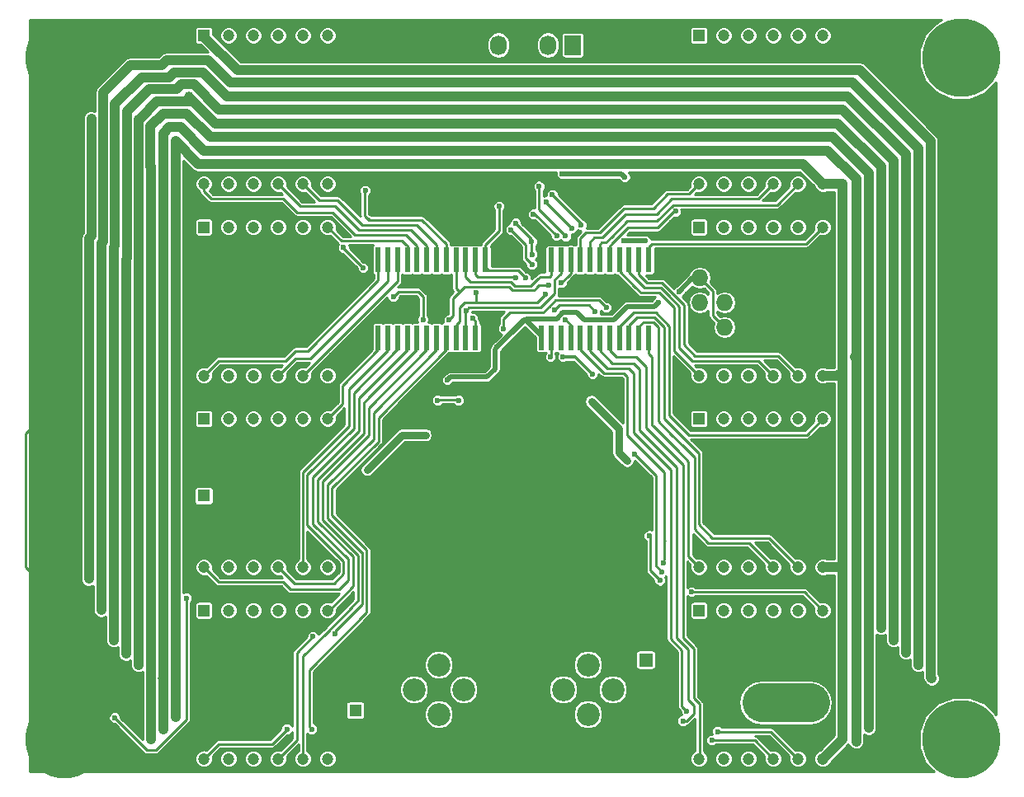
<source format=gbr>
From c3ca4f95bd59f69d45e582a4149327f57a360760 Mon Sep 17 00:00:00 2001
From: jaseg <git@jaseg.de>
Date: Sun, 30 Jan 2022 20:11:38 +0100
Subject: Rename gerbonara/gerber package to just gerbonara

---
 .../resources/kicad-older/chibi_2024-B.Cu.gbr      | 9115 --------------------
 1 file changed, 9115 deletions(-)
 delete mode 100644 gerbonara/gerber/tests/resources/kicad-older/chibi_2024-B.Cu.gbr

(limited to 'gerbonara/gerber/tests/resources/kicad-older/chibi_2024-B.Cu.gbr')

diff --git a/gerbonara/gerber/tests/resources/kicad-older/chibi_2024-B.Cu.gbr b/gerbonara/gerber/tests/resources/kicad-older/chibi_2024-B.Cu.gbr
deleted file mode 100644
index 71386c8..0000000
--- a/gerbonara/gerber/tests/resources/kicad-older/chibi_2024-B.Cu.gbr
+++ /dev/null
@@ -1,9115 +0,0 @@
-G04 #@! TF.FileFunction,Copper,L2,Bot,Signal*
-%FSLAX46Y46*%
-G04 Gerber Fmt 4.6, Leading zero omitted, Abs format (unit mm)*
-G04 Created by KiCad (PCBNEW 4.0.6) date Mon Sep 18 11:29:53 2017*
-%MOMM*%
-%LPD*%
-G01*
-G04 APERTURE LIST*
-%ADD10C,0.100000*%
-%ADD11R,1.200000X1.200000*%
-%ADD12C,1.200000*%
-%ADD13C,8.000000*%
-%ADD14C,2.349500*%
-%ADD15R,1.727200X2.032000*%
-%ADD16O,1.727200X2.032000*%
-%ADD17R,1.300000X1.300000*%
-%ADD18C,1.300000*%
-%ADD19R,1.397000X1.397000*%
-%ADD20C,1.397000*%
-%ADD21C,3.000000*%
-%ADD22R,0.600000X2.500000*%
-%ADD23R,1.727200X1.727200*%
-%ADD24O,1.727200X1.727200*%
-%ADD25C,0.600000*%
-%ADD26C,1.000000*%
-%ADD27C,0.800000*%
-%ADD28C,0.254000*%
-%ADD29C,0.500000*%
-%ADD30C,0.350000*%
-%ADD31C,1.000000*%
-%ADD32C,0.250000*%
-%ADD33C,4.000000*%
-G04 APERTURE END LIST*
-D10*
-D11*
-X118110000Y-65405000D03*
-D12*
-X120650000Y-65405000D03*
-X123190000Y-65405000D03*
-X125730000Y-65405000D03*
-X128270000Y-65405000D03*
-X130810000Y-65405000D03*
-X125730000Y-80645000D03*
-X128270000Y-80645000D03*
-X118110000Y-80645000D03*
-X120650000Y-80645000D03*
-X130810000Y-80645000D03*
-X123190000Y-80645000D03*
-D13*
-X145000000Y-48000000D03*
-X53000000Y-118000000D03*
-D14*
-X93939360Y-112903000D03*
-X88859360Y-112903000D03*
-X104178100Y-112903000D03*
-X109258100Y-112903000D03*
-X91399360Y-115443000D03*
-X91399360Y-110363000D03*
-X106718100Y-115443000D03*
-X106718100Y-110363000D03*
-D15*
-X105175000Y-46700000D03*
-D16*
-X102635000Y-46700000D03*
-X100095000Y-46700000D03*
-X97555000Y-46700000D03*
-D17*
-X82850000Y-115050000D03*
-D18*
-X82850000Y-110050000D03*
-D17*
-X67300000Y-93000000D03*
-D18*
-X72300000Y-93000000D03*
-D19*
-X112649000Y-109855000D03*
-D20*
-X112649000Y-117475000D03*
-D21*
-X124500000Y-114250000D03*
-X129500000Y-114250000D03*
-X124500000Y-94500000D03*
-X129500000Y-94500000D03*
-D13*
-X145000000Y-118000000D03*
-X53000000Y-48000000D03*
-D22*
-X101942000Y-68771000D03*
-X102942000Y-68771000D03*
-X103942000Y-68771000D03*
-X104942000Y-68771000D03*
-X105942000Y-68771000D03*
-X106942000Y-68771000D03*
-X107942000Y-68771000D03*
-X108942000Y-68771000D03*
-X109942000Y-68771000D03*
-X110942000Y-68771000D03*
-X111942000Y-68771000D03*
-X112942000Y-68771000D03*
-X112942000Y-76771000D03*
-X111942000Y-76771000D03*
-X110942000Y-76771000D03*
-X109942000Y-76771000D03*
-X108942000Y-76771000D03*
-X107942000Y-76771000D03*
-X106942000Y-76771000D03*
-X105942000Y-76771000D03*
-X104942000Y-76771000D03*
-X103942000Y-76771000D03*
-X102942000Y-76771000D03*
-X101942000Y-76771000D03*
-X96178000Y-76771000D03*
-X95178000Y-76771000D03*
-X94178000Y-76771000D03*
-X93178000Y-76771000D03*
-X92178000Y-76771000D03*
-X91178000Y-76771000D03*
-X90178000Y-76771000D03*
-X89178000Y-76771000D03*
-X88178000Y-76771000D03*
-X87178000Y-76771000D03*
-X86178000Y-76771000D03*
-X85178000Y-76771000D03*
-X85178000Y-68771000D03*
-X86178000Y-68771000D03*
-X87178000Y-68771000D03*
-X88178000Y-68771000D03*
-X89178000Y-68771000D03*
-X90178000Y-68771000D03*
-X91178000Y-68771000D03*
-X92178000Y-68771000D03*
-X93178000Y-68771000D03*
-X94178000Y-68771000D03*
-X95178000Y-68771000D03*
-X96178000Y-68771000D03*
-D23*
-X118200000Y-75700000D03*
-D24*
-X120740000Y-75700000D03*
-X118200000Y-73160000D03*
-X120740000Y-73160000D03*
-X118200000Y-70620000D03*
-X120740000Y-70620000D03*
-D11*
-X67310000Y-104775000D03*
-D12*
-X69850000Y-104775000D03*
-X72390000Y-104775000D03*
-X74930000Y-104775000D03*
-X77470000Y-104775000D03*
-X80010000Y-104775000D03*
-X74930000Y-120015000D03*
-X77470000Y-120015000D03*
-X67310000Y-120015000D03*
-X69850000Y-120015000D03*
-X80010000Y-120015000D03*
-X72390000Y-120015000D03*
-D11*
-X67310000Y-85090000D03*
-D12*
-X69850000Y-85090000D03*
-X72390000Y-85090000D03*
-X74930000Y-85090000D03*
-X77470000Y-85090000D03*
-X80010000Y-85090000D03*
-X74930000Y-100330000D03*
-X77470000Y-100330000D03*
-X67310000Y-100330000D03*
-X69850000Y-100330000D03*
-X80010000Y-100330000D03*
-X72390000Y-100330000D03*
-D11*
-X67310000Y-65405000D03*
-D12*
-X69850000Y-65405000D03*
-X72390000Y-65405000D03*
-X74930000Y-65405000D03*
-X77470000Y-65405000D03*
-X80010000Y-65405000D03*
-X74930000Y-80645000D03*
-X77470000Y-80645000D03*
-X67310000Y-80645000D03*
-X69850000Y-80645000D03*
-X80010000Y-80645000D03*
-X72390000Y-80645000D03*
-D11*
-X67310000Y-45720000D03*
-D12*
-X69850000Y-45720000D03*
-X72390000Y-45720000D03*
-X74930000Y-45720000D03*
-X77470000Y-45720000D03*
-X80010000Y-45720000D03*
-X74930000Y-60960000D03*
-X77470000Y-60960000D03*
-X67310000Y-60960000D03*
-X69850000Y-60960000D03*
-X80010000Y-60960000D03*
-X72390000Y-60960000D03*
-D11*
-X118110000Y-85090000D03*
-D12*
-X120650000Y-85090000D03*
-X123190000Y-85090000D03*
-X125730000Y-85090000D03*
-X128270000Y-85090000D03*
-X130810000Y-85090000D03*
-X125730000Y-100330000D03*
-X128270000Y-100330000D03*
-X118110000Y-100330000D03*
-X120650000Y-100330000D03*
-X130810000Y-100330000D03*
-X123190000Y-100330000D03*
-D11*
-X118110000Y-104775000D03*
-D12*
-X120650000Y-104775000D03*
-X123190000Y-104775000D03*
-X125730000Y-104775000D03*
-X128270000Y-104775000D03*
-X130810000Y-104775000D03*
-X125730000Y-120015000D03*
-X128270000Y-120015000D03*
-X118110000Y-120015000D03*
-X120650000Y-120015000D03*
-X130810000Y-120015000D03*
-X123190000Y-120015000D03*
-D11*
-X118110000Y-45720000D03*
-D12*
-X120650000Y-45720000D03*
-X123190000Y-45720000D03*
-X125730000Y-45720000D03*
-X128270000Y-45720000D03*
-X130810000Y-45720000D03*
-X125730000Y-60960000D03*
-X128270000Y-60960000D03*
-X118110000Y-60960000D03*
-X120650000Y-60960000D03*
-X130810000Y-60960000D03*
-X123190000Y-60960000D03*
-D25*
-X102900000Y-67000000D03*
-X104000000Y-67000000D03*
-X90297000Y-81153000D03*
-X96393000Y-79121000D03*
-X95885000Y-79121000D03*
-X98806000Y-98298000D03*
-X93218000Y-101727000D03*
-X107188000Y-71628000D03*
-X111760000Y-72644000D03*
-X89662000Y-70739000D03*
-X92329000Y-72390000D03*
-D26*
-X92710000Y-60198000D03*
-X92964000Y-63246000D03*
-X68453000Y-82804000D03*
-X72390000Y-74549000D03*
-D25*
-X72700000Y-82600000D03*
-X71400000Y-82600000D03*
-X69800000Y-82700000D03*
-X53700000Y-86200000D03*
-X53700000Y-84400000D03*
-X53700000Y-83000000D03*
-X53700000Y-81600000D03*
-X70700000Y-111800000D03*
-X73400000Y-111500000D03*
-X74800000Y-111000000D03*
-D26*
-X109664000Y-110190000D03*
-D25*
-X97300000Y-110400000D03*
-X96700000Y-108900000D03*
-X98400000Y-108900000D03*
-X103825000Y-61075000D03*
-X111800000Y-62650000D03*
-X87100000Y-110750000D03*
-X96850000Y-107200000D03*
-X85450000Y-108750000D03*
-X85100000Y-109950000D03*
-X110998000Y-61976000D03*
-X100076000Y-69342000D03*
-X97028000Y-75184000D03*
-X82296000Y-71882000D03*
-X83820000Y-77724000D03*
-X83820000Y-75692000D03*
-D26*
-X99060000Y-67564000D03*
-D25*
-X78875000Y-47425000D03*
-D26*
-X63309500Y-120713500D03*
-X74993500Y-109474000D03*
-D25*
-X111450000Y-104125000D03*
-X80400000Y-78600000D03*
-X94725000Y-66575000D03*
-X86300000Y-61900000D03*
-X91675000Y-62100000D03*
-D26*
-X115290600Y-115109000D03*
-X89000000Y-72975000D03*
-X119278400Y-95237300D03*
-X119202200Y-93649800D03*
-X52895000Y-53548000D03*
-X51752000Y-55580000D03*
-X49974000Y-57866000D03*
-X50038000Y-55580000D03*
-X49974000Y-53548000D03*
-X119634000Y-109474000D03*
-X120396000Y-115570000D03*
-X115062000Y-110236000D03*
-X50038000Y-103632000D03*
-X50038000Y-101346000D03*
-X50038000Y-106426000D03*
-X50038000Y-109220000D03*
-X117983000Y-98171000D03*
-X130429000Y-102489000D03*
-X77343000Y-68199000D03*
-X65786000Y-62357000D03*
-X65595500Y-101282500D03*
-X143332200Y-98463100D03*
-X143332200Y-96672400D03*
-X143243300Y-93408500D03*
-X143306800Y-94970600D03*
-X76073000Y-95351600D03*
-X76098400Y-93929200D03*
-X75996800Y-92481400D03*
-X81737200Y-94996000D03*
-X81711800Y-92329000D03*
-X81762600Y-93624400D03*
-X86563200Y-93853000D03*
-X91059000Y-93675200D03*
-X119240300Y-91922600D03*
-D25*
-X107061000Y-83312000D03*
-X110744000Y-89408000D03*
-X110425000Y-66800000D03*
-X112600000Y-66800000D03*
-X110500000Y-60275000D03*
-X104075000Y-59950000D03*
-X93425000Y-83200000D03*
-X91300000Y-83200000D03*
-X114300000Y-100800000D03*
-X111500000Y-88750000D03*
-X114500000Y-99900000D03*
-X117348000Y-102870000D03*
-X116459000Y-116128800D03*
-X119430800Y-118110000D03*
-X116865400Y-115163600D03*
-X120015000Y-117221000D03*
-X115697000Y-63792100D03*
-D26*
-X55498500Y-101554000D03*
-X55750000Y-54250000D03*
-X141859000Y-91948000D03*
-X141859000Y-72263000D03*
-X141986000Y-111760000D03*
-X118110000Y-49276000D03*
-X55499000Y-85090000D03*
-X55753000Y-65532000D03*
-X56768500Y-104729000D03*
-X63000000Y-48750000D03*
-X56769000Y-86995000D03*
-X56953002Y-63627000D03*
-X140589000Y-90678000D03*
-X140589000Y-70993000D03*
-X140589000Y-110363000D03*
-X120650000Y-50546000D03*
-X63750000Y-50000000D03*
-X58039000Y-88265000D03*
-X58166000Y-67310000D03*
-X139319000Y-89408000D03*
-X139319000Y-69723000D03*
-X139319000Y-109093000D03*
-X123190000Y-51943000D03*
-X58039000Y-107823000D03*
-X59308500Y-73487000D03*
-X64500000Y-51250000D03*
-X59309000Y-89535000D03*
-X138049000Y-88138000D03*
-X138049000Y-68453000D03*
-X138049000Y-107823000D03*
-X125730000Y-53340000D03*
-X59309000Y-109220000D03*
-X59436000Y-68580000D03*
-X65750000Y-52000000D03*
-X136779000Y-86868000D03*
-X136779000Y-67183000D03*
-X136779000Y-106553000D03*
-X128270000Y-54737000D03*
-X60579000Y-110363000D03*
-X60579000Y-90805000D03*
-X60579000Y-69780002D03*
-D25*
-X83858100Y-61633100D03*
-D26*
-X61848500Y-80726000D03*
-X61849000Y-98552000D03*
-X61849000Y-117983000D03*
-X61849000Y-59182000D03*
-X135509000Y-97282000D03*
-X135509000Y-77470000D03*
-X135509000Y-116840000D03*
-X120650000Y-56134000D03*
-X64389000Y-115697000D03*
-X64389000Y-95758000D03*
-X64389000Y-76073000D03*
-X64389000Y-56584998D03*
-X63100000Y-111800000D03*
-X63119000Y-97155000D03*
-X63119000Y-57785000D03*
-X63119000Y-77470000D03*
-X134239000Y-98552000D03*
-X134112000Y-78740000D03*
-X134239000Y-118237000D03*
-X123190000Y-57531000D03*
-X63119000Y-116967000D03*
-D25*
-X78486000Y-107442000D03*
-X80772000Y-107188000D03*
-X75819000Y-116967000D03*
-X78359000Y-116967000D03*
-X104425000Y-66325000D03*
-X101700000Y-61200000D03*
-X102870000Y-78740000D03*
-X99314000Y-70612000D03*
-X102425000Y-62800000D03*
-X105050000Y-65525000D03*
-X106025000Y-65200000D03*
-X103075000Y-62100000D03*
-X99300000Y-65000000D03*
-X103251000Y-73914000D03*
-X107442000Y-74041000D03*
-X100965000Y-68199000D03*
-X100950000Y-66900000D03*
-X100965000Y-69215000D03*
-X98806000Y-65659000D03*
-X107188000Y-80518000D03*
-X104140000Y-78740000D03*
-X103505000Y-66294000D03*
-X101125000Y-64075000D03*
-X113000000Y-97100000D03*
-X114100000Y-101700000D03*
-X104000000Y-71100000D03*
-X102362000Y-72263000D03*
-X95250000Y-72175000D03*
-X94875000Y-74775000D03*
-X94200000Y-73975000D03*
-X104394000Y-74930000D03*
-X102700000Y-71400000D03*
-X92456000Y-74930000D03*
-X58150000Y-115800000D03*
-X65532000Y-103505000D03*
-X83642200Y-69596000D03*
-X81635600Y-67513200D03*
-X92300000Y-81100000D03*
-X90043000Y-86741000D03*
-X113919000Y-73152000D03*
-X116078000Y-72009000D03*
-X97376000Y-77724000D03*
-X100330000Y-70612000D03*
-X100330000Y-74930000D03*
-X97600000Y-63250000D03*
-X84050000Y-90325000D03*
-X89789000Y-74930000D03*
-X86741000Y-72517000D03*
-X98044000Y-75819000D03*
-X108585000Y-73660000D03*
-D27*
-X99250000Y-63700000D02*
-X99250000Y-62950000D01*
-X99850000Y-64300000D02*
-X99250000Y-63700000D01*
-D28*
-X98048000Y-63952000D02*
-X99050000Y-62950000D01*
-X99050000Y-62950000D02*
-X99250000Y-62950000D01*
-X99250000Y-62950000D02*
-X99250000Y-63150000D01*
-X99300000Y-63200000D02*
-X99300000Y-63000000D01*
-X99250000Y-63150000D02*
-X99300000Y-63200000D01*
-X98048000Y-66552000D02*
-X98048000Y-63952000D01*
-X102900000Y-67000000D02*
-X102900000Y-67100000D01*
-X102900000Y-67100000D02*
-X102900000Y-67000000D01*
-X102900000Y-67000000D02*
-X102900000Y-67100000D01*
-D29*
-X102900000Y-67100000D02*
-X101942000Y-67100000D01*
-X101942000Y-67100000D02*
-X101942000Y-67056000D01*
-X103900000Y-67100000D02*
-X102900000Y-67100000D01*
-X104000000Y-67000000D02*
-X103900000Y-67100000D01*
-X95885000Y-79121000D02*
-X95864000Y-79100000D01*
-X93100000Y-79100000D02*
-X93100000Y-79121000D01*
-X95864000Y-79100000D02*
-X93100000Y-79100000D01*
-X90297000Y-81153000D02*
-X92329000Y-79121000D01*
-X92329000Y-79121000D02*
-X93100000Y-79121000D01*
-X96178000Y-78906000D02*
-X96178000Y-76771000D01*
-X96393000Y-79121000D02*
-X96178000Y-78906000D01*
-D28*
-X93218000Y-105168000D02*
-X95250000Y-107200000D01*
-X93218000Y-101727000D02*
-X93218000Y-105168000D01*
-D29*
-X110744000Y-71628000D02*
-X110109000Y-71628000D01*
-X110109000Y-71628000D02*
-X107188000Y-71628000D01*
-X111760000Y-72644000D02*
-X110744000Y-71628000D01*
-D28*
-X83025000Y-75975000D02*
-X83450000Y-75975000D01*
-X80400000Y-78600000D02*
-X83025000Y-75975000D01*
-D27*
-X83450000Y-75975000D02*
-X84030500Y-75394500D01*
-D29*
-X80400000Y-78600000D02*
-X80912000Y-78600000D01*
-X80912000Y-78600000D02*
-X83820000Y-75692000D01*
-D28*
-X89662000Y-70739000D02*
-X91313000Y-72390000D01*
-X91313000Y-72390000D02*
-X92329000Y-72390000D01*
-D30*
-X91675000Y-62100000D02*
-X91675000Y-61233000D01*
-X91675000Y-61233000D02*
-X92710000Y-60198000D01*
-X92821000Y-63246000D02*
-X91675000Y-62100000D01*
-X92964000Y-63246000D02*
-X92821000Y-63246000D01*
-D27*
-X65600000Y-87900000D02*
-X71415400Y-87900000D01*
-X71415400Y-87900000D02*
-X75996800Y-92481400D01*
-X65600000Y-96045600D02*
-X65600000Y-87900000D01*
-X65600000Y-87900000D02*
-X65659000Y-87900000D01*
-X65659000Y-87900000D02*
-X65700000Y-87900000D01*
-X65700000Y-87900000D02*
-X65659000Y-87900000D01*
-D28*
-X68453000Y-82804000D02*
-X66230500Y-82804000D01*
-X66230500Y-82804000D02*
-X65659000Y-82232500D01*
-X65659000Y-82232500D02*
-X65659000Y-77406500D01*
-X65659000Y-77406500D02*
-X68516500Y-74549000D01*
-X72390000Y-74549000D02*
-X68516500Y-74549000D01*
-X72390000Y-74549000D02*
-X68707000Y-74549000D01*
-X65659000Y-77597000D02*
-X68707000Y-74549000D01*
-X65659000Y-79184500D02*
-X65659000Y-77597000D01*
-X65659000Y-87900000D02*
-X65659000Y-79184500D01*
-D27*
-X69900000Y-82600000D02*
-X71400000Y-82600000D01*
-X69800000Y-82700000D02*
-X69900000Y-82600000D01*
-X50038000Y-78486000D02*
-X50586000Y-78486000D01*
-X53700000Y-83000000D02*
-X53700000Y-84400000D01*
-X50586000Y-78486000D02*
-X53700000Y-81600000D01*
-X50038000Y-85598000D02*
-X50038000Y-78486000D01*
-X74300000Y-111500000D02*
-X73400000Y-111500000D01*
-X74800000Y-111000000D02*
-X74300000Y-111500000D01*
-X115290600Y-115109000D02*
-X110371600Y-110190000D01*
-X109664000Y-110190000D02*
-X106607986Y-105832057D01*
-X110371600Y-110190000D02*
-X109664000Y-110190000D01*
-X103000000Y-102492000D02*
-X103208000Y-102700000D01*
-D29*
-X94183200Y-93675200D02*
-X91059000Y-93675200D01*
-X103000000Y-102492000D02*
-X98806000Y-98298000D01*
-X98806000Y-98298000D02*
-X94183200Y-93675200D01*
-D27*
-X103208000Y-102700000D02*
-X106900000Y-102700000D01*
-X106900000Y-102700000D02*
-X106900000Y-105540043D01*
-X106900000Y-105540043D02*
-X106607986Y-105832057D01*
-X96700000Y-108900000D02*
-X98400000Y-108900000D01*
-X99850000Y-64300000D02*
-X99850000Y-60750000D01*
-X99850000Y-60750000D02*
-X100400000Y-60200000D01*
-X100400000Y-60200000D02*
-X102450000Y-60200000D01*
-X102450000Y-60200000D02*
-X103325000Y-61075000D01*
-X103325000Y-61075000D02*
-X103825000Y-61075000D01*
-X111800000Y-62650000D02*
-X111750000Y-62600000D01*
-X101942000Y-68771000D02*
-X101942000Y-67056000D01*
-X101942000Y-67056000D02*
-X101942000Y-66392000D01*
-X98400000Y-62100000D02*
-X95950000Y-62100000D01*
-X99300000Y-63000000D02*
-X98400000Y-62100000D01*
-D28*
-X95950000Y-62100000D02*
-X95175000Y-62100000D01*
-D27*
-X99250000Y-62950000D02*
-X99300000Y-63000000D01*
-X101942000Y-66392000D02*
-X99850000Y-64300000D01*
-D31*
-X87100000Y-110750000D02*
-X87100000Y-110400000D01*
-X87100000Y-110400000D02*
-X87100000Y-110750000D01*
-X87100000Y-110400000D02*
-X90300000Y-107200000D01*
-X90300000Y-107200000D02*
-X95250000Y-107200000D01*
-X95250000Y-107200000D02*
-X96850000Y-107200000D01*
-X82850000Y-110050000D02*
-X85000000Y-110050000D01*
-X85450000Y-108750000D02*
-X87100000Y-110400000D01*
-X85000000Y-110050000D02*
-X85100000Y-109950000D01*
-D27*
-X110744000Y-62230000D02*
-X109474000Y-62230000D01*
-X110998000Y-61976000D02*
-X110744000Y-62230000D01*
-D28*
-X99060000Y-67564000D02*
-X99060000Y-68326000D01*
-X99060000Y-68326000D02*
-X100076000Y-69342000D01*
-X97028000Y-75921000D02*
-X96178000Y-76771000D01*
-X97028000Y-75184000D02*
-X97028000Y-75921000D01*
-X72390000Y-74549000D02*
-X72390000Y-73215500D01*
-X79629000Y-74549000D02*
-X72390000Y-74549000D01*
-X82296000Y-71882000D02*
-X79629000Y-74549000D01*
-X83820000Y-77724000D02*
-X83820000Y-75692000D01*
-X84030500Y-75481500D02*
-X84030500Y-75394500D01*
-X83820000Y-75692000D02*
-X84030500Y-75481500D01*
-X50927000Y-91012000D02*
-X50927000Y-91821000D01*
-X53086000Y-100584000D02*
-X50038000Y-103632000D01*
-X53086000Y-93980000D02*
-X53086000Y-100584000D01*
-X50927000Y-91821000D02*
-X53086000Y-93980000D01*
-X53000000Y-118000000D02*
-X53000000Y-114976000D01*
-X53000000Y-114976000D02*
-X50038000Y-112014000D01*
-X50038000Y-112014000D02*
-X50038000Y-109220000D01*
-X99060000Y-67564000D02*
-X98048000Y-66552000D01*
-X98495000Y-48300000D02*
-X100095000Y-46700000D01*
-X96375000Y-48300000D02*
-X98495000Y-48300000D01*
-X95600000Y-47525000D02*
-X96375000Y-48300000D01*
-X78975000Y-47525000D02*
-X95600000Y-47525000D01*
-X78875000Y-47425000D02*
-X78975000Y-47525000D01*
-D27*
-X74993500Y-109474000D02*
-X74549000Y-109474000D01*
-X63309500Y-120713500D02*
-X74549000Y-109474000D01*
-D28*
-X109742943Y-105832057D02*
-X106607986Y-105832057D01*
-X111450000Y-104125000D02*
-X109742943Y-105832057D01*
-X101942000Y-68771000D02*
-X101846000Y-68675000D01*
-X95175000Y-66125000D02*
-X95175000Y-63275000D01*
-X95175000Y-63275000D02*
-X95175000Y-62100000D01*
-X94725000Y-66575000D02*
-X95175000Y-66125000D01*
-X95175000Y-62100000D02*
-X91675000Y-62100000D01*
-X86300000Y-61900000D02*
-X86500000Y-62100000D01*
-X86500000Y-62100000D02*
-X91675000Y-62100000D01*
-X115290600Y-115109000D02*
-X115116781Y-114935181D01*
-X115116781Y-114935181D02*
-X115114927Y-114935181D01*
-D27*
-X88375000Y-73600000D02*
-X89000000Y-72975000D01*
-X84030500Y-75394500D02*
-X85825000Y-73600000D01*
-X85825000Y-73600000D02*
-X88375000Y-73600000D01*
-D28*
-X119202200Y-91960700D02*
-X119202200Y-93649800D01*
-X119240300Y-91922600D02*
-X119202200Y-91960700D01*
-X49974000Y-57358000D02*
-X51752000Y-55580000D01*
-X49974000Y-57866000D02*
-X49974000Y-57358000D01*
-X49974000Y-55516000D02*
-X50038000Y-55580000D01*
-X49974000Y-53548000D02*
-X49974000Y-55516000D01*
-D32*
-X120250000Y-110090000D02*
-X121500000Y-111340000D01*
-D28*
-X120250000Y-110090000D02*
-X119634000Y-109474000D01*
-D32*
-X121500000Y-111340000D02*
-X121500000Y-114466000D01*
-X121500000Y-114466000D02*
-X120396000Y-115570000D01*
-D31*
-X50038000Y-50962000D02*
-X50038000Y-78486000D01*
-X50038000Y-50962000D02*
-X52750000Y-48250000D01*
-D32*
-X50038000Y-85598000D02*
-X50927000Y-86487000D01*
-X50927000Y-86487000D02*
-X50927000Y-91012000D01*
-D28*
-X50038000Y-101346000D02*
-X49022000Y-100330000D01*
-X49022000Y-100330000D02*
-X49022000Y-86614000D01*
-X49022000Y-86614000D02*
-X50038000Y-85598000D01*
-X50038000Y-103632000D02*
-X50038000Y-106426000D01*
-X143332200Y-98463100D02*
-X143332200Y-112598200D01*
-X139319000Y-115824000D02*
-X139319000Y-120523000D01*
-X142240000Y-112903000D02*
-X139319000Y-115824000D01*
-X143027400Y-112903000D02*
-X142240000Y-112903000D01*
-X143332200Y-112598200D02*
-X143027400Y-112903000D01*
-X72390000Y-73152000D02*
-X77343000Y-68199000D01*
-X72390000Y-73215500D02*
-X72390000Y-73152000D01*
-X65786000Y-68897500D02*
-X70104000Y-73215500D01*
-X70104000Y-73215500D02*
-X72390000Y-73215500D01*
-X65786000Y-62357000D02*
-X65786000Y-68897500D01*
-X65600000Y-96045600D02*
-X65595500Y-96050100D01*
-X65595500Y-96050100D02*
-X65595500Y-101282500D01*
-D27*
-X143332200Y-96672400D02*
-X143332200Y-98463100D01*
-X143306800Y-93472000D02*
-X143243300Y-93408500D01*
-X143306800Y-94970600D02*
-X143306800Y-93472000D01*
-X115290600Y-115109000D02*
-X115114927Y-114935181D01*
-X76098400Y-93929200D02*
-X76098400Y-92583000D01*
-X76098400Y-92583000D02*
-X75996800Y-92481400D01*
-X81762600Y-93624400D02*
-X81762600Y-92379800D01*
-X81762600Y-92379800D02*
-X81711800Y-92329000D01*
-X86563200Y-93853000D02*
-X81991200Y-93853000D01*
-X81991200Y-93853000D02*
-X81762600Y-93624400D01*
-D28*
-X96178000Y-76771000D02*
-X96178000Y-77864600D01*
-X96178000Y-75703800D02*
-X96178000Y-76771000D01*
-X86563200Y-93853000D02*
-X86741000Y-93675200D01*
-X86741000Y-93675200D02*
-X91059000Y-93675200D01*
-D27*
-X109855000Y-86106000D02*
-X107061000Y-83312000D01*
-X109855000Y-88519000D02*
-X109855000Y-86106000D01*
-X110744000Y-89408000D02*
-X109855000Y-88519000D01*
-D29*
-X110500000Y-60275000D02*
-X110175000Y-59950000D01*
-X110175000Y-59950000D02*
-X104075000Y-59950000D01*
-X112600000Y-66800000D02*
-X110425000Y-66800000D01*
-D28*
-X110175000Y-59950000D02*
-X104075000Y-59950000D01*
-X91400000Y-83100000D02*
-X91300000Y-83200000D01*
-X93325000Y-83100000D02*
-X91400000Y-83100000D01*
-X93325000Y-83100000D02*
-X93425000Y-83200000D01*
-D32*
-X113700000Y-99700000D02*
-X113700000Y-100200000D01*
-X113700000Y-100200000D02*
-X114300000Y-100800000D01*
-X114300000Y-100800000D02*
-X113700000Y-100200000D01*
-X113700000Y-90950000D02*
-X111500000Y-88750000D01*
-X113700000Y-99700000D02*
-X113700000Y-90950000D01*
-X114500000Y-99654000D02*
-X114554000Y-99600000D01*
-X114500000Y-99900000D02*
-X114500000Y-99654000D01*
-X114600000Y-97650000D02*
-X114554000Y-97650000D01*
-X114554000Y-97696000D02*
-X114600000Y-97650000D01*
-X114554000Y-99600000D02*
-X114554000Y-97696000D01*
-X114554000Y-95875000D02*
-X114554000Y-96246000D01*
-X108331000Y-80391000D02*
-X105942000Y-78002000D01*
-X114554000Y-95875000D02*
-X114554000Y-90551000D01*
-X114554000Y-90551000D02*
-X110744000Y-86741000D01*
-X110744000Y-86741000D02*
-X110744000Y-80772000D01*
-X110744000Y-80772000D02*
-X110363000Y-80391000D01*
-X110363000Y-80391000D02*
-X108331000Y-80391000D01*
-X114554000Y-97650000D02*
-X114554000Y-96246000D01*
-X130810000Y-104775000D02*
-X128905000Y-102870000D01*
-X128905000Y-102870000D02*
-X117348000Y-102870000D01*
-X105942000Y-78002000D02*
-X105942000Y-76771000D01*
-X116964400Y-108785600D02*
-X116964400Y-113964400D01*
-X116964400Y-113964400D02*
-X117576600Y-114576600D01*
-X117376999Y-115624399D02*
-X116872598Y-116128800D01*
-X117376999Y-115624399D02*
-X117576600Y-115424798D01*
-X117576600Y-115424798D02*
-X117576600Y-114576600D01*
-X116872598Y-116128800D02*
-X116459000Y-116128800D01*
-X120573800Y-118110000D02*
-X119430800Y-118110000D01*
-X116459000Y-116128800D02*
-X116872598Y-116128800D01*
-X115824000Y-107645200D02*
-X116964400Y-108785600D01*
-X115824000Y-107645200D02*
-X115824000Y-90043000D01*
-X115824000Y-90043000D02*
-X112014000Y-86233000D01*
-X107942000Y-78097000D02*
-X107942000Y-76771000D01*
-X109220000Y-79375000D02*
-X107942000Y-78097000D01*
-X111379000Y-79375000D02*
-X109220000Y-79375000D01*
-X112014000Y-80010000D02*
-X111379000Y-79375000D01*
-X112014000Y-86233000D02*
-X112014000Y-80010000D01*
-X125730000Y-120015000D02*
-X123825000Y-118110000D01*
-X123825000Y-118110000D02*
-X120573800Y-118110000D01*
-X116358800Y-108891200D02*
-X116358800Y-114657000D01*
-X116358800Y-114657000D02*
-X116865400Y-115163600D01*
-X120015000Y-117221000D02*
-X125476000Y-117221000D01*
-X125476000Y-117221000D02*
-X128270000Y-120015000D01*
-X116358800Y-108891200D02*
-X115189000Y-107721400D01*
-X106942000Y-76771000D02*
-X106942000Y-78113000D01*
-X115189000Y-90297000D02*
-X115189000Y-107238800D01*
-X111379000Y-86487000D02*
-X115189000Y-90297000D01*
-X111379000Y-80391000D02*
-X111379000Y-86487000D01*
-X110871000Y-79883000D02*
-X111379000Y-80391000D01*
-X108712000Y-79883000D02*
-X110871000Y-79883000D01*
-X106942000Y-78113000D02*
-X108712000Y-79883000D01*
-X115189000Y-107721400D02*
-X115189000Y-107238800D01*
-X117570000Y-108680000D02*
-X117570000Y-113820000D01*
-X117570000Y-113820000D02*
-X118160800Y-114410800D01*
-X118110000Y-120015000D02*
-X118160800Y-119964200D01*
-X118160800Y-119964200D02*
-X118160800Y-114410800D01*
-X116459000Y-107569000D02*
-X117570000Y-108680000D01*
-X108942000Y-76771000D02*
-X108942000Y-78081000D01*
-X116459000Y-89789000D02*
-X116459000Y-107569000D01*
-X112649000Y-85979000D02*
-X116459000Y-89789000D01*
-X112649000Y-79756000D02*
-X112649000Y-85979000D01*
-X111633000Y-78740000D02*
-X112649000Y-79756000D01*
-X109601000Y-78740000D02*
-X111633000Y-78740000D01*
-X108942000Y-78081000D02*
-X109601000Y-78740000D01*
-D28*
-X109942000Y-76771000D02*
-X109942000Y-75605000D01*
-X109942000Y-75605000D02*
-X111379000Y-74168000D01*
-X113665000Y-74168000D02*
-X115062000Y-75565000D01*
-X111379000Y-74168000D02*
-X113665000Y-74168000D01*
-D32*
-X130810000Y-85090000D02*
-X129159000Y-86741000D01*
-X115062000Y-84709000D02*
-X115062000Y-81661000D01*
-X117094000Y-86741000D02*
-X115062000Y-84709000D01*
-X129159000Y-86741000D02*
-X117094000Y-86741000D01*
-X115062000Y-81661000D02*
-X115062000Y-75565000D01*
-X109942000Y-76668000D02*
-X109942000Y-76771000D01*
-D28*
-X111942000Y-76771000D02*
-X111942000Y-75637000D01*
-X111942000Y-75637000D02*
-X112395000Y-75184000D01*
-X113411000Y-75184000D02*
-X113919000Y-75692000D01*
-X112395000Y-75184000D02*
-X113411000Y-75184000D01*
-D32*
-X117652800Y-96367600D02*
-X117652800Y-96443800D01*
-X117652800Y-96443800D02*
-X119049800Y-97840800D01*
-X116478050Y-87903050D02*
-X117652800Y-89077800D01*
-X123240800Y-97840800D02*
-X125730000Y-100330000D01*
-X119049800Y-97840800D02*
-X123240800Y-97840800D01*
-X117652800Y-89077800D02*
-X117652800Y-96367600D01*
-X115316000Y-86741000D02*
-X113919000Y-85344000D01*
-X113919000Y-85344000D02*
-X113919000Y-75692000D01*
-X115316000Y-86741000D02*
-X116478050Y-87903050D01*
-D28*
-X114554000Y-76200000D02*
-X114554000Y-75692000D01*
-X110942000Y-75494000D02*
-X110942000Y-76771000D01*
-X111760000Y-74676000D02*
-X110942000Y-75494000D01*
-X113538000Y-74676000D02*
-X111760000Y-74676000D01*
-X114554000Y-75692000D02*
-X113538000Y-74676000D01*
-D32*
-X128270000Y-100330000D02*
-X125285500Y-97345500D01*
-X118102802Y-88638802D02*
-X116840000Y-87376000D01*
-X118102802Y-95954002D02*
-X118102802Y-88638802D01*
-X119494300Y-97345500D02*
-X118102802Y-95954002D01*
-X125285500Y-97345500D02*
-X119494300Y-97345500D01*
-X115951000Y-86487000D02*
-X114554000Y-85090000D01*
-X116840000Y-87376000D02*
-X115951000Y-86487000D01*
-X114554000Y-85090000D02*
-X114554000Y-76200000D01*
-X118110000Y-100330000D02*
-X117017800Y-99237800D01*
-X115900200Y-88341200D02*
-X113411000Y-85852000D01*
-X112942000Y-78398000D02*
-X113284000Y-78740000D01*
-X113284000Y-78740000D02*
-X113284000Y-85725000D01*
-X113284000Y-85725000D02*
-X113411000Y-85852000D01*
-X112942000Y-76771000D02*
-X112942000Y-78398000D01*
-X117017800Y-99237800D02*
-X117017800Y-89458800D01*
-X117017800Y-89458800D02*
-X115900200Y-88341200D01*
-X130810000Y-65405000D02*
-X129115000Y-67100000D01*
-X112942000Y-67458000D02*
-X112942000Y-68771000D01*
-X113300000Y-67100000D02*
-X112942000Y-67458000D01*
-X129115000Y-67100000D02*
-X113300000Y-67100000D01*
-D28*
-X114935000Y-72390000D02*
-X116100000Y-73555000D01*
-X116100000Y-73555000D02*
-X116100000Y-74300000D01*
-X112014000Y-71120000D02*
-X112522000Y-71628000D01*
-X114173000Y-71628000D02*
-X114935000Y-72390000D01*
-X112522000Y-71628000D02*
-X114173000Y-71628000D01*
-D32*
-X112014000Y-71120000D02*
-X110942000Y-70048000D01*
-X120200000Y-79121000D02*
-X117421000Y-79121000D01*
-X117421000Y-79121000D02*
-X117200000Y-78900000D01*
-X116100000Y-74300000D02*
-X116100000Y-74300000D01*
-X116100000Y-77800000D02*
-X116100000Y-74300000D01*
-X117200000Y-78900000D02*
-X116100000Y-77800000D01*
-X125730000Y-80645000D02*
-X124206000Y-79121000D01*
-X124206000Y-79121000D02*
-X120200000Y-79121000D01*
-X110942000Y-70048000D02*
-X110942000Y-68771000D01*
-D28*
-X116600000Y-73914000D02*
-X116600000Y-73420000D01*
-X111942000Y-70286000D02*
-X111942000Y-68771000D01*
-X112776000Y-71120000D02*
-X111942000Y-70286000D01*
-X114300000Y-71120000D02*
-X112776000Y-71120000D01*
-X116600000Y-73420000D02*
-X114300000Y-71120000D01*
-X116600000Y-74000000D02*
-X116600000Y-73914000D01*
-D32*
-X120300000Y-78613000D02*
-X117713000Y-78613000D01*
-X116600000Y-77500000D02*
-X116600000Y-74000000D01*
-X117713000Y-78613000D02*
-X116600000Y-77500000D01*
-X126238000Y-78613000D02*
-X128270000Y-80645000D01*
-X120300000Y-78613000D02*
-X126238000Y-78613000D01*
-X111942000Y-68771000D02*
-X111942000Y-69905000D01*
-D28*
-X115600000Y-73914000D02*
-X115600000Y-73690000D01*
-X112141000Y-72136000D02*
-X111506000Y-71501000D01*
-X114046000Y-72136000D02*
-X112141000Y-72136000D01*
-X115600000Y-73690000D02*
-X114046000Y-72136000D01*
-X115600000Y-74930000D02*
-X115600000Y-73914000D01*
-D32*
-X115600000Y-78135000D02*
-X118110000Y-80645000D01*
-X115600000Y-74930000D02*
-X115600000Y-78135000D01*
-X109942000Y-68771000D02*
-X109942000Y-69937000D01*
-X109942000Y-69937000D02*
-X111506000Y-71501000D01*
-X110807000Y-65486000D02*
-X113855000Y-65486000D01*
-X113855000Y-65486000D02*
-X114236000Y-65105000D01*
-X109219500Y-67073500D02*
-X110807000Y-65486000D01*
-X108942000Y-67351000D02*
-X108942000Y-68771000D01*
-X109219500Y-67073500D02*
-X108942000Y-67351000D01*
-X115697000Y-63792100D02*
-X115548900Y-63792100D01*
-X115548900Y-63792100D02*
-X114236000Y-65105000D01*
-D28*
-X108942000Y-68771000D02*
-X108942000Y-67715000D01*
-D32*
-X106942000Y-68771000D02*
-X106942000Y-66938000D01*
-X107378000Y-66502000D02*
-X108173800Y-66502000D01*
-X106942000Y-66938000D02*
-X107378000Y-66502000D01*
-D28*
-X110591600Y-64084200D02*
-X113751006Y-64084200D01*
-D32*
-X115351206Y-62484000D02*
-X124206000Y-62484000D01*
-X124206000Y-62484000D02*
-X125730000Y-60960000D01*
-D28*
-X110591600Y-64084200D02*
-X108173800Y-66502000D01*
-X113751006Y-64084200D02*
-X115351206Y-62484000D01*
-X106942000Y-67733800D02*
-X106942000Y-68771000D01*
-D32*
-X107942000Y-67208000D02*
-X107942000Y-68771000D01*
-X108140000Y-67010000D02*
-X107942000Y-67208000D01*
-X108267000Y-67010000D02*
-X108140000Y-67010000D01*
-X108529400Y-67010000D02*
-X108267000Y-67010000D01*
-X109096700Y-66442700D02*
-X108529400Y-67010000D01*
-D28*
-X109096700Y-66442700D02*
-X110769400Y-64770000D01*
-X110769400Y-64770000D02*
-X113792000Y-64770000D01*
-X113792000Y-64770000D02*
-X115443000Y-63119000D01*
-X107942000Y-68771000D02*
-X107942000Y-67597400D01*
-D32*
-X128270000Y-60960000D02*
-X126111000Y-63119000D01*
-X126111000Y-63119000D02*
-X115443000Y-63119000D01*
-X105942000Y-67264000D02*
-X105942000Y-66541000D01*
-X106489000Y-65994000D02*
-X107919800Y-65994000D01*
-X105942000Y-66541000D02*
-X106489000Y-65994000D01*
-X105942000Y-68771000D02*
-X105942000Y-67264000D01*
-D28*
-X110972600Y-63474600D02*
-X110439200Y-63474600D01*
-X110439200Y-63474600D02*
-X107919800Y-65994000D01*
-X110972600Y-63474600D02*
-X113411000Y-63474600D01*
-X113411000Y-63474600D02*
-X114909600Y-61976000D01*
-D32*
-X118110000Y-60960000D02*
-X117094000Y-61976000D01*
-X117094000Y-61976000D02*
-X114909600Y-61976000D01*
-D28*
-X105942000Y-68771000D02*
-X105942000Y-67641600D01*
-D27*
-X55498500Y-101554000D02*
-X55499000Y-101554000D01*
-X55499000Y-101554000D02*
-X55498500Y-101554000D01*
-X55498500Y-101554000D02*
-X55499000Y-101554000D01*
-D31*
-X55750000Y-54250000D02*
-X55753000Y-54250000D01*
-X55750000Y-57500000D02*
-X55753000Y-57500000D01*
-X55753000Y-57500000D02*
-X55750000Y-57500000D01*
-X55750000Y-57500000D02*
-X55753000Y-57500000D01*
-X141859000Y-91948000D02*
-X141859000Y-91821000D01*
-X141859000Y-109093000D02*
-X141859000Y-111633000D01*
-X141859000Y-111633000D02*
-X141986000Y-111760000D01*
-X118110000Y-49276000D02*
-X134620000Y-49276000D01*
-X141859000Y-56515000D02*
-X141859000Y-72263000D01*
-X141859000Y-72263000D02*
-X141859000Y-91821000D01*
-X141859000Y-91821000D02*
-X141859000Y-109093000D01*
-X141859000Y-109093000D02*
-X141859000Y-110109000D01*
-X134620000Y-49276000D02*
-X141859000Y-56515000D01*
-X67310000Y-45720000D02*
-X67310000Y-45847000D01*
-X67310000Y-45847000D02*
-X70739000Y-49276000D01*
-X70739000Y-49276000D02*
-X118110000Y-49276000D01*
-X55753000Y-65532000D02*
-X55753000Y-66294000D01*
-X55499000Y-66548000D02*
-X55499000Y-85090000D01*
-X55499000Y-85090000D02*
-X55499000Y-101554000D01*
-X55753000Y-66294000D02*
-X55499000Y-66548000D01*
-X55753000Y-54250000D02*
-X55753000Y-54864000D01*
-X55753000Y-54864000D02*
-X55753000Y-56007000D01*
-X55753000Y-56007000D02*
-X55753000Y-57500000D01*
-X55753000Y-57500000D02*
-X55753000Y-65532000D01*
-X56768500Y-104729000D02*
-X56769000Y-104729000D01*
-X56769000Y-104729000D02*
-X56768500Y-104729000D01*
-X56768500Y-104729000D02*
-X56769000Y-104729000D01*
-X67750000Y-48250000D02*
-X63500000Y-48250000D01*
-X63500000Y-48250000D02*
-X63000000Y-48750000D01*
-X72000000Y-50546000D02*
-X70046000Y-50546000D01*
-X70046000Y-50546000D02*
-X67750000Y-48250000D01*
-X56953002Y-51562000D02*
-X59765002Y-48750000D01*
-X56953002Y-51562000D02*
-X56953002Y-53000000D01*
-X56953002Y-53000000D02*
-X56953002Y-63627000D01*
-X59765002Y-48750000D02*
-X63000000Y-48750000D01*
-X120650000Y-50546000D02*
-X72000000Y-50546000D01*
-X56953002Y-63627000D02*
-X56953002Y-66871998D01*
-X56769000Y-68326000D02*
-X56769000Y-86995000D01*
-X56769000Y-67056000D02*
-X56769000Y-68326000D01*
-X56953002Y-66871998D02*
-X56769000Y-67056000D01*
-X133858000Y-50546000D02*
-X120650000Y-50546000D01*
-X140589000Y-57277000D02*
-X133858000Y-50546000D01*
-X140589000Y-110363000D02*
-X140589000Y-90678000D01*
-X140589000Y-90678000D02*
-X140589000Y-70993000D01*
-X140589000Y-70993000D02*
-X140589000Y-57277000D01*
-X56769000Y-86995000D02*
-X56769000Y-104729000D01*
-X67250000Y-49500000D02*
-X64250000Y-49500000D01*
-X69693000Y-51943000D02*
-X67250000Y-49500000D01*
-X123190000Y-51943000D02*
-X69693000Y-51943000D01*
-X64250000Y-49500000D02*
-X63750000Y-50000000D01*
-X58166000Y-67310000D02*
-X58039000Y-67437000D01*
-X58039000Y-67437000D02*
-X58039000Y-88265000D01*
-X60916000Y-50000000D02*
-X58166000Y-52750000D01*
-X58166000Y-64135000D02*
-X58166000Y-52750000D01*
-X58166000Y-67310000D02*
-X58166000Y-64135000D01*
-X63750000Y-50000000D02*
-X60916000Y-50000000D01*
-X133350000Y-51943000D02*
-X139319000Y-57912000D01*
-X139319000Y-57912000D02*
-X139319000Y-69723000D01*
-X139319000Y-69723000D02*
-X139319000Y-89408000D01*
-X139319000Y-89408000D02*
-X139319000Y-109093000D01*
-X123190000Y-51943000D02*
-X133350000Y-51943000D01*
-X58039000Y-88265000D02*
-X58039000Y-107823000D01*
-X59436000Y-68580000D02*
-X59308500Y-68707500D01*
-X59308500Y-68707500D02*
-X59308500Y-73487000D01*
-X59309000Y-74376000D02*
-X59309000Y-76454000D01*
-X59308500Y-73487000D02*
-X59309000Y-73487000D01*
-X59309000Y-73487000D02*
-X59309000Y-73169500D01*
-X59309000Y-89535000D02*
-X59309000Y-76454000D01*
-X59309000Y-73169500D02*
-X59309000Y-74376000D01*
-X66250000Y-50750000D02*
-X65000000Y-50750000D01*
-X65000000Y-50750000D02*
-X64500000Y-51250000D01*
-X125730000Y-53340000D02*
-X68840000Y-53340000D01*
-X68840000Y-53340000D02*
-X66250000Y-50750000D01*
-X61686000Y-51250000D02*
-X59436000Y-53500000D01*
-X59436000Y-53500000D02*
-X59436000Y-68580000D01*
-X64500000Y-51250000D02*
-X61686000Y-51250000D01*
-X132842000Y-53340000D02*
-X125730000Y-53340000D01*
-X138049000Y-58547000D02*
-X132842000Y-53340000D01*
-X138049000Y-107823000D02*
-X138049000Y-88138000D01*
-X138049000Y-88138000D02*
-X138049000Y-68453000D01*
-X138049000Y-68453000D02*
-X138049000Y-58547000D01*
-X59309000Y-89535000D02*
-X59309000Y-109220000D01*
-X60750000Y-54250000D02*
-X62479002Y-52520998D01*
-X66236998Y-52520998D02*
-X66216000Y-52500000D01*
-X62479002Y-52520998D02*
-X66236998Y-52520998D01*
-D27*
-X66858000Y-53142000D02*
-X66216000Y-52500000D01*
-X60750000Y-54250000D02*
-X60636002Y-54363998D01*
-X65750000Y-52000000D02*
-X65733000Y-52017000D01*
-X65733000Y-52017000D02*
-X65750000Y-52000000D01*
-X65750000Y-52000000D02*
-X65750000Y-52034000D01*
-D31*
-X132334000Y-54737000D02*
-X128270000Y-54737000D01*
-X136779000Y-59182000D02*
-X132334000Y-54737000D01*
-X136779000Y-106553000D02*
-X136779000Y-86868000D01*
-X136779000Y-86868000D02*
-X136779000Y-67183000D01*
-X136779000Y-67183000D02*
-X136779000Y-59182000D01*
-X128270000Y-54737000D02*
-X128016000Y-54737000D01*
-X128016000Y-54737000D02*
-X125730000Y-54737000D01*
-X68453000Y-54737000D02*
-X125730000Y-54737000D01*
-X125730000Y-54737000D02*
-X128016000Y-54737000D01*
-X65750000Y-52034000D02*
-X66858000Y-53142000D01*
-X66858000Y-53142000D02*
-X68453000Y-54737000D01*
-X60579000Y-90805000D02*
-X60579000Y-110363000D01*
-X60579000Y-69780002D02*
-X60579000Y-90805000D01*
-X60636002Y-69723000D02*
-X60636002Y-54363998D01*
-X60579000Y-69780002D02*
-X60636002Y-69723000D01*
-D28*
-X83858100Y-61633100D02*
-X83794600Y-61633100D01*
-X83794600Y-61633100D02*
-X83858100Y-61633100D01*
-X83858100Y-61633100D02*
-X83794600Y-61633100D01*
-X84201000Y-64655700D02*
-X84201000Y-64516000D01*
-X83794600Y-64249300D02*
-X84201000Y-64655700D01*
-X83794600Y-64109600D02*
-X83794600Y-64249300D01*
-X83794600Y-61633100D02*
-X83794600Y-64109600D01*
-D32*
-X84201000Y-64516000D02*
-X84328000Y-64643000D01*
-X92178000Y-68771000D02*
-X92178000Y-67159000D01*
-X92178000Y-67159000D02*
-X89662000Y-64643000D01*
-X89662000Y-64643000D02*
-X84328000Y-64643000D01*
-X80772000Y-63246000D02*
-X83185000Y-65659000D01*
-X88519000Y-65659000D02*
-X90178000Y-67318000D01*
-X83185000Y-65659000D02*
-X88519000Y-65659000D01*
-X74930000Y-60960000D02*
-X77216000Y-63246000D01*
-X90178000Y-67318000D02*
-X90178000Y-68771000D01*
-X77216000Y-63246000D02*
-X80772000Y-63246000D01*
-X91178000Y-67183000D02*
-X89146000Y-65151000D01*
-X83566000Y-65151000D02*
-X81026000Y-62611000D01*
-X89146000Y-65151000D02*
-X83566000Y-65151000D01*
-X91178000Y-68771000D02*
-X91178000Y-67183000D01*
-X79121000Y-62611000D02*
-X77470000Y-60960000D01*
-X81026000Y-62611000D02*
-X79121000Y-62611000D01*
-D28*
-X68580000Y-62484000D02*
-X68072000Y-62484000D01*
-X68072000Y-62484000D02*
-X67310000Y-61722000D01*
-X67310000Y-61722000D02*
-X67310000Y-60960000D01*
-X68580000Y-62484000D02*
-X74676000Y-62484000D01*
-X75438000Y-62484000D02*
-X76835000Y-63881000D01*
-X74676000Y-62484000D02*
-X75438000Y-62484000D01*
-D32*
-X89178000Y-68771000D02*
-X89178000Y-67334000D01*
-X82804000Y-66167000D02*
-X80518000Y-63881000D01*
-X88011000Y-66167000D02*
-X82804000Y-66167000D01*
-X89178000Y-67334000D02*
-X88011000Y-66167000D01*
-X76835000Y-63881000D02*
-X80518000Y-63881000D01*
-D31*
-X61836004Y-59182000D02*
-X61849000Y-59182000D01*
-X102616000Y-56134000D02*
-X67945000Y-56134000D01*
-X67945000Y-56134000D02*
-X65532000Y-53721000D01*
-X65532000Y-53721000D02*
-X63119000Y-53721000D01*
-X63119000Y-53721000D02*
-X61836004Y-55003996D01*
-X61836004Y-55003996D02*
-X61836004Y-59182000D01*
-X61848500Y-80726000D02*
-X61849000Y-80726000D01*
-X61849000Y-80726000D02*
-X61848500Y-80726000D01*
-X61848500Y-80726000D02*
-X61849000Y-80726000D01*
-X61849000Y-78740000D02*
-X61849000Y-80726000D01*
-X61849000Y-80726000D02*
-X61849000Y-98552000D01*
-X61849000Y-98552000D02*
-X61849000Y-117983000D01*
-X61849000Y-59182000D02*
-X61849000Y-59182000D01*
-X61849000Y-59182000D02*
-X61849000Y-78740000D01*
-X135509000Y-97282000D02*
-X135509000Y-97409000D01*
-X120650000Y-56134000D02*
-X131826000Y-56134000D01*
-X135509000Y-59817000D02*
-X135509000Y-77343000D01*
-X135509000Y-77343000D02*
-X135509000Y-97409000D01*
-X135509000Y-97409000D02*
-X135509000Y-116840000D01*
-X131826000Y-56134000D02*
-X135509000Y-59817000D01*
-X102870000Y-56134000D02*
-X102616000Y-56134000D01*
-X102616000Y-56134000D02*
-X120650000Y-56134000D01*
-X64389000Y-115697000D02*
-X64389000Y-95758000D01*
-X64389000Y-95758000D02*
-X64389000Y-80391000D01*
-X64389000Y-76269998D02*
-X64389000Y-80391000D01*
-X64389000Y-76130002D02*
-X64389000Y-56584998D01*
-X64389000Y-56584998D02*
-X66732002Y-58928000D01*
-X66732002Y-58928000D02*
-X128778000Y-58928000D01*
-X130810000Y-100330000D02*
-X132842000Y-100330000D01*
-X132715000Y-100457000D02*
-X132842000Y-100457000D01*
-X132842000Y-100330000D02*
-X132715000Y-100457000D01*
-X130810000Y-80645000D02*
-X132842000Y-80645000D01*
-X132461000Y-80518000D02*
-X132842000Y-80518000D01*
-X132588000Y-80645000D02*
-X132461000Y-80518000D01*
-X132842000Y-80645000D02*
-X132588000Y-80645000D01*
-X130810000Y-60960000D02*
-X132842000Y-60960000D01*
-X132842000Y-117983000D02*
-X130810000Y-120015000D01*
-X132842000Y-73406000D02*
-X132842000Y-80518000D01*
-X132842000Y-80518000D02*
-X132842000Y-100457000D01*
-X132842000Y-100457000D02*
-X132842000Y-117983000D01*
-X132842000Y-60960000D02*
-X132842000Y-73406000D01*
-X128778000Y-58928000D02*
-X130810000Y-60960000D01*
-D27*
-X63100000Y-111779000D02*
-X63119000Y-111760000D01*
-X63100000Y-111800000D02*
-X63100000Y-111779000D01*
-D31*
-X63119000Y-55753000D02*
-X63754000Y-55118000D01*
-X63119000Y-57785000D02*
-X63119000Y-55753000D01*
-X63119000Y-111760000D02*
-X63119000Y-97155000D01*
-X63119000Y-97155000D02*
-X63119000Y-77470000D01*
-X63119000Y-57912000D02*
-X63119000Y-57785000D01*
-X63119000Y-63246000D02*
-X63119000Y-57912000D01*
-X63119000Y-77470000D02*
-X63119000Y-63246000D01*
-X134239000Y-98552000D02*
-X134239000Y-98679000D01*
-X67310000Y-57531000D02*
-X123063000Y-57531000D01*
-X134112000Y-78740000D02*
-X134239000Y-78740000D01*
-X134239000Y-78740000D02*
-X134112000Y-78740000D01*
-X134112000Y-78740000D02*
-X134239000Y-78740000D01*
-X131318000Y-57531000D02*
-X123190000Y-57531000D01*
-X134239000Y-60452000D02*
-X131318000Y-57531000D01*
-X134239000Y-118237000D02*
-X134239000Y-98679000D01*
-X134239000Y-98679000D02*
-X134239000Y-78740000D01*
-X134239000Y-78740000D02*
-X134239000Y-60452000D01*
-X63754000Y-55118000D02*
-X64897000Y-55118000D01*
-X64897000Y-55118000D02*
-X67310000Y-57531000D01*
-X123190000Y-57531000D02*
-X123063000Y-57531000D01*
-X63119000Y-116967000D02*
-X63119000Y-111760000D01*
-D32*
-X80010000Y-65405000D02*
-X81407000Y-66802000D01*
-X87630000Y-66802000D02*
-X88011000Y-67183000D01*
-X81407000Y-66802000D02*
-X87630000Y-66802000D01*
-X88178000Y-67350000D02*
-X88178000Y-68771000D01*
-X88011000Y-67183000D02*
-X88178000Y-67350000D01*
-X74930000Y-80645000D02*
-X76708000Y-78867000D01*
-X86178000Y-70921000D02*
-X86178000Y-68771000D01*
-X78232000Y-78867000D02*
-X86178000Y-70921000D01*
-X76708000Y-78867000D02*
-X78232000Y-78867000D01*
-X87178000Y-68771000D02*
-X87178000Y-70937000D01*
-X87178000Y-70937000D02*
-X77470000Y-80645000D01*
-D28*
-X67310000Y-80645000D02*
-X68834000Y-79121000D01*
-X75692000Y-79121000D02*
-X76708000Y-78105000D01*
-X68834000Y-79121000D02*
-X75692000Y-79121000D01*
-D32*
-X85178000Y-70905000D02*
-X77978000Y-78105000D01*
-X77978000Y-78105000D02*
-X76708000Y-78105000D01*
-X85178000Y-68771000D02*
-X85178000Y-70905000D01*
-X81534000Y-83566000D02*
-X80010000Y-85090000D01*
-X81534000Y-81661000D02*
-X81534000Y-83566000D01*
-X85178000Y-78017000D02*
-X81534000Y-81661000D01*
-X85178000Y-76771000D02*
-X85178000Y-78017000D01*
-D28*
-X81622900Y-101003100D02*
-X81622900Y-99733100D01*
-X77924002Y-90858998D02*
-X82677000Y-86106000D01*
-X77924002Y-96034202D02*
-X77924002Y-90858998D01*
-X81622900Y-99733100D02*
-X77924002Y-96034202D01*
-D32*
-X82677000Y-86106000D02*
-X82677000Y-82423000D01*
-X80645000Y-101981000D02*
-X81622900Y-101003100D01*
-X74930000Y-100330000D02*
-X76581000Y-101981000D01*
-X76581000Y-101981000D02*
-X80645000Y-101981000D01*
-X82677000Y-82423000D02*
-X87178000Y-77922000D01*
-X87178000Y-77922000D02*
-X87178000Y-76771000D01*
-D28*
-X82169000Y-85852000D02*
-X77470000Y-90551000D01*
-X77470000Y-90551000D02*
-X77470000Y-100330000D01*
-D32*
-X84963000Y-79248000D02*
-X86178000Y-78033000D01*
-X86178000Y-78033000D02*
-X86178000Y-76771000D01*
-X84963000Y-79248000D02*
-X82169000Y-82042000D01*
-X82169000Y-82042000D02*
-X82169000Y-82804000D01*
-X82169000Y-82804000D02*
-X82169000Y-85852000D01*
-D28*
-X76327000Y-102616000D02*
-X76200000Y-102616000D01*
-X75438000Y-101854000D02*
-X68834000Y-101854000D01*
-X76200000Y-102616000D02*
-X75438000Y-101854000D01*
-X83185000Y-86207600D02*
-X83185000Y-86360000D01*
-X82092800Y-99491800D02*
-X82092800Y-101676200D01*
-X78486000Y-95885000D02*
-X82092800Y-99491800D01*
-X78486000Y-91059000D02*
-X78486000Y-95885000D01*
-X83185000Y-86360000D02*
-X78486000Y-91059000D01*
-D32*
-X88178000Y-76771000D02*
-X88178000Y-77938000D01*
-X88178000Y-77938000D02*
-X83185000Y-82931000D01*
-X83185000Y-82931000D02*
-X83185000Y-86207600D01*
-X68834000Y-101854000D02*
-X67310000Y-100330000D01*
-X81153000Y-102616000D02*
-X76327000Y-102616000D01*
-X82092800Y-101676200D02*
-X81153000Y-102616000D01*
-D28*
-X82600800Y-102311200D02*
-X82600800Y-99237800D01*
-X83718400Y-86233000D02*
-X83693000Y-86233000D01*
-X83718400Y-86614000D02*
-X83718400Y-86233000D01*
-X78994000Y-91338400D02*
-X83718400Y-86614000D01*
-X78994000Y-95631000D02*
-X78994000Y-91338400D01*
-X82600800Y-99237800D02*
-X78994000Y-95631000D01*
-D32*
-X84264500Y-82867500D02*
-X83693000Y-83439000D01*
-X83693000Y-83439000D02*
-X83693000Y-84201000D01*
-X89178000Y-77954000D02*
-X84264500Y-82867500D01*
-X83693000Y-84201000D02*
-X83693000Y-86233000D01*
-X82600800Y-102311200D02*
-X80137000Y-104775000D01*
-X89178000Y-76771000D02*
-X89178000Y-77954000D01*
-X80137000Y-104775000D02*
-X80010000Y-104775000D01*
-D28*
-X82176056Y-97528944D02*
-X79984600Y-95337488D01*
-X79984600Y-91897200D02*
-X84709000Y-87172800D01*
-X79984600Y-95337488D02*
-X79984600Y-91897200D01*
-X82981800Y-104724200D02*
-X83562802Y-104143198D01*
-X83475314Y-98828202D02*
-X82176056Y-97528944D01*
-X82176056Y-97528944D02*
-X82087156Y-97440044D01*
-X83486602Y-98828202D02*
-X83475314Y-98828202D01*
-X83562802Y-98828202D02*
-X83486602Y-98828202D01*
-X83562802Y-98915690D02*
-X83562802Y-98828202D01*
-X83562802Y-104143198D02*
-X83562802Y-98915690D01*
-D32*
-X76835000Y-118110000D02*
-X74930000Y-120015000D01*
-X76835000Y-109093000D02*
-X76835000Y-118110000D01*
-X78486000Y-107442000D02*
-X76835000Y-109093000D01*
-X80772000Y-106934000D02*
-X80772000Y-107188000D01*
-X82981800Y-104724200D02*
-X80772000Y-106934000D01*
-X91178000Y-76771000D02*
-X91178000Y-77986000D01*
-X91178000Y-77986000D02*
-X84709000Y-84455000D01*
-X84709000Y-84455000D02*
-X84709000Y-87172800D01*
-D28*
-X84201000Y-86334600D02*
-X84201000Y-86791800D01*
-X82550000Y-104343200D02*
-X82550000Y-104394000D01*
-X83108800Y-103784400D02*
-X82550000Y-104343200D01*
-X83108800Y-99103744D02*
-X83108800Y-103784400D01*
-X79502000Y-95496944D02*
-X83108800Y-99103744D01*
-X79502000Y-91490800D02*
-X79502000Y-95496944D01*
-X84201000Y-86791800D02*
-X79502000Y-91490800D01*
-D32*
-X79883000Y-107061000D02*
-X77470000Y-109474000D01*
-X77470000Y-109474000D02*
-X77470000Y-114173000D01*
-X82550000Y-104394000D02*
-X79883000Y-107061000D01*
-X90178000Y-76771000D02*
-X90178000Y-77970000D01*
-X90178000Y-77970000D02*
-X84201000Y-83947000D01*
-X84201000Y-83947000D02*
-X84201000Y-86334600D01*
-X77470000Y-114173000D02*
-X77470000Y-120015000D01*
-D28*
-X67310000Y-120015000D02*
-X68834000Y-118491000D01*
-X74295000Y-118491000D02*
-X75819000Y-116967000D01*
-X68834000Y-118491000D02*
-X74295000Y-118491000D01*
-X84023200Y-104952800D02*
-X84023200Y-98577400D01*
-X85217000Y-87426800D02*
-X85217000Y-86741000D01*
-X80467200Y-92176600D02*
-X85217000Y-87426800D01*
-X80467200Y-95021400D02*
-X80467200Y-92176600D01*
-X84023200Y-98577400D02*
-X80467200Y-95021400D01*
-D32*
-X78105000Y-116713000D02*
-X78359000Y-116967000D01*
-X78105000Y-110871000D02*
-X78105000Y-116713000D01*
-X84023200Y-104952800D02*
-X78105000Y-110871000D01*
-X85217000Y-84963000D02*
-X85217000Y-86741000D01*
-X92178000Y-78002000D02*
-X85217000Y-84963000D01*
-X92178000Y-76771000D02*
-X92178000Y-78002000D01*
-X67310000Y-119507000D02*
-X67310000Y-120015000D01*
-D28*
-X104425000Y-66325000D02*
-X104425000Y-66300000D01*
-X104425000Y-66300000D02*
-X101700000Y-63575000D01*
-X101700000Y-63575000D02*
-X101700000Y-61200000D01*
-X102942000Y-76771000D02*
-X102942000Y-78668000D01*
-X102942000Y-78668000D02*
-X102870000Y-78740000D01*
-D32*
-X96600000Y-70500000D02*
-X99202000Y-70500000D01*
-X99202000Y-70500000D02*
-X99314000Y-70612000D01*
-X95178000Y-70278000D02*
-X95178000Y-68771000D01*
-X95400000Y-70500000D02*
-X95178000Y-70278000D01*
-X96600000Y-70500000D02*
-X95400000Y-70500000D01*
-D28*
-X102425000Y-62900000D02*
-X102425000Y-62800000D01*
-X105050000Y-65525000D02*
-X102425000Y-62900000D01*
-X106025000Y-65050000D02*
-X106025000Y-65200000D01*
-X103075000Y-62100000D02*
-X106025000Y-65050000D01*
-X100950000Y-66900000D02*
-X100950000Y-66650000D01*
-X100950000Y-66650000D02*
-X99300000Y-65000000D01*
-X107442000Y-74041000D02*
-X106807000Y-73406000D01*
-X106807000Y-73406000D02*
-X103759000Y-73406000D01*
-X103759000Y-73406000D02*
-X103251000Y-73914000D01*
-X100965000Y-68199000D02*
-X100950000Y-68184000D01*
-X100950000Y-68184000D02*
-X100950000Y-66900000D01*
-X100965000Y-69215000D02*
-X100330000Y-68580000D01*
-X100330000Y-68580000D02*
-X100330000Y-67183000D01*
-X100330000Y-67183000D02*
-X98806000Y-65659000D01*
-D30*
-X107188000Y-80518000D02*
-X105410000Y-78740000D01*
-X105410000Y-78740000D02*
-X104140000Y-78740000D01*
-D28*
-X101125000Y-64075000D02*
-X101286000Y-64075000D01*
-X101286000Y-64075000D02*
-X103505000Y-66294000D01*
-D33*
-X129500000Y-114250000D02*
-X124500000Y-114250000D01*
-D32*
-X113100000Y-97200000D02*
-X113000000Y-97100000D01*
-X113100000Y-100700000D02*
-X113100000Y-97200000D01*
-X114100000Y-101700000D02*
-X113100000Y-100700000D01*
-X95500000Y-71000000D02*
-X98800000Y-71000000D01*
-X98800000Y-71000000D02*
-X99249998Y-71449998D01*
-D28*
-X101575000Y-70725000D02*
-X101815000Y-70485000D01*
-X102790000Y-70485000D02*
-X102942000Y-70333000D01*
-X101815000Y-70485000D02*
-X102790000Y-70485000D01*
-X102942000Y-70333000D02*
-X102942000Y-68771000D01*
-D32*
-X100850002Y-71449998D02*
-X101575000Y-70725000D01*
-X99249998Y-71449998D02*
-X100850002Y-71449998D01*
-X94178000Y-68771000D02*
-X94178000Y-70503000D01*
-X102942000Y-70333000D02*
-X102942000Y-68771000D01*
-X94675000Y-71000000D02*
-X95500000Y-71000000D01*
-X94178000Y-70503000D02*
-X94675000Y-71000000D01*
-D28*
-X104000000Y-71100000D02*
-X104700000Y-70400000D01*
-X104700000Y-70400000D02*
-X104942000Y-70158000D01*
-X104942000Y-70158000D02*
-X104942000Y-68771000D01*
-X99187000Y-73152000D02*
-X101473000Y-73152000D01*
-X95250000Y-73152000D02*
-X99187000Y-73152000D01*
-X101473000Y-73152000D02*
-X102362000Y-72263000D01*
-X95250000Y-72175000D02*
-X95250000Y-73152000D01*
-X93525000Y-73660000D02*
-X94033000Y-73152000D01*
-X94033000Y-73152000D02*
-X95250000Y-73152000D01*
-D32*
-X93525000Y-75100000D02*
-X93525000Y-73660000D01*
-X93178000Y-75447000D02*
-X93178000Y-76771000D01*
-X93475000Y-75150000D02*
-X93178000Y-75447000D01*
-X93475000Y-75150000D02*
-X93525000Y-75100000D01*
-D28*
-X104942000Y-67727200D02*
-X104942000Y-68771000D01*
-X104942000Y-67574800D02*
-X104942000Y-68771000D01*
-D32*
-X95178000Y-76771000D02*
-X95178000Y-75078000D01*
-X95178000Y-75078000D02*
-X94875000Y-74775000D01*
-D28*
-X94178000Y-76771000D02*
-X94178000Y-73997000D01*
-X94178000Y-73997000D02*
-X94200000Y-73975000D01*
-D32*
-X103850000Y-70250000D02*
-X103300000Y-70800000D01*
-D28*
-X101092000Y-73660000D02*
-X94515000Y-73660000D01*
-X94200000Y-73975000D02*
-X94515000Y-73660000D01*
-X101092000Y-73660000D02*
-X101840000Y-73660000D01*
-D32*
-X103100000Y-72400000D02*
-X101840000Y-73660000D01*
-X103850000Y-70250000D02*
-X103942000Y-70158000D01*
-X103942000Y-70158000D02*
-X103942000Y-68771000D01*
-X103300000Y-70800000D02*
-X103300000Y-72200000D01*
-X103300000Y-72200000D02*
-X103100000Y-72400000D01*
-D28*
-X103942000Y-68771000D02*
-X103942000Y-67660400D01*
-D32*
-X94157800Y-76791200D02*
-X94178000Y-76771000D01*
-X94107000Y-76700000D02*
-X94178000Y-76771000D01*
-X92850000Y-73600000D02*
-X92850000Y-74536000D01*
-X92850000Y-74536000D02*
-X92456000Y-74930000D01*
-X95400000Y-71525000D02*
-X98625000Y-71525000D01*
-X98625000Y-71525000D02*
-X99000000Y-71900000D01*
-X99900000Y-71900000D02*
-X99000000Y-71900000D01*
-D28*
-X104942000Y-75478000D02*
-X104394000Y-74930000D01*
-X104942000Y-76771000D02*
-X104942000Y-75478000D01*
-D32*
-X101200000Y-71900000D02*
-X101300000Y-71800000D01*
-X99900000Y-71900000D02*
-X101200000Y-71900000D01*
-X101300000Y-71800000D02*
-X101450000Y-71650000D01*
-X101700000Y-71400000D02*
-X102700000Y-71400000D01*
-X101450000Y-71650000D02*
-X101700000Y-71400000D01*
-X94600000Y-71525000D02*
-X95400000Y-71525000D01*
-X94075000Y-71525000D02*
-X93537500Y-72062500D01*
-X94075000Y-71525000D02*
-X94600000Y-71525000D01*
-X93178000Y-68771000D02*
-X93178000Y-71703000D01*
-X93178000Y-71703000D02*
-X93537500Y-72062500D01*
-X92850000Y-72750000D02*
-X93537500Y-72062500D01*
-X92850000Y-73600000D02*
-X92850000Y-72750000D01*
-X62200000Y-119126000D02*
-X61476000Y-119126000D01*
-X61476000Y-119126000D02*
-X58150000Y-115800000D01*
-D28*
-X62200000Y-119126000D02*
-X62357000Y-119126000D01*
-D32*
-X62357000Y-119126000D02*
-X65532000Y-115951000D01*
-X65532000Y-115951000D02*
-X65532000Y-114935000D01*
-X65532000Y-115316000D02*
-X65532000Y-115951000D01*
-X65532000Y-103505000D02*
-X65532000Y-114935000D01*
-X65532000Y-114935000D02*
-X65532000Y-115316000D01*
-D28*
-X83642200Y-69596000D02*
-X81635600Y-67589400D01*
-X81635600Y-67589400D02*
-X81635600Y-67513200D01*
-X81635600Y-67589400D02*
-X81635600Y-67513200D01*
-D27*
-X84050000Y-90325000D02*
-X84055000Y-90325000D01*
-X84055000Y-90325000D02*
-X87630000Y-86750000D01*
-D28*
-X97600000Y-63250000D02*
-X97600000Y-65800000D01*
-X97600000Y-65800000D02*
-X96178000Y-67222000D01*
-D29*
-X94950000Y-80800000D02*
-X92600000Y-80800000D01*
-X92600000Y-80800000D02*
-X92300000Y-81100000D01*
-D27*
-X90043000Y-86741000D02*
-X90034000Y-86750000D01*
-X90034000Y-86750000D02*
-X88700000Y-86750000D01*
-X88700000Y-86750000D02*
-X87630000Y-86750000D01*
-D29*
-X106299000Y-74930000D02*
-X105537000Y-74168000D01*
-X113538000Y-73533000D02*
-X110744000Y-73533000D01*
-X110744000Y-73533000D02*
-X109347000Y-74930000D01*
-X109347000Y-74930000D02*
-X106299000Y-74930000D01*
-X117467000Y-70620000D02*
-X116078000Y-72009000D01*
-X113919000Y-73152000D02*
-X113538000Y-73533000D01*
-X100457000Y-74803000D02*
-X100330000Y-74930000D01*
-X103505000Y-74803000D02*
-X100457000Y-74803000D01*
-X104140000Y-74168000D02*
-X103505000Y-74803000D01*
-X105537000Y-74168000D02*
-X104140000Y-74168000D01*
-X118200000Y-70620000D02*
-X117467000Y-70620000D01*
-D28*
-X118200000Y-70620000D02*
-X119507000Y-71927000D01*
-X119507000Y-74467000D02*
-X120740000Y-75700000D01*
-X119507000Y-71927000D02*
-X119507000Y-74467000D01*
-D29*
-X100330000Y-74930000D02*
-X101942000Y-76542000D01*
-X101942000Y-76542000D02*
-X101942000Y-76771000D01*
-X98802000Y-76323000D02*
-X100195000Y-74930000D01*
-X100195000Y-74930000D02*
-X100330000Y-74930000D01*
-D28*
-X97376000Y-77724000D02*
-X97401000Y-77724000D01*
-X99822000Y-70104000D02*
-X100330000Y-70612000D01*
-X96520000Y-69850000D02*
-X96178000Y-69508000D01*
-X99568000Y-69850000D02*
-X96520000Y-69850000D01*
-X99822000Y-70104000D02*
-X99568000Y-69850000D01*
-D29*
-X97175000Y-78425000D02*
-X97175000Y-79975000D01*
-X96350000Y-80800000D02*
-X94950000Y-80800000D01*
-X97175000Y-79975000D02*
-X96350000Y-80800000D01*
-X97175000Y-78425000D02*
-X97175000Y-77950000D01*
-X97175000Y-77950000D02*
-X97401000Y-77724000D01*
-X97401000Y-77724000D02*
-X98802000Y-76323000D01*
-X98802000Y-76323000D02*
-X98875000Y-76250000D01*
-D28*
-X96178000Y-69508000D02*
-X96178000Y-68771000D01*
-X98875000Y-76250000D02*
-X99010000Y-76250000D01*
-X99010000Y-76250000D02*
-X100330000Y-74930000D01*
-X96178000Y-67222000D02*
-X96178000Y-68771000D01*
-X98875000Y-76250000D02*
-X97175000Y-77950000D01*
-X89789000Y-72517000D02*
-X89789000Y-74930000D01*
-X89281000Y-72009000D02*
-X89789000Y-72517000D01*
-X87249000Y-72009000D02*
-X89281000Y-72009000D01*
-X86741000Y-72517000D02*
-X87249000Y-72009000D01*
-X98679000Y-74168000D02*
-X98171000Y-74676000D01*
-X101219000Y-74168000D02*
-X98679000Y-74168000D01*
-X98171000Y-74676000D02*
-X98044000Y-74803000D01*
-X98044000Y-74803000D02*
-X98044000Y-75819000D01*
-X102108000Y-74168000D02*
-X102743000Y-73533000D01*
-X101219000Y-74168000D02*
-X102108000Y-74168000D01*
-X107823000Y-72898000D02*
-X103378000Y-72898000D01*
-X103378000Y-72898000D02*
-X102743000Y-73533000D01*
-X108585000Y-73660000D02*
-X107823000Y-72898000D01*
-X108204000Y-73279000D02*
-X108585000Y-73660000D01*
-X108585000Y-73660000D02*
-X108204000Y-73279000D01*
-G36*
-X142552153Y-44329609D02*
-X141333887Y-45545751D01*
-X140673753Y-47135530D01*
-X140672250Y-48856917D01*
-X141329609Y-50447847D01*
-X142545751Y-51666113D01*
-X144135530Y-52326247D01*
-X145856917Y-52327750D01*
-X147447847Y-51670391D01*
-X148598000Y-50522243D01*
-X148598000Y-115479636D01*
-X147454249Y-114333887D01*
-X145864470Y-113673753D01*
-X144143083Y-113672250D01*
-X142552153Y-114329609D01*
-X141333887Y-115545751D01*
-X140673753Y-117135530D01*
-X140672250Y-118856917D01*
-X141329609Y-120447847D01*
-X142228193Y-121348000D01*
-X49402000Y-121348000D01*
-X49402000Y-101717779D01*
-X54671357Y-101717779D01*
-X54796995Y-102021846D01*
-X55029430Y-102254688D01*
-X55333278Y-102380856D01*
-X55662279Y-102381143D01*
-X55814518Y-102318239D01*
-X55815479Y-102318048D01*
-X55816287Y-102317508D01*
-X55942000Y-102265565D01*
-X55942000Y-104562921D01*
-X55941644Y-104563778D01*
-X55941357Y-104892779D01*
-X56066995Y-105196846D01*
-X56299430Y-105429688D01*
-X56603278Y-105555856D01*
-X56932279Y-105556143D01*
-X57084518Y-105493239D01*
-X57085479Y-105493048D01*
-X57086287Y-105492508D01*
-X57212000Y-105440565D01*
-X57212000Y-107822852D01*
-X57211857Y-107986779D01*
-X57337495Y-108290846D01*
-X57569930Y-108523688D01*
-X57873778Y-108649856D01*
-X58202779Y-108650143D01*
-X58482000Y-108534771D01*
-X58482000Y-109219852D01*
-X58481857Y-109383779D01*
-X58607495Y-109687846D01*
-X58839930Y-109920688D01*
-X59143778Y-110046856D01*
-X59472779Y-110047143D01*
-X59752000Y-109931771D01*
-X59752000Y-110362852D01*
-X59751857Y-110526779D01*
-X59877495Y-110830846D01*
-X60109930Y-111063688D01*
-X60413778Y-111189856D01*
-X60742779Y-111190143D01*
-X61022000Y-111074771D01*
-X61022000Y-117982852D01*
-X61021956Y-118032732D01*
-X58777011Y-115787787D01*
-X58777109Y-115675829D01*
-X58681855Y-115445297D01*
-X58505631Y-115268765D01*
-X58275265Y-115173109D01*
-X58025829Y-115172891D01*
-X57795297Y-115268145D01*
-X57618765Y-115444369D01*
-X57523109Y-115674735D01*
-X57522891Y-115924171D01*
-X57618145Y-116154703D01*
-X57794369Y-116331235D01*
-X58024735Y-116426891D01*
-X58137766Y-116426990D01*
-X61156388Y-119445612D01*
-X61303027Y-119543594D01*
-X61476000Y-119578000D01*
-X62189945Y-119578000D01*
-X62200000Y-119580000D01*
-X62357000Y-119580000D01*
-X62530738Y-119545441D01*
-X62678026Y-119447026D01*
-X62683721Y-119438503D01*
-X65851612Y-116270612D01*
-X65949594Y-116123973D01*
-X65984000Y-115951000D01*
-X65984000Y-104175000D01*
-X66376594Y-104175000D01*
-X66376594Y-105375000D01*
-X66399395Y-105496179D01*
-X66471012Y-105607474D01*
-X66580286Y-105682138D01*
-X66710000Y-105708406D01*
-X67910000Y-105708406D01*
-X68031179Y-105685605D01*
-X68142474Y-105613988D01*
-X68217138Y-105504714D01*
-X68243406Y-105375000D01*
-X68243406Y-104958583D01*
-X68922839Y-104958583D01*
-X69063669Y-105299417D01*
-X69324211Y-105560414D01*
-X69664799Y-105701839D01*
-X70033583Y-105702161D01*
-X70374417Y-105561331D01*
-X70635414Y-105300789D01*
-X70776839Y-104960201D01*
-X70776840Y-104958583D01*
-X71462839Y-104958583D01*
-X71603669Y-105299417D01*
-X71864211Y-105560414D01*
-X72204799Y-105701839D01*
-X72573583Y-105702161D01*
-X72914417Y-105561331D01*
-X73175414Y-105300789D01*
-X73316839Y-104960201D01*
-X73316840Y-104958583D01*
-X74002839Y-104958583D01*
-X74143669Y-105299417D01*
-X74404211Y-105560414D01*
-X74744799Y-105701839D01*
-X75113583Y-105702161D01*
-X75454417Y-105561331D01*
-X75715414Y-105300789D01*
-X75856839Y-104960201D01*
-X75856840Y-104958583D01*
-X76542839Y-104958583D01*
-X76683669Y-105299417D01*
-X76944211Y-105560414D01*
-X77284799Y-105701839D01*
-X77653583Y-105702161D01*
-X77994417Y-105561331D01*
-X78255414Y-105300789D01*
-X78396839Y-104960201D01*
-X78397161Y-104591417D01*
-X78256331Y-104250583D01*
-X77995789Y-103989586D01*
-X77655201Y-103848161D01*
-X77286417Y-103847839D01*
-X76945583Y-103988669D01*
-X76684586Y-104249211D01*
-X76543161Y-104589799D01*
-X76542839Y-104958583D01*
-X75856840Y-104958583D01*
-X75857161Y-104591417D01*
-X75716331Y-104250583D01*
-X75455789Y-103989586D01*
-X75115201Y-103848161D01*
-X74746417Y-103847839D01*
-X74405583Y-103988669D01*
-X74144586Y-104249211D01*
-X74003161Y-104589799D01*
-X74002839Y-104958583D01*
-X73316840Y-104958583D01*
-X73317161Y-104591417D01*
-X73176331Y-104250583D01*
-X72915789Y-103989586D01*
-X72575201Y-103848161D01*
-X72206417Y-103847839D01*
-X71865583Y-103988669D01*
-X71604586Y-104249211D01*
-X71463161Y-104589799D01*
-X71462839Y-104958583D01*
-X70776840Y-104958583D01*
-X70777161Y-104591417D01*
-X70636331Y-104250583D01*
-X70375789Y-103989586D01*
-X70035201Y-103848161D01*
-X69666417Y-103847839D01*
-X69325583Y-103988669D01*
-X69064586Y-104249211D01*
-X68923161Y-104589799D01*
-X68922839Y-104958583D01*
-X68243406Y-104958583D01*
-X68243406Y-104175000D01*
-X68220605Y-104053821D01*
-X68148988Y-103942526D01*
-X68039714Y-103867862D01*
-X67910000Y-103841594D01*
-X66710000Y-103841594D01*
-X66588821Y-103864395D01*
-X66477526Y-103936012D01*
-X66402862Y-104045286D01*
-X66376594Y-104175000D01*
-X65984000Y-104175000D01*
-X65984000Y-103939728D01*
-X66063235Y-103860631D01*
-X66158891Y-103630265D01*
-X66159109Y-103380829D01*
-X66063855Y-103150297D01*
-X65887631Y-102973765D01*
-X65657265Y-102878109D01*
-X65407829Y-102877891D01*
-X65216000Y-102957153D01*
-X65216000Y-95758000D01*
-X65216143Y-95594221D01*
-X65216000Y-95593875D01*
-X65216000Y-92350000D01*
-X66316594Y-92350000D01*
-X66316594Y-93650000D01*
-X66339395Y-93771179D01*
-X66411012Y-93882474D01*
-X66520286Y-93957138D01*
-X66650000Y-93983406D01*
-X67950000Y-93983406D01*
-X68071179Y-93960605D01*
-X68182474Y-93888988D01*
-X68257138Y-93779714D01*
-X68283406Y-93650000D01*
-X68283406Y-92350000D01*
-X68260605Y-92228821D01*
-X68188988Y-92117526D01*
-X68079714Y-92042862D01*
-X67950000Y-92016594D01*
-X66650000Y-92016594D01*
-X66528821Y-92039395D01*
-X66417526Y-92111012D01*
-X66342862Y-92220286D01*
-X66316594Y-92350000D01*
-X65216000Y-92350000D01*
-X65216000Y-84490000D01*
-X66376594Y-84490000D01*
-X66376594Y-85690000D01*
-X66399395Y-85811179D01*
-X66471012Y-85922474D01*
-X66580286Y-85997138D01*
-X66710000Y-86023406D01*
-X67910000Y-86023406D01*
-X68031179Y-86000605D01*
-X68142474Y-85928988D01*
-X68217138Y-85819714D01*
-X68243406Y-85690000D01*
-X68243406Y-85273583D01*
-X68922839Y-85273583D01*
-X69063669Y-85614417D01*
-X69324211Y-85875414D01*
-X69664799Y-86016839D01*
-X70033583Y-86017161D01*
-X70374417Y-85876331D01*
-X70635414Y-85615789D01*
-X70776839Y-85275201D01*
-X70776840Y-85273583D01*
-X71462839Y-85273583D01*
-X71603669Y-85614417D01*
-X71864211Y-85875414D01*
-X72204799Y-86016839D01*
-X72573583Y-86017161D01*
-X72914417Y-85876331D01*
-X73175414Y-85615789D01*
-X73316839Y-85275201D01*
-X73316840Y-85273583D01*
-X74002839Y-85273583D01*
-X74143669Y-85614417D01*
-X74404211Y-85875414D01*
-X74744799Y-86016839D01*
-X75113583Y-86017161D01*
-X75454417Y-85876331D01*
-X75715414Y-85615789D01*
-X75856839Y-85275201D01*
-X75856840Y-85273583D01*
-X76542839Y-85273583D01*
-X76683669Y-85614417D01*
-X76944211Y-85875414D01*
-X77284799Y-86016839D01*
-X77653583Y-86017161D01*
-X77994417Y-85876331D01*
-X78255414Y-85615789D01*
-X78396839Y-85275201D01*
-X78397161Y-84906417D01*
-X78256331Y-84565583D01*
-X77995789Y-84304586D01*
-X77655201Y-84163161D01*
-X77286417Y-84162839D01*
-X76945583Y-84303669D01*
-X76684586Y-84564211D01*
-X76543161Y-84904799D01*
-X76542839Y-85273583D01*
-X75856840Y-85273583D01*
-X75857161Y-84906417D01*
-X75716331Y-84565583D01*
-X75455789Y-84304586D01*
-X75115201Y-84163161D01*
-X74746417Y-84162839D01*
-X74405583Y-84303669D01*
-X74144586Y-84564211D01*
-X74003161Y-84904799D01*
-X74002839Y-85273583D01*
-X73316840Y-85273583D01*
-X73317161Y-84906417D01*
-X73176331Y-84565583D01*
-X72915789Y-84304586D01*
-X72575201Y-84163161D01*
-X72206417Y-84162839D01*
-X71865583Y-84303669D01*
-X71604586Y-84564211D01*
-X71463161Y-84904799D01*
-X71462839Y-85273583D01*
-X70776840Y-85273583D01*
-X70777161Y-84906417D01*
-X70636331Y-84565583D01*
-X70375789Y-84304586D01*
-X70035201Y-84163161D01*
-X69666417Y-84162839D01*
-X69325583Y-84303669D01*
-X69064586Y-84564211D01*
-X68923161Y-84904799D01*
-X68922839Y-85273583D01*
-X68243406Y-85273583D01*
-X68243406Y-84490000D01*
-X68220605Y-84368821D01*
-X68148988Y-84257526D01*
-X68039714Y-84182862D01*
-X67910000Y-84156594D01*
-X66710000Y-84156594D01*
-X66588821Y-84179395D01*
-X66477526Y-84251012D01*
-X66402862Y-84360286D01*
-X66376594Y-84490000D01*
-X65216000Y-84490000D01*
-X65216000Y-76269998D01*
-X65211680Y-76248279D01*
-X65215856Y-76238222D01*
-X65215950Y-76130252D01*
-X65216000Y-76130002D01*
-X65216000Y-76073148D01*
-X65216143Y-75909221D01*
-X65216000Y-75908875D01*
-X65216000Y-64805000D01*
-X66376594Y-64805000D01*
-X66376594Y-66005000D01*
-X66399395Y-66126179D01*
-X66471012Y-66237474D01*
-X66580286Y-66312138D01*
-X66710000Y-66338406D01*
-X67910000Y-66338406D01*
-X68031179Y-66315605D01*
-X68142474Y-66243988D01*
-X68217138Y-66134714D01*
-X68243406Y-66005000D01*
-X68243406Y-65588583D01*
-X68922839Y-65588583D01*
-X69063669Y-65929417D01*
-X69324211Y-66190414D01*
-X69664799Y-66331839D01*
-X70033583Y-66332161D01*
-X70374417Y-66191331D01*
-X70635414Y-65930789D01*
-X70776839Y-65590201D01*
-X70776840Y-65588583D01*
-X71462839Y-65588583D01*
-X71603669Y-65929417D01*
-X71864211Y-66190414D01*
-X72204799Y-66331839D01*
-X72573583Y-66332161D01*
-X72914417Y-66191331D01*
-X73175414Y-65930789D01*
-X73316839Y-65590201D01*
-X73316840Y-65588583D01*
-X74002839Y-65588583D01*
-X74143669Y-65929417D01*
-X74404211Y-66190414D01*
-X74744799Y-66331839D01*
-X75113583Y-66332161D01*
-X75454417Y-66191331D01*
-X75715414Y-65930789D01*
-X75856839Y-65590201D01*
-X75856840Y-65588583D01*
-X76542839Y-65588583D01*
-X76683669Y-65929417D01*
-X76944211Y-66190414D01*
-X77284799Y-66331839D01*
-X77653583Y-66332161D01*
-X77994417Y-66191331D01*
-X78255414Y-65930789D01*
-X78396839Y-65590201D01*
-X78397161Y-65221417D01*
-X78256331Y-64880583D01*
-X77995789Y-64619586D01*
-X77655201Y-64478161D01*
-X77286417Y-64477839D01*
-X76945583Y-64618669D01*
-X76684586Y-64879211D01*
-X76543161Y-65219799D01*
-X76542839Y-65588583D01*
-X75856840Y-65588583D01*
-X75857161Y-65221417D01*
-X75716331Y-64880583D01*
-X75455789Y-64619586D01*
-X75115201Y-64478161D01*
-X74746417Y-64477839D01*
-X74405583Y-64618669D01*
-X74144586Y-64879211D01*
-X74003161Y-65219799D01*
-X74002839Y-65588583D01*
-X73316840Y-65588583D01*
-X73317161Y-65221417D01*
-X73176331Y-64880583D01*
-X72915789Y-64619586D01*
-X72575201Y-64478161D01*
-X72206417Y-64477839D01*
-X71865583Y-64618669D01*
-X71604586Y-64879211D01*
-X71463161Y-65219799D01*
-X71462839Y-65588583D01*
-X70776840Y-65588583D01*
-X70777161Y-65221417D01*
-X70636331Y-64880583D01*
-X70375789Y-64619586D01*
-X70035201Y-64478161D01*
-X69666417Y-64477839D01*
-X69325583Y-64618669D01*
-X69064586Y-64879211D01*
-X68923161Y-65219799D01*
-X68922839Y-65588583D01*
-X68243406Y-65588583D01*
-X68243406Y-64805000D01*
-X68220605Y-64683821D01*
-X68148988Y-64572526D01*
-X68039714Y-64497862D01*
-X67910000Y-64471594D01*
-X66710000Y-64471594D01*
-X66588821Y-64494395D01*
-X66477526Y-64566012D01*
-X66402862Y-64675286D01*
-X66376594Y-64805000D01*
-X65216000Y-64805000D01*
-X65216000Y-61143583D01*
-X66382839Y-61143583D01*
-X66523669Y-61484417D01*
-X66784211Y-61745414D01*
-X66867540Y-61780015D01*
-X66876908Y-61827109D01*
-X66890559Y-61895738D01*
-X66988974Y-62043026D01*
-X67750974Y-62805027D01*
-X67837666Y-62862952D01*
-X67898262Y-62903441D01*
-X68072000Y-62938000D01*
-X75249948Y-62938000D01*
-X76513973Y-64202026D01*
-X76661261Y-64300441D01*
-X76835000Y-64334999D01*
-X76845050Y-64333000D01*
-X80330776Y-64333000D01*
-X82347776Y-66350000D01*
-X81594225Y-66350000D01*
-X80906790Y-65662566D01*
-X80936839Y-65590201D01*
-X80937161Y-65221417D01*
-X80796331Y-64880583D01*
-X80535789Y-64619586D01*
-X80195201Y-64478161D01*
-X79826417Y-64477839D01*
-X79485583Y-64618669D01*
-X79224586Y-64879211D01*
-X79083161Y-65219799D01*
-X79082839Y-65588583D01*
-X79223669Y-65929417D01*
-X79484211Y-66190414D01*
-X79824799Y-66331839D01*
-X80193583Y-66332161D01*
-X80267425Y-66301650D01*
-X81087387Y-67121612D01*
-X81119135Y-67142825D01*
-X81104365Y-67157569D01*
-X81008709Y-67387935D01*
-X81008491Y-67637371D01*
-X81103745Y-67867903D01*
-X81279969Y-68044435D01*
-X81510335Y-68140091D01*
-X81544269Y-68140121D01*
-X83015186Y-69611039D01*
-X83015091Y-69720171D01*
-X83110345Y-69950703D01*
-X83286569Y-70127235D01*
-X83516935Y-70222891D01*
-X83766371Y-70223109D01*
-X83996903Y-70127855D01*
-X84173435Y-69951631D01*
-X84269091Y-69721265D01*
-X84269309Y-69471829D01*
-X84174055Y-69241297D01*
-X83997831Y-69064765D01*
-X83767465Y-68969109D01*
-X83657266Y-68969013D01*
-X82262547Y-67574295D01*
-X82262709Y-67389029D01*
-X82206916Y-67254000D01*
-X84689058Y-67254000D01*
-X84645526Y-67282012D01*
-X84570862Y-67391286D01*
-X84544594Y-67521000D01*
-X84544594Y-70021000D01*
-X84567395Y-70142179D01*
-X84639012Y-70253474D01*
-X84726000Y-70312911D01*
-X84726000Y-70717775D01*
-X77790776Y-77653000D01*
-X76718050Y-77653000D01*
-X76708000Y-77651001D01*
-X76534262Y-77685559D01*
-X76386974Y-77783974D01*
-X75503948Y-78667000D01*
-X68834000Y-78667000D01*
-X68698128Y-78694027D01*
-X68660261Y-78701559D01*
-X68512973Y-78799974D01*
-X67565568Y-79747380D01*
-X67495201Y-79718161D01*
-X67126417Y-79717839D01*
-X66785583Y-79858669D01*
-X66524586Y-80119211D01*
-X66383161Y-80459799D01*
-X66382839Y-80828583D01*
-X66523669Y-81169417D01*
-X66784211Y-81430414D01*
-X67124799Y-81571839D01*
-X67493583Y-81572161D01*
-X67834417Y-81431331D01*
-X68095414Y-81170789D01*
-X68236839Y-80830201D01*
-X68236840Y-80828583D01*
-X68922839Y-80828583D01*
-X69063669Y-81169417D01*
-X69324211Y-81430414D01*
-X69664799Y-81571839D01*
-X70033583Y-81572161D01*
-X70374417Y-81431331D01*
-X70635414Y-81170789D01*
-X70776839Y-80830201D01*
-X70776840Y-80828583D01*
-X71462839Y-80828583D01*
-X71603669Y-81169417D01*
-X71864211Y-81430414D01*
-X72204799Y-81571839D01*
-X72573583Y-81572161D01*
-X72914417Y-81431331D01*
-X73175414Y-81170789D01*
-X73316839Y-80830201D01*
-X73317161Y-80461417D01*
-X73176331Y-80120583D01*
-X72915789Y-79859586D01*
-X72575201Y-79718161D01*
-X72206417Y-79717839D01*
-X71865583Y-79858669D01*
-X71604586Y-80119211D01*
-X71463161Y-80459799D01*
-X71462839Y-80828583D01*
-X70776840Y-80828583D01*
-X70777161Y-80461417D01*
-X70636331Y-80120583D01*
-X70375789Y-79859586D01*
-X70035201Y-79718161D01*
-X69666417Y-79717839D01*
-X69325583Y-79858669D01*
-X69064586Y-80119211D01*
-X68923161Y-80459799D01*
-X68922839Y-80828583D01*
-X68236840Y-80828583D01*
-X68237161Y-80461417D01*
-X68207477Y-80389576D01*
-X69022053Y-79575000D01*
-X75360776Y-79575000D01*
-X75187566Y-79748210D01*
-X75115201Y-79718161D01*
-X74746417Y-79717839D01*
-X74405583Y-79858669D01*
-X74144586Y-80119211D01*
-X74003161Y-80459799D01*
-X74002839Y-80828583D01*
-X74143669Y-81169417D01*
-X74404211Y-81430414D01*
-X74744799Y-81571839D01*
-X75113583Y-81572161D01*
-X75454417Y-81431331D01*
-X75715414Y-81170789D01*
-X75856839Y-80830201D01*
-X75857161Y-80461417D01*
-X75826650Y-80387574D01*
-X76895224Y-79319000D01*
-X78156776Y-79319000D01*
-X77727566Y-79748210D01*
-X77655201Y-79718161D01*
-X77286417Y-79717839D01*
-X76945583Y-79858669D01*
-X76684586Y-80119211D01*
-X76543161Y-80459799D01*
-X76542839Y-80828583D01*
-X76683669Y-81169417D01*
-X76944211Y-81430414D01*
-X77284799Y-81571839D01*
-X77653583Y-81572161D01*
-X77994417Y-81431331D01*
-X78255414Y-81170789D01*
-X78396839Y-80830201D01*
-X78396840Y-80828583D01*
-X79082839Y-80828583D01*
-X79223669Y-81169417D01*
-X79484211Y-81430414D01*
-X79824799Y-81571839D01*
-X80193583Y-81572161D01*
-X80534417Y-81431331D01*
-X80795414Y-81170789D01*
-X80936839Y-80830201D01*
-X80937161Y-80461417D01*
-X80796331Y-80120583D01*
-X80535789Y-79859586D01*
-X80195201Y-79718161D01*
-X79826417Y-79717839D01*
-X79485583Y-79858669D01*
-X79224586Y-80119211D01*
-X79083161Y-80459799D01*
-X79082839Y-80828583D01*
-X78396840Y-80828583D01*
-X78397161Y-80461417D01*
-X78366650Y-80387574D01*
-X86113892Y-72640332D01*
-X86113891Y-72641171D01*
-X86209145Y-72871703D01*
-X86385369Y-73048235D01*
-X86615735Y-73143891D01*
-X86865171Y-73144109D01*
-X87095703Y-73048855D01*
-X87272235Y-72872631D01*
-X87367891Y-72642265D01*
-X87367987Y-72532065D01*
-X87437053Y-72463000D01*
-X89092948Y-72463000D01*
-X89335000Y-72705053D01*
-X89335000Y-74497269D01*
-X89257765Y-74574369D01*
-X89162109Y-74804735D01*
-X89161891Y-75054171D01*
-X89217020Y-75187594D01*
-X88878000Y-75187594D01*
-X88756821Y-75210395D01*
-X88677419Y-75261489D01*
-X88607714Y-75213862D01*
-X88478000Y-75187594D01*
-X87878000Y-75187594D01*
-X87756821Y-75210395D01*
-X87677419Y-75261489D01*
-X87607714Y-75213862D01*
-X87478000Y-75187594D01*
-X86878000Y-75187594D01*
-X86756821Y-75210395D01*
-X86677419Y-75261489D01*
-X86607714Y-75213862D01*
-X86478000Y-75187594D01*
-X85878000Y-75187594D01*
-X85756821Y-75210395D01*
-X85677419Y-75261489D01*
-X85607714Y-75213862D01*
-X85478000Y-75187594D01*
-X84878000Y-75187594D01*
-X84756821Y-75210395D01*
-X84645526Y-75282012D01*
-X84570862Y-75391286D01*
-X84544594Y-75521000D01*
-X84544594Y-78011182D01*
-X81214388Y-81341388D01*
-X81116406Y-81488027D01*
-X81082000Y-81661000D01*
-X81082000Y-83378775D01*
-X80267566Y-84193210D01*
-X80195201Y-84163161D01*
-X79826417Y-84162839D01*
-X79485583Y-84303669D01*
-X79224586Y-84564211D01*
-X79083161Y-84904799D01*
-X79082839Y-85273583D01*
-X79223669Y-85614417D01*
-X79484211Y-85875414D01*
-X79824799Y-86016839D01*
-X80193583Y-86017161D01*
-X80534417Y-85876331D01*
-X80795414Y-85615789D01*
-X80936839Y-85275201D01*
-X80937161Y-84906417D01*
-X80906650Y-84832575D01*
-X81717000Y-84022225D01*
-X81717000Y-85661947D01*
-X77148974Y-90229974D01*
-X77050559Y-90377262D01*
-X77016000Y-90551000D01*
-X77016000Y-99514573D01*
-X76945583Y-99543669D01*
-X76684586Y-99804211D01*
-X76543161Y-100144799D01*
-X76542839Y-100513583D01*
-X76683669Y-100854417D01*
-X76944211Y-101115414D01*
-X77284799Y-101256839D01*
-X77653583Y-101257161D01*
-X77994417Y-101116331D01*
-X78255414Y-100855789D01*
-X78396839Y-100515201D01*
-X78396840Y-100513583D01*
-X79082839Y-100513583D01*
-X79223669Y-100854417D01*
-X79484211Y-101115414D01*
-X79824799Y-101256839D01*
-X80193583Y-101257161D01*
-X80534417Y-101116331D01*
-X80795414Y-100855789D01*
-X80936839Y-100515201D01*
-X80937161Y-100146417D01*
-X80796331Y-99805583D01*
-X80535789Y-99544586D01*
-X80195201Y-99403161D01*
-X79826417Y-99402839D01*
-X79485583Y-99543669D01*
-X79224586Y-99804211D01*
-X79083161Y-100144799D01*
-X79082839Y-100513583D01*
-X78396840Y-100513583D01*
-X78397161Y-100146417D01*
-X78256331Y-99805583D01*
-X77995789Y-99544586D01*
-X77924000Y-99514776D01*
-X77924000Y-96676252D01*
-X81168900Y-99921153D01*
-X81168900Y-100817875D01*
-X80457776Y-101529000D01*
-X76768225Y-101529000D01*
-X75826790Y-100587566D01*
-X75856839Y-100515201D01*
-X75857161Y-100146417D01*
-X75716331Y-99805583D01*
-X75455789Y-99544586D01*
-X75115201Y-99403161D01*
-X74746417Y-99402839D01*
-X74405583Y-99543669D01*
-X74144586Y-99804211D01*
-X74003161Y-100144799D01*
-X74002839Y-100513583D01*
-X74143669Y-100854417D01*
-X74404211Y-101115414D01*
-X74744799Y-101256839D01*
-X75113583Y-101257161D01*
-X75187425Y-101226650D01*
-X75360776Y-101400000D01*
-X69019225Y-101400000D01*
-X68206790Y-100587566D01*
-X68236839Y-100515201D01*
-X68236840Y-100513583D01*
-X68922839Y-100513583D01*
-X69063669Y-100854417D01*
-X69324211Y-101115414D01*
-X69664799Y-101256839D01*
-X70033583Y-101257161D01*
-X70374417Y-101116331D01*
-X70635414Y-100855789D01*
-X70776839Y-100515201D01*
-X70776840Y-100513583D01*
-X71462839Y-100513583D01*
-X71603669Y-100854417D01*
-X71864211Y-101115414D01*
-X72204799Y-101256839D01*
-X72573583Y-101257161D01*
-X72914417Y-101116331D01*
-X73175414Y-100855789D01*
-X73316839Y-100515201D01*
-X73317161Y-100146417D01*
-X73176331Y-99805583D01*
-X72915789Y-99544586D01*
-X72575201Y-99403161D01*
-X72206417Y-99402839D01*
-X71865583Y-99543669D01*
-X71604586Y-99804211D01*
-X71463161Y-100144799D01*
-X71462839Y-100513583D01*
-X70776840Y-100513583D01*
-X70777161Y-100146417D01*
-X70636331Y-99805583D01*
-X70375789Y-99544586D01*
-X70035201Y-99403161D01*
-X69666417Y-99402839D01*
-X69325583Y-99543669D01*
-X69064586Y-99804211D01*
-X68923161Y-100144799D01*
-X68922839Y-100513583D01*
-X68236840Y-100513583D01*
-X68237161Y-100146417D01*
-X68096331Y-99805583D01*
-X67835789Y-99544586D01*
-X67495201Y-99403161D01*
-X67126417Y-99402839D01*
-X66785583Y-99543669D01*
-X66524586Y-99804211D01*
-X66383161Y-100144799D01*
-X66382839Y-100513583D01*
-X66523669Y-100854417D01*
-X66784211Y-101115414D01*
-X67124799Y-101256839D01*
-X67493583Y-101257161D01*
-X67567425Y-101226650D01*
-X68507281Y-102166506D01*
-X68512974Y-102175026D01*
-X68660262Y-102273441D01*
-X68834000Y-102308000D01*
-X75249948Y-102308000D01*
-X75878974Y-102937027D01*
-X76023498Y-103033594D01*
-X76026262Y-103035441D01*
-X76200000Y-103070000D01*
-X76327000Y-103070000D01*
-X76337055Y-103068000D01*
-X81153000Y-103068000D01*
-X81217631Y-103055144D01*
-X80357304Y-103915472D01*
-X80195201Y-103848161D01*
-X79826417Y-103847839D01*
-X79485583Y-103988669D01*
-X79224586Y-104249211D01*
-X79083161Y-104589799D01*
-X79082839Y-104958583D01*
-X79223669Y-105299417D01*
-X79484211Y-105560414D01*
-X79824799Y-105701839D01*
-X80193583Y-105702161D01*
-X80534417Y-105561331D01*
-X80795414Y-105300789D01*
-X80936839Y-104960201D01*
-X80937141Y-104614083D01*
-X82654800Y-102896425D01*
-X82654800Y-103596347D01*
-X82228974Y-104022174D01*
-X82130559Y-104169462D01*
-X82129379Y-104175396D01*
-X79563388Y-106741388D01*
-X79076221Y-107228555D01*
-X79017855Y-107087297D01*
-X78841631Y-106910765D01*
-X78611265Y-106815109D01*
-X78361829Y-106814891D01*
-X78131297Y-106910145D01*
-X77954765Y-107086369D01*
-X77859109Y-107316735D01*
-X77859010Y-107429765D01*
-X76515388Y-108773388D01*
-X76417406Y-108920027D01*
-X76383000Y-109093000D01*
-X76383000Y-116690094D01*
-X76350855Y-116612297D01*
-X76174631Y-116435765D01*
-X75944265Y-116340109D01*
-X75694829Y-116339891D01*
-X75464297Y-116435145D01*
-X75287765Y-116611369D01*
-X75192109Y-116841735D01*
-X75192013Y-116951935D01*
-X74106948Y-118037000D01*
-X68834000Y-118037000D01*
-X68689086Y-118065825D01*
-X68660261Y-118071559D01*
-X68512973Y-118169974D01*
-X67565568Y-119117380D01*
-X67495201Y-119088161D01*
-X67476632Y-119088145D01*
-X67310000Y-119055000D01*
-X67144824Y-119087855D01*
-X67126417Y-119087839D01*
-X66785583Y-119228669D01*
-X66524586Y-119489211D01*
-X66383161Y-119829799D01*
-X66382839Y-120198583D01*
-X66523669Y-120539417D01*
-X66784211Y-120800414D01*
-X67124799Y-120941839D01*
-X67493583Y-120942161D01*
-X67834417Y-120801331D01*
-X68095414Y-120540789D01*
-X68236839Y-120200201D01*
-X68236840Y-120198583D01*
-X68922839Y-120198583D01*
-X69063669Y-120539417D01*
-X69324211Y-120800414D01*
-X69664799Y-120941839D01*
-X70033583Y-120942161D01*
-X70374417Y-120801331D01*
-X70635414Y-120540789D01*
-X70776839Y-120200201D01*
-X70776840Y-120198583D01*
-X71462839Y-120198583D01*
-X71603669Y-120539417D01*
-X71864211Y-120800414D01*
-X72204799Y-120941839D01*
-X72573583Y-120942161D01*
-X72914417Y-120801331D01*
-X73175414Y-120540789D01*
-X73316839Y-120200201D01*
-X73317161Y-119831417D01*
-X73176331Y-119490583D01*
-X72915789Y-119229586D01*
-X72575201Y-119088161D01*
-X72206417Y-119087839D01*
-X71865583Y-119228669D01*
-X71604586Y-119489211D01*
-X71463161Y-119829799D01*
-X71462839Y-120198583D01*
-X70776840Y-120198583D01*
-X70777161Y-119831417D01*
-X70636331Y-119490583D01*
-X70375789Y-119229586D01*
-X70035201Y-119088161D01*
-X69666417Y-119087839D01*
-X69325583Y-119228669D01*
-X69064586Y-119489211D01*
-X68923161Y-119829799D01*
-X68922839Y-120198583D01*
-X68236840Y-120198583D01*
-X68237161Y-119831417D01*
-X68207477Y-119759576D01*
-X69022053Y-118945000D01*
-X74295000Y-118945000D01*
-X74468738Y-118910441D01*
-X74616026Y-118812026D01*
-X75834039Y-117594014D01*
-X75943171Y-117594109D01*
-X76173703Y-117498855D01*
-X76350235Y-117322631D01*
-X76383000Y-117243724D01*
-X76383000Y-117922776D01*
-X75187566Y-119118210D01*
-X75115201Y-119088161D01*
-X74746417Y-119087839D01*
-X74405583Y-119228669D01*
-X74144586Y-119489211D01*
-X74003161Y-119829799D01*
-X74002839Y-120198583D01*
-X74143669Y-120539417D01*
-X74404211Y-120800414D01*
-X74744799Y-120941839D01*
-X75113583Y-120942161D01*
-X75454417Y-120801331D01*
-X75715414Y-120540789D01*
-X75856839Y-120200201D01*
-X75857161Y-119831417D01*
-X75826650Y-119757574D01*
-X77018000Y-118566224D01*
-X77018000Y-119198747D01*
-X76945583Y-119228669D01*
-X76684586Y-119489211D01*
-X76543161Y-119829799D01*
-X76542839Y-120198583D01*
-X76683669Y-120539417D01*
-X76944211Y-120800414D01*
-X77284799Y-120941839D01*
-X77653583Y-120942161D01*
-X77994417Y-120801331D01*
-X78255414Y-120540789D01*
-X78396839Y-120200201D01*
-X78396840Y-120198583D01*
-X79082839Y-120198583D01*
-X79223669Y-120539417D01*
-X79484211Y-120800414D01*
-X79824799Y-120941839D01*
-X80193583Y-120942161D01*
-X80534417Y-120801331D01*
-X80795414Y-120540789D01*
-X80936839Y-120200201D01*
-X80937161Y-119831417D01*
-X80796331Y-119490583D01*
-X80535789Y-119229586D01*
-X80195201Y-119088161D01*
-X79826417Y-119087839D01*
-X79485583Y-119228669D01*
-X79224586Y-119489211D01*
-X79083161Y-119829799D01*
-X79082839Y-120198583D01*
-X78396840Y-120198583D01*
-X78397161Y-119831417D01*
-X78256331Y-119490583D01*
-X77995789Y-119229586D01*
-X77922000Y-119198946D01*
-X77922000Y-117416724D01*
-X78003369Y-117498235D01*
-X78233735Y-117593891D01*
-X78483171Y-117594109D01*
-X78713703Y-117498855D01*
-X78890235Y-117322631D01*
-X78985891Y-117092265D01*
-X78986109Y-116842829D01*
-X78890855Y-116612297D01*
-X78714631Y-116435765D01*
-X78557000Y-116370311D01*
-X78557000Y-114400000D01*
-X81866594Y-114400000D01*
-X81866594Y-115700000D01*
-X81889395Y-115821179D01*
-X81961012Y-115932474D01*
-X82070286Y-116007138D01*
-X82200000Y-116033406D01*
-X83500000Y-116033406D01*
-X83621179Y-116010605D01*
-X83732474Y-115938988D01*
-X83807138Y-115829714D01*
-X83825223Y-115740406D01*
-X89897350Y-115740406D01*
-X90125496Y-116292562D01*
-X90547576Y-116715379D01*
-X91099333Y-116944489D01*
-X91696766Y-116945010D01*
-X92248922Y-116716864D01*
-X92671739Y-116294784D01*
-X92900849Y-115743027D01*
-X92900851Y-115740406D01*
-X105216090Y-115740406D01*
-X105444236Y-116292562D01*
-X105866316Y-116715379D01*
-X106418073Y-116944489D01*
-X107015506Y-116945010D01*
-X107567662Y-116716864D01*
-X107990479Y-116294784D01*
-X108219589Y-115743027D01*
-X108220110Y-115145594D01*
-X107991964Y-114593438D01*
-X107569884Y-114170621D01*
-X107018127Y-113941511D01*
-X106420694Y-113940990D01*
-X105868538Y-114169136D01*
-X105445721Y-114591216D01*
-X105216611Y-115142973D01*
-X105216090Y-115740406D01*
-X92900851Y-115740406D01*
-X92901370Y-115145594D01*
-X92673224Y-114593438D01*
-X92251144Y-114170621D01*
-X91699387Y-113941511D01*
-X91101954Y-113940990D01*
-X90549798Y-114169136D01*
-X90126981Y-114591216D01*
-X89897871Y-115142973D01*
-X89897350Y-115740406D01*
-X83825223Y-115740406D01*
-X83833406Y-115700000D01*
-X83833406Y-114400000D01*
-X83810605Y-114278821D01*
-X83738988Y-114167526D01*
-X83629714Y-114092862D01*
-X83500000Y-114066594D01*
-X82200000Y-114066594D01*
-X82078821Y-114089395D01*
-X81967526Y-114161012D01*
-X81892862Y-114270286D01*
-X81866594Y-114400000D01*
-X78557000Y-114400000D01*
-X78557000Y-113200406D01*
-X87357350Y-113200406D01*
-X87585496Y-113752562D01*
-X88007576Y-114175379D01*
-X88559333Y-114404489D01*
-X89156766Y-114405010D01*
-X89708922Y-114176864D01*
-X90131739Y-113754784D01*
-X90360849Y-113203027D01*
-X90360851Y-113200406D01*
-X92437350Y-113200406D01*
-X92665496Y-113752562D01*
-X93087576Y-114175379D01*
-X93639333Y-114404489D01*
-X94236766Y-114405010D01*
-X94788922Y-114176864D01*
-X95211739Y-113754784D01*
-X95440849Y-113203027D01*
-X95440851Y-113200406D01*
-X102676090Y-113200406D01*
-X102904236Y-113752562D01*
-X103326316Y-114175379D01*
-X103878073Y-114404489D01*
-X104475506Y-114405010D01*
-X105027662Y-114176864D01*
-X105450479Y-113754784D01*
-X105679589Y-113203027D01*
-X105679591Y-113200406D01*
-X107756090Y-113200406D01*
-X107984236Y-113752562D01*
-X108406316Y-114175379D01*
-X108958073Y-114404489D01*
-X109555506Y-114405010D01*
-X110107662Y-114176864D01*
-X110530479Y-113754784D01*
-X110759589Y-113203027D01*
-X110760110Y-112605594D01*
-X110531964Y-112053438D01*
-X110109884Y-111630621D01*
-X109558127Y-111401511D01*
-X108960694Y-111400990D01*
-X108408538Y-111629136D01*
-X107985721Y-112051216D01*
-X107756611Y-112602973D01*
-X107756090Y-113200406D01*
-X105679591Y-113200406D01*
-X105680110Y-112605594D01*
-X105451964Y-112053438D01*
-X105029884Y-111630621D01*
-X104478127Y-111401511D01*
-X103880694Y-111400990D01*
-X103328538Y-111629136D01*
-X102905721Y-112051216D01*
-X102676611Y-112602973D01*
-X102676090Y-113200406D01*
-X95440851Y-113200406D01*
-X95441370Y-112605594D01*
-X95213224Y-112053438D01*
-X94791144Y-111630621D01*
-X94239387Y-111401511D01*
-X93641954Y-111400990D01*
-X93089798Y-111629136D01*
-X92666981Y-112051216D01*
-X92437871Y-112602973D01*
-X92437350Y-113200406D01*
-X90360851Y-113200406D01*
-X90361370Y-112605594D01*
-X90133224Y-112053438D01*
-X89711144Y-111630621D01*
-X89159387Y-111401511D01*
-X88561954Y-111400990D01*
-X88009798Y-111629136D01*
-X87586981Y-112051216D01*
-X87357871Y-112602973D01*
-X87357350Y-113200406D01*
-X78557000Y-113200406D01*
-X78557000Y-111058224D01*
-X78954818Y-110660406D01*
-X89897350Y-110660406D01*
-X90125496Y-111212562D01*
-X90547576Y-111635379D01*
-X91099333Y-111864489D01*
-X91696766Y-111865010D01*
-X92248922Y-111636864D01*
-X92671739Y-111214784D01*
-X92900849Y-110663027D01*
-X92900851Y-110660406D01*
-X105216090Y-110660406D01*
-X105444236Y-111212562D01*
-X105866316Y-111635379D01*
-X106418073Y-111864489D01*
-X107015506Y-111865010D01*
-X107567662Y-111636864D01*
-X107990479Y-111214784D01*
-X108219589Y-110663027D01*
-X108220110Y-110065594D01*
-X107991964Y-109513438D01*
-X107635649Y-109156500D01*
-X111617094Y-109156500D01*
-X111617094Y-110553500D01*
-X111639895Y-110674679D01*
-X111711512Y-110785974D01*
-X111820786Y-110860638D01*
-X111950500Y-110886906D01*
-X113347500Y-110886906D01*
-X113468679Y-110864105D01*
-X113579974Y-110792488D01*
-X113654638Y-110683214D01*
-X113680906Y-110553500D01*
-X113680906Y-109156500D01*
-X113658105Y-109035321D01*
-X113586488Y-108924026D01*
-X113477214Y-108849362D01*
-X113347500Y-108823094D01*
-X111950500Y-108823094D01*
-X111829321Y-108845895D01*
-X111718026Y-108917512D01*
-X111643362Y-109026786D01*
-X111617094Y-109156500D01*
-X107635649Y-109156500D01*
-X107569884Y-109090621D01*
-X107018127Y-108861511D01*
-X106420694Y-108860990D01*
-X105868538Y-109089136D01*
-X105445721Y-109511216D01*
-X105216611Y-110062973D01*
-X105216090Y-110660406D01*
-X92900851Y-110660406D01*
-X92901370Y-110065594D01*
-X92673224Y-109513438D01*
-X92251144Y-109090621D01*
-X91699387Y-108861511D01*
-X91101954Y-108860990D01*
-X90549798Y-109089136D01*
-X90126981Y-109511216D01*
-X89897871Y-110062973D01*
-X89897350Y-110660406D01*
-X78954818Y-110660406D01*
-X84335703Y-105279521D01*
-X84344226Y-105273826D01*
-X84442641Y-105126538D01*
-X84477200Y-104952800D01*
-X84477200Y-98577400D01*
-X84442641Y-98403662D01*
-X84442641Y-98403661D01*
-X84344226Y-98256373D01*
-X80921200Y-94833348D01*
-X80921200Y-92364652D01*
-X82960852Y-90325000D01*
-X83323000Y-90325000D01*
-X83378340Y-90603211D01*
-X83535933Y-90839067D01*
-X83771789Y-90996660D01*
-X84050000Y-91052000D01*
-X84054995Y-91052000D01*
-X84055000Y-91052001D01*
-X84301338Y-91003000D01*
-X84333211Y-90996660D01*
-X84569067Y-90839067D01*
-X87931133Y-87477000D01*
-X90033995Y-87477000D01*
-X90034000Y-87477001D01*
-X90266052Y-87430842D01*
-X90312211Y-87421660D01*
-X90548067Y-87264067D01*
-X90557067Y-87255067D01*
-X90714660Y-87019210D01*
-X90770001Y-86741000D01*
-X90714660Y-86462789D01*
-X90557067Y-86226933D01*
-X90321211Y-86069340D01*
-X90043000Y-86013999D01*
-X89997750Y-86023000D01*
-X87630000Y-86023000D01*
-X87351789Y-86078340D01*
-X87115933Y-86235933D01*
-X87115931Y-86235936D01*
-X83551001Y-89800865D01*
-X83535933Y-89810933D01*
-X83378340Y-90046789D01*
-X83323000Y-90325000D01*
-X82960852Y-90325000D01*
-X85538027Y-87747826D01*
-X85636441Y-87600538D01*
-X85671000Y-87426800D01*
-X85671000Y-86741000D01*
-X85669000Y-86730945D01*
-X85669000Y-85150224D01*
-X87495053Y-83324171D01*
-X90672891Y-83324171D01*
-X90768145Y-83554703D01*
-X90944369Y-83731235D01*
-X91174735Y-83826891D01*
-X91424171Y-83827109D01*
-X91654703Y-83731855D01*
-X91831235Y-83555631D01*
-X91831912Y-83554000D01*
-X92892855Y-83554000D01*
-X92893145Y-83554703D01*
-X93069369Y-83731235D01*
-X93299735Y-83826891D01*
-X93549171Y-83827109D01*
-X93779703Y-83731855D01*
-X93956235Y-83555631D01*
-X94051891Y-83325265D01*
-X94052109Y-83075829D01*
-X93956855Y-82845297D01*
-X93780631Y-82668765D01*
-X93550265Y-82573109D01*
-X93300829Y-82572891D01*
-X93123892Y-82646000D01*
-X91600807Y-82646000D01*
-X91425265Y-82573109D01*
-X91175829Y-82572891D01*
-X90945297Y-82668145D01*
-X90768765Y-82844369D01*
-X90673109Y-83074735D01*
-X90672891Y-83324171D01*
-X87495053Y-83324171D01*
-X92464819Y-78354406D01*
-X92478000Y-78354406D01*
-X92599179Y-78331605D01*
-X92678581Y-78280511D01*
-X92748286Y-78328138D01*
-X92878000Y-78354406D01*
-X93478000Y-78354406D01*
-X93599179Y-78331605D01*
-X93678581Y-78280511D01*
-X93748286Y-78328138D01*
-X93878000Y-78354406D01*
-X94478000Y-78354406D01*
-X94599179Y-78331605D01*
-X94678581Y-78280511D01*
-X94748286Y-78328138D01*
-X94878000Y-78354406D01*
-X95478000Y-78354406D01*
-X95599179Y-78331605D01*
-X95710474Y-78259988D01*
-X95785138Y-78150714D01*
-X95811406Y-78021000D01*
-X95811406Y-75521000D01*
-X95788605Y-75399821D01*
-X95716988Y-75288526D01*
-X95630000Y-75229089D01*
-X95630000Y-75078000D01*
-X95595594Y-74905027D01*
-X95502009Y-74764969D01*
-X95502109Y-74650829D01*
-X95406855Y-74420297D01*
-X95230631Y-74243765D01*
-X95000265Y-74148109D01*
-X94807095Y-74147940D01*
-X94821188Y-74114000D01*
-X98090948Y-74114000D01*
-X97849976Y-74354972D01*
-X97849973Y-74354974D01*
-X97722974Y-74481974D01*
-X97624559Y-74629262D01*
-X97590000Y-74803000D01*
-X97590000Y-75386269D01*
-X97512765Y-75463369D01*
-X97417109Y-75693735D01*
-X97416891Y-75943171D01*
-X97512145Y-76173703D01*
-X97688369Y-76350235D01*
-X97879429Y-76429570D01*
-X97184138Y-77124861D01*
-X97021297Y-77192145D01*
-X96844765Y-77368369D01*
-X96776693Y-77532305D01*
-X96766999Y-77541999D01*
-X96641922Y-77729192D01*
-X96597999Y-77950000D01*
-X96598000Y-77950005D01*
-X96598000Y-79735999D01*
-X96110998Y-80223000D01*
-X92600000Y-80223000D01*
-X92379192Y-80266922D01*
-X92191999Y-80391999D01*
-X92065534Y-80518464D01*
-X91945297Y-80568145D01*
-X91768765Y-80744369D01*
-X91673109Y-80974735D01*
-X91672891Y-81224171D01*
-X91768145Y-81454703D01*
-X91944369Y-81631235D01*
-X92174735Y-81726891D01*
-X92424171Y-81727109D01*
-X92654703Y-81631855D01*
-X92831235Y-81455631D01*
-X92863885Y-81377000D01*
-X96349995Y-81377000D01*
-X96350000Y-81377001D01*
-X96570808Y-81333078D01*
-X96758001Y-81208001D01*
-X97582998Y-80383003D01*
-X97583001Y-80383001D01*
-X97708078Y-80195808D01*
-X97752000Y-79975000D01*
-X97752000Y-78234595D01*
-X97907235Y-78079631D01*
-X97939803Y-78001199D01*
-X99209998Y-76731003D01*
-X99210001Y-76731001D01*
-X100262500Y-75678502D01*
-X101308594Y-76724595D01*
-X101308594Y-78021000D01*
-X101331395Y-78142179D01*
-X101403012Y-78253474D01*
-X101512286Y-78328138D01*
-X101642000Y-78354406D01*
-X102242000Y-78354406D01*
-X102363179Y-78331605D01*
-X102442581Y-78280511D01*
-X102442714Y-78280601D01*
-X102338765Y-78384369D01*
-X102243109Y-78614735D01*
-X102242891Y-78864171D01*
-X102338145Y-79094703D01*
-X102514369Y-79271235D01*
-X102744735Y-79366891D01*
-X102994171Y-79367109D01*
-X103224703Y-79271855D01*
-X103401235Y-79095631D01*
-X103496891Y-78865265D01*
-X103497109Y-78615829D01*
-X103401855Y-78385297D01*
-X103396000Y-78379432D01*
-X103396000Y-78310485D01*
-X103442581Y-78280511D01*
-X103512286Y-78328138D01*
-X103639323Y-78353864D01*
-X103608765Y-78384369D01*
-X103513109Y-78614735D01*
-X103512891Y-78864171D01*
-X103608145Y-79094703D01*
-X103784369Y-79271235D01*
-X104014735Y-79366891D01*
-X104264171Y-79367109D01*
-X104494703Y-79271855D01*
-X104524610Y-79242000D01*
-X105202064Y-79242000D01*
-X106560927Y-80600862D01*
-X106560891Y-80642171D01*
-X106656145Y-80872703D01*
-X106832369Y-81049235D01*
-X107062735Y-81144891D01*
-X107312171Y-81145109D01*
-X107542703Y-81049855D01*
-X107719235Y-80873631D01*
-X107814891Y-80643265D01*
-X107815004Y-80514228D01*
-X108011388Y-80710612D01*
-X108158027Y-80808594D01*
-X108331000Y-80843000D01*
-X110175776Y-80843000D01*
-X110292000Y-80959225D01*
-X110292000Y-85514867D01*
-X107575067Y-82797933D01*
-X107339210Y-82640340D01*
-X107061000Y-82584999D01*
-X106782790Y-82640340D01*
-X106546933Y-82797933D01*
-X106389340Y-83033790D01*
-X106333999Y-83312000D01*
-X106389340Y-83590210D01*
-X106546933Y-83826067D01*
-X109128000Y-86407133D01*
-X109128000Y-88518995D01*
-X109127999Y-88519000D01*
-X109156208Y-88660812D01*
-X109183340Y-88797211D01*
-X109295548Y-88965143D01*
-X109340933Y-89033067D01*
-X110229933Y-89922067D01*
-X110465790Y-90079660D01*
-X110744000Y-90135001D01*
-X111022211Y-90079660D01*
-X111258067Y-89922067D01*
-X111415660Y-89686211D01*
-X111471001Y-89408000D01*
-X111464829Y-89376970D01*
-X111487766Y-89376990D01*
-X113248000Y-91137224D01*
-X113248000Y-96524073D01*
-X113125265Y-96473109D01*
-X112875829Y-96472891D01*
-X112645297Y-96568145D01*
-X112468765Y-96744369D01*
-X112373109Y-96974735D01*
-X112372891Y-97224171D01*
-X112468145Y-97454703D01*
-X112644369Y-97631235D01*
-X112648000Y-97632743D01*
-X112648000Y-100700000D01*
-X112682406Y-100872973D01*
-X112780388Y-101019612D01*
-X113472989Y-101712214D01*
-X113472891Y-101824171D01*
-X113568145Y-102054703D01*
-X113744369Y-102231235D01*
-X113974735Y-102326891D01*
-X114224171Y-102327109D01*
-X114454703Y-102231855D01*
-X114631235Y-102055631D01*
-X114726891Y-101825265D01*
-X114727109Y-101575829D01*
-X114631855Y-101345297D01*
-X114629027Y-101342464D01*
-X114654703Y-101331855D01*
-X114737000Y-101249702D01*
-X114737000Y-107721400D01*
-X114771406Y-107894373D01*
-X114869388Y-108041012D01*
-X115906800Y-109078424D01*
-X115906800Y-114657000D01*
-X115941206Y-114829973D01*
-X116039188Y-114976612D01*
-X116238389Y-115175813D01*
-X116238291Y-115287771D01*
-X116327869Y-115504567D01*
-X116104297Y-115596945D01*
-X115927765Y-115773169D01*
-X115832109Y-116003535D01*
-X115831891Y-116252971D01*
-X115927145Y-116483503D01*
-X116103369Y-116660035D01*
-X116333735Y-116755691D01*
-X116583171Y-116755909D01*
-X116813703Y-116660655D01*
-X116898948Y-116575559D01*
-X117045571Y-116546394D01*
-X117192210Y-116448412D01*
-X117708800Y-115931822D01*
-X117708800Y-119177757D01*
-X117585583Y-119228669D01*
-X117324586Y-119489211D01*
-X117183161Y-119829799D01*
-X117182839Y-120198583D01*
-X117323669Y-120539417D01*
-X117584211Y-120800414D01*
-X117924799Y-120941839D01*
-X118293583Y-120942161D01*
-X118634417Y-120801331D01*
-X118895414Y-120540789D01*
-X119036839Y-120200201D01*
-X119036840Y-120198583D01*
-X119722839Y-120198583D01*
-X119863669Y-120539417D01*
-X120124211Y-120800414D01*
-X120464799Y-120941839D01*
-X120833583Y-120942161D01*
-X121174417Y-120801331D01*
-X121435414Y-120540789D01*
-X121576839Y-120200201D01*
-X121576840Y-120198583D01*
-X122262839Y-120198583D01*
-X122403669Y-120539417D01*
-X122664211Y-120800414D01*
-X123004799Y-120941839D01*
-X123373583Y-120942161D01*
-X123714417Y-120801331D01*
-X123975414Y-120540789D01*
-X124116839Y-120200201D01*
-X124117161Y-119831417D01*
-X123976331Y-119490583D01*
-X123715789Y-119229586D01*
-X123375201Y-119088161D01*
-X123006417Y-119087839D01*
-X122665583Y-119228669D01*
-X122404586Y-119489211D01*
-X122263161Y-119829799D01*
-X122262839Y-120198583D01*
-X121576840Y-120198583D01*
-X121577161Y-119831417D01*
-X121436331Y-119490583D01*
-X121175789Y-119229586D01*
-X120835201Y-119088161D01*
-X120466417Y-119087839D01*
-X120125583Y-119228669D01*
-X119864586Y-119489211D01*
-X119723161Y-119829799D01*
-X119722839Y-120198583D01*
-X119036840Y-120198583D01*
-X119037161Y-119831417D01*
-X118896331Y-119490583D01*
-X118635789Y-119229586D01*
-X118612800Y-119220040D01*
-X118612800Y-118234171D01*
-X118803691Y-118234171D01*
-X118898945Y-118464703D01*
-X119075169Y-118641235D01*
-X119305535Y-118736891D01*
-X119554971Y-118737109D01*
-X119785503Y-118641855D01*
-X119865498Y-118562000D01*
-X123637776Y-118562000D01*
-X124833210Y-119757434D01*
-X124803161Y-119829799D01*
-X124802839Y-120198583D01*
-X124943669Y-120539417D01*
-X125204211Y-120800414D01*
-X125544799Y-120941839D01*
-X125913583Y-120942161D01*
-X126254417Y-120801331D01*
-X126515414Y-120540789D01*
-X126656839Y-120200201D01*
-X126657161Y-119831417D01*
-X126516331Y-119490583D01*
-X126255789Y-119229586D01*
-X125915201Y-119088161D01*
-X125546417Y-119087839D01*
-X125472574Y-119118350D01*
-X124144612Y-117790388D01*
-X123997973Y-117692406D01*
-X123900411Y-117673000D01*
-X125288776Y-117673000D01*
-X127373210Y-119757434D01*
-X127343161Y-119829799D01*
-X127342839Y-120198583D01*
-X127483669Y-120539417D01*
-X127744211Y-120800414D01*
-X128084799Y-120941839D01*
-X128453583Y-120942161D01*
-X128794417Y-120801331D01*
-X129055414Y-120540789D01*
-X129196839Y-120200201D01*
-X129197161Y-119831417D01*
-X129056331Y-119490583D01*
-X128795789Y-119229586D01*
-X128455201Y-119088161D01*
-X128086417Y-119087839D01*
-X128012574Y-119118350D01*
-X125795612Y-116901388D01*
-X125648973Y-116803406D01*
-X125476000Y-116769000D01*
-X120449728Y-116769000D01*
-X120370631Y-116689765D01*
-X120140265Y-116594109D01*
-X119890829Y-116593891D01*
-X119660297Y-116689145D01*
-X119483765Y-116865369D01*
-X119388109Y-117095735D01*
-X119387891Y-117345171D01*
-X119444846Y-117483012D01*
-X119306629Y-117482891D01*
-X119076097Y-117578145D01*
-X118899565Y-117754369D01*
-X118803909Y-117984735D01*
-X118803691Y-118234171D01*
-X118612800Y-118234171D01*
-X118612800Y-114410800D01*
-X118580816Y-114250000D01*
-X122173000Y-114250000D01*
-X122350132Y-115140504D01*
-X122854563Y-115895437D01*
-X123609496Y-116399868D01*
-X124500000Y-116577000D01*
-X129500000Y-116577000D01*
-X130390504Y-116399868D01*
-X131145437Y-115895437D01*
-X131649868Y-115140504D01*
-X131827000Y-114250000D01*
-X131649868Y-113359496D01*
-X131145437Y-112604563D01*
-X130390504Y-112100132D01*
-X129500000Y-111923000D01*
-X124500000Y-111923000D01*
-X123609496Y-112100132D01*
-X122854563Y-112604563D01*
-X122350132Y-113359496D01*
-X122173000Y-114250000D01*
-X118580816Y-114250000D01*
-X118578394Y-114237827D01*
-X118578238Y-114237594D01*
-X118480412Y-114091187D01*
-X118022000Y-113632776D01*
-X118022000Y-108680000D01*
-X117987594Y-108507027D01*
-X117889612Y-108360388D01*
-X116911000Y-107381776D01*
-X116911000Y-104175000D01*
-X117176594Y-104175000D01*
-X117176594Y-105375000D01*
-X117199395Y-105496179D01*
-X117271012Y-105607474D01*
-X117380286Y-105682138D01*
-X117510000Y-105708406D01*
-X118710000Y-105708406D01*
-X118831179Y-105685605D01*
-X118942474Y-105613988D01*
-X119017138Y-105504714D01*
-X119043406Y-105375000D01*
-X119043406Y-104958583D01*
-X119722839Y-104958583D01*
-X119863669Y-105299417D01*
-X120124211Y-105560414D01*
-X120464799Y-105701839D01*
-X120833583Y-105702161D01*
-X121174417Y-105561331D01*
-X121435414Y-105300789D01*
-X121576839Y-104960201D01*
-X121576840Y-104958583D01*
-X122262839Y-104958583D01*
-X122403669Y-105299417D01*
-X122664211Y-105560414D01*
-X123004799Y-105701839D01*
-X123373583Y-105702161D01*
-X123714417Y-105561331D01*
-X123975414Y-105300789D01*
-X124116839Y-104960201D01*
-X124116840Y-104958583D01*
-X124802839Y-104958583D01*
-X124943669Y-105299417D01*
-X125204211Y-105560414D01*
-X125544799Y-105701839D01*
-X125913583Y-105702161D01*
-X126254417Y-105561331D01*
-X126515414Y-105300789D01*
-X126656839Y-104960201D01*
-X126656840Y-104958583D01*
-X127342839Y-104958583D01*
-X127483669Y-105299417D01*
-X127744211Y-105560414D01*
-X128084799Y-105701839D01*
-X128453583Y-105702161D01*
-X128794417Y-105561331D01*
-X129055414Y-105300789D01*
-X129196839Y-104960201D01*
-X129197161Y-104591417D01*
-X129056331Y-104250583D01*
-X128795789Y-103989586D01*
-X128455201Y-103848161D01*
-X128086417Y-103847839D01*
-X127745583Y-103988669D01*
-X127484586Y-104249211D01*
-X127343161Y-104589799D01*
-X127342839Y-104958583D01*
-X126656840Y-104958583D01*
-X126657161Y-104591417D01*
-X126516331Y-104250583D01*
-X126255789Y-103989586D01*
-X125915201Y-103848161D01*
-X125546417Y-103847839D01*
-X125205583Y-103988669D01*
-X124944586Y-104249211D01*
-X124803161Y-104589799D01*
-X124802839Y-104958583D01*
-X124116840Y-104958583D01*
-X124117161Y-104591417D01*
-X123976331Y-104250583D01*
-X123715789Y-103989586D01*
-X123375201Y-103848161D01*
-X123006417Y-103847839D01*
-X122665583Y-103988669D01*
-X122404586Y-104249211D01*
-X122263161Y-104589799D01*
-X122262839Y-104958583D01*
-X121576840Y-104958583D01*
-X121577161Y-104591417D01*
-X121436331Y-104250583D01*
-X121175789Y-103989586D01*
-X120835201Y-103848161D01*
-X120466417Y-103847839D01*
-X120125583Y-103988669D01*
-X119864586Y-104249211D01*
-X119723161Y-104589799D01*
-X119722839Y-104958583D01*
-X119043406Y-104958583D01*
-X119043406Y-104175000D01*
-X119020605Y-104053821D01*
-X118948988Y-103942526D01*
-X118839714Y-103867862D01*
-X118710000Y-103841594D01*
-X117510000Y-103841594D01*
-X117388821Y-103864395D01*
-X117277526Y-103936012D01*
-X117202862Y-104045286D01*
-X117176594Y-104175000D01*
-X116911000Y-104175000D01*
-X116911000Y-103319724D01*
-X116992369Y-103401235D01*
-X117222735Y-103496891D01*
-X117472171Y-103497109D01*
-X117702703Y-103401855D01*
-X117782698Y-103322000D01*
-X128717776Y-103322000D01*
-X129913210Y-104517434D01*
-X129883161Y-104589799D01*
-X129882839Y-104958583D01*
-X130023669Y-105299417D01*
-X130284211Y-105560414D01*
-X130624799Y-105701839D01*
-X130993583Y-105702161D01*
-X131334417Y-105561331D01*
-X131595414Y-105300789D01*
-X131736839Y-104960201D01*
-X131737161Y-104591417D01*
-X131596331Y-104250583D01*
-X131335789Y-103989586D01*
-X130995201Y-103848161D01*
-X130626417Y-103847839D01*
-X130552574Y-103878350D01*
-X129224612Y-102550388D01*
-X129077973Y-102452406D01*
-X128905000Y-102418000D01*
-X117782728Y-102418000D01*
-X117703631Y-102338765D01*
-X117473265Y-102243109D01*
-X117223829Y-102242891D01*
-X116993297Y-102338145D01*
-X116911000Y-102420298D01*
-X116911000Y-99770224D01*
-X117213210Y-100072434D01*
-X117183161Y-100144799D01*
-X117182839Y-100513583D01*
-X117323669Y-100854417D01*
-X117584211Y-101115414D01*
-X117924799Y-101256839D01*
-X118293583Y-101257161D01*
-X118634417Y-101116331D01*
-X118895414Y-100855789D01*
-X119036839Y-100515201D01*
-X119036840Y-100513583D01*
-X119722839Y-100513583D01*
-X119863669Y-100854417D01*
-X120124211Y-101115414D01*
-X120464799Y-101256839D01*
-X120833583Y-101257161D01*
-X121174417Y-101116331D01*
-X121435414Y-100855789D01*
-X121576839Y-100515201D01*
-X121576840Y-100513583D01*
-X122262839Y-100513583D01*
-X122403669Y-100854417D01*
-X122664211Y-101115414D01*
-X123004799Y-101256839D01*
-X123373583Y-101257161D01*
-X123714417Y-101116331D01*
-X123975414Y-100855789D01*
-X124116839Y-100515201D01*
-X124117161Y-100146417D01*
-X123976331Y-99805583D01*
-X123715789Y-99544586D01*
-X123375201Y-99403161D01*
-X123006417Y-99402839D01*
-X122665583Y-99543669D01*
-X122404586Y-99804211D01*
-X122263161Y-100144799D01*
-X122262839Y-100513583D01*
-X121576840Y-100513583D01*
-X121577161Y-100146417D01*
-X121436331Y-99805583D01*
-X121175789Y-99544586D01*
-X120835201Y-99403161D01*
-X120466417Y-99402839D01*
-X120125583Y-99543669D01*
-X119864586Y-99804211D01*
-X119723161Y-100144799D01*
-X119722839Y-100513583D01*
-X119036840Y-100513583D01*
-X119037161Y-100146417D01*
-X118896331Y-99805583D01*
-X118635789Y-99544586D01*
-X118295201Y-99403161D01*
-X117926417Y-99402839D01*
-X117852574Y-99433350D01*
-X117469800Y-99050576D01*
-X117469800Y-96900024D01*
-X118730187Y-98160412D01*
-X118842595Y-98235521D01*
-X118876827Y-98258394D01*
-X119049800Y-98292800D01*
-X123053576Y-98292800D01*
-X124833210Y-100072434D01*
-X124803161Y-100144799D01*
-X124802839Y-100513583D01*
-X124943669Y-100854417D01*
-X125204211Y-101115414D01*
-X125544799Y-101256839D01*
-X125913583Y-101257161D01*
-X126254417Y-101116331D01*
-X126515414Y-100855789D01*
-X126656839Y-100515201D01*
-X126657161Y-100146417D01*
-X126516331Y-99805583D01*
-X126255789Y-99544586D01*
-X125915201Y-99403161D01*
-X125546417Y-99402839D01*
-X125472575Y-99433350D01*
-X123836724Y-97797500D01*
-X125098276Y-97797500D01*
-X127373210Y-100072434D01*
-X127343161Y-100144799D01*
-X127342839Y-100513583D01*
-X127483669Y-100854417D01*
-X127744211Y-101115414D01*
-X128084799Y-101256839D01*
-X128453583Y-101257161D01*
-X128794417Y-101116331D01*
-X129055414Y-100855789D01*
-X129196839Y-100515201D01*
-X129197161Y-100146417D01*
-X129056331Y-99805583D01*
-X128795789Y-99544586D01*
-X128455201Y-99403161D01*
-X128086417Y-99402839D01*
-X128012575Y-99433350D01*
-X125605112Y-97025888D01*
-X125458473Y-96927906D01*
-X125285500Y-96893500D01*
-X119681525Y-96893500D01*
-X118554802Y-95766778D01*
-X118554802Y-88638802D01*
-X118520396Y-88465829D01*
-X118422414Y-88319190D01*
-X117296224Y-87193000D01*
-X129159000Y-87193000D01*
-X129331973Y-87158594D01*
-X129478612Y-87060612D01*
-X130552434Y-85986790D01*
-X130624799Y-86016839D01*
-X130993583Y-86017161D01*
-X131334417Y-85876331D01*
-X131595414Y-85615789D01*
-X131736839Y-85275201D01*
-X131737161Y-84906417D01*
-X131596331Y-84565583D01*
-X131335789Y-84304586D01*
-X130995201Y-84163161D01*
-X130626417Y-84162839D01*
-X130285583Y-84303669D01*
-X130024586Y-84564211D01*
-X129883161Y-84904799D01*
-X129882839Y-85273583D01*
-X129913350Y-85347425D01*
-X128971776Y-86289000D01*
-X117281224Y-86289000D01*
-X115514000Y-84521776D01*
-X115514000Y-84490000D01*
-X117176594Y-84490000D01*
-X117176594Y-85690000D01*
-X117199395Y-85811179D01*
-X117271012Y-85922474D01*
-X117380286Y-85997138D01*
-X117510000Y-86023406D01*
-X118710000Y-86023406D01*
-X118831179Y-86000605D01*
-X118942474Y-85928988D01*
-X119017138Y-85819714D01*
-X119043406Y-85690000D01*
-X119043406Y-85273583D01*
-X119722839Y-85273583D01*
-X119863669Y-85614417D01*
-X120124211Y-85875414D01*
-X120464799Y-86016839D01*
-X120833583Y-86017161D01*
-X121174417Y-85876331D01*
-X121435414Y-85615789D01*
-X121576839Y-85275201D01*
-X121576840Y-85273583D01*
-X122262839Y-85273583D01*
-X122403669Y-85614417D01*
-X122664211Y-85875414D01*
-X123004799Y-86016839D01*
-X123373583Y-86017161D01*
-X123714417Y-85876331D01*
-X123975414Y-85615789D01*
-X124116839Y-85275201D01*
-X124116840Y-85273583D01*
-X124802839Y-85273583D01*
-X124943669Y-85614417D01*
-X125204211Y-85875414D01*
-X125544799Y-86016839D01*
-X125913583Y-86017161D01*
-X126254417Y-85876331D01*
-X126515414Y-85615789D01*
-X126656839Y-85275201D01*
-X126656840Y-85273583D01*
-X127342839Y-85273583D01*
-X127483669Y-85614417D01*
-X127744211Y-85875414D01*
-X128084799Y-86016839D01*
-X128453583Y-86017161D01*
-X128794417Y-85876331D01*
-X129055414Y-85615789D01*
-X129196839Y-85275201D01*
-X129197161Y-84906417D01*
-X129056331Y-84565583D01*
-X128795789Y-84304586D01*
-X128455201Y-84163161D01*
-X128086417Y-84162839D01*
-X127745583Y-84303669D01*
-X127484586Y-84564211D01*
-X127343161Y-84904799D01*
-X127342839Y-85273583D01*
-X126656840Y-85273583D01*
-X126657161Y-84906417D01*
-X126516331Y-84565583D01*
-X126255789Y-84304586D01*
-X125915201Y-84163161D01*
-X125546417Y-84162839D01*
-X125205583Y-84303669D01*
-X124944586Y-84564211D01*
-X124803161Y-84904799D01*
-X124802839Y-85273583D01*
-X124116840Y-85273583D01*
-X124117161Y-84906417D01*
-X123976331Y-84565583D01*
-X123715789Y-84304586D01*
-X123375201Y-84163161D01*
-X123006417Y-84162839D01*
-X122665583Y-84303669D01*
-X122404586Y-84564211D01*
-X122263161Y-84904799D01*
-X122262839Y-85273583D01*
-X121576840Y-85273583D01*
-X121577161Y-84906417D01*
-X121436331Y-84565583D01*
-X121175789Y-84304586D01*
-X120835201Y-84163161D01*
-X120466417Y-84162839D01*
-X120125583Y-84303669D01*
-X119864586Y-84564211D01*
-X119723161Y-84904799D01*
-X119722839Y-85273583D01*
-X119043406Y-85273583D01*
-X119043406Y-84490000D01*
-X119020605Y-84368821D01*
-X118948988Y-84257526D01*
-X118839714Y-84182862D01*
-X118710000Y-84156594D01*
-X117510000Y-84156594D01*
-X117388821Y-84179395D01*
-X117277526Y-84251012D01*
-X117202862Y-84360286D01*
-X117176594Y-84490000D01*
-X115514000Y-84490000D01*
-X115514000Y-78688224D01*
-X117213210Y-80387434D01*
-X117183161Y-80459799D01*
-X117182839Y-80828583D01*
-X117323669Y-81169417D01*
-X117584211Y-81430414D01*
-X117924799Y-81571839D01*
-X118293583Y-81572161D01*
-X118634417Y-81431331D01*
-X118895414Y-81170789D01*
-X119036839Y-80830201D01*
-X119036840Y-80828583D01*
-X119722839Y-80828583D01*
-X119863669Y-81169417D01*
-X120124211Y-81430414D01*
-X120464799Y-81571839D01*
-X120833583Y-81572161D01*
-X121174417Y-81431331D01*
-X121435414Y-81170789D01*
-X121576839Y-80830201D01*
-X121576840Y-80828583D01*
-X122262839Y-80828583D01*
-X122403669Y-81169417D01*
-X122664211Y-81430414D01*
-X123004799Y-81571839D01*
-X123373583Y-81572161D01*
-X123714417Y-81431331D01*
-X123975414Y-81170789D01*
-X124116839Y-80830201D01*
-X124117161Y-80461417D01*
-X123976331Y-80120583D01*
-X123715789Y-79859586D01*
-X123375201Y-79718161D01*
-X123006417Y-79717839D01*
-X122665583Y-79858669D01*
-X122404586Y-80119211D01*
-X122263161Y-80459799D01*
-X122262839Y-80828583D01*
-X121576840Y-80828583D01*
-X121577161Y-80461417D01*
-X121436331Y-80120583D01*
-X121175789Y-79859586D01*
-X120835201Y-79718161D01*
-X120466417Y-79717839D01*
-X120125583Y-79858669D01*
-X119864586Y-80119211D01*
-X119723161Y-80459799D01*
-X119722839Y-80828583D01*
-X119036840Y-80828583D01*
-X119037161Y-80461417D01*
-X118896331Y-80120583D01*
-X118635789Y-79859586D01*
-X118295201Y-79718161D01*
-X117926417Y-79717839D01*
-X117852574Y-79748350D01*
-X117677224Y-79573000D01*
-X124018776Y-79573000D01*
-X124833210Y-80387434D01*
-X124803161Y-80459799D01*
-X124802839Y-80828583D01*
-X124943669Y-81169417D01*
-X125204211Y-81430414D01*
-X125544799Y-81571839D01*
-X125913583Y-81572161D01*
-X126254417Y-81431331D01*
-X126515414Y-81170789D01*
-X126656839Y-80830201D01*
-X126657161Y-80461417D01*
-X126516331Y-80120583D01*
-X126255789Y-79859586D01*
-X125915201Y-79718161D01*
-X125546417Y-79717839D01*
-X125472575Y-79748350D01*
-X124789224Y-79065000D01*
-X126050776Y-79065000D01*
-X127373210Y-80387434D01*
-X127343161Y-80459799D01*
-X127342839Y-80828583D01*
-X127483669Y-81169417D01*
-X127744211Y-81430414D01*
-X128084799Y-81571839D01*
-X128453583Y-81572161D01*
-X128794417Y-81431331D01*
-X129055414Y-81170789D01*
-X129196839Y-80830201D01*
-X129197161Y-80461417D01*
-X129056331Y-80120583D01*
-X128795789Y-79859586D01*
-X128455201Y-79718161D01*
-X128086417Y-79717839D01*
-X128012574Y-79748350D01*
-X126557612Y-78293388D01*
-X126410973Y-78195406D01*
-X126238000Y-78161000D01*
-X117900224Y-78161000D01*
-X117052000Y-77312776D01*
-X117052000Y-74010055D01*
-X117054000Y-74000000D01*
-X117054000Y-73420000D01*
-X117019441Y-73246262D01*
-X116921026Y-73098973D01*
-X116383315Y-72561262D01*
-X116432703Y-72540855D01*
-X116609235Y-72364631D01*
-X116659555Y-72243447D01*
-X117393892Y-71509109D01*
-X117744377Y-71743296D01*
-X118200000Y-71833925D01*
-X118655623Y-71743296D01*
-X118670981Y-71733034D01*
-X119053000Y-72115053D01*
-X119053000Y-72311435D01*
-X119041881Y-72294794D01*
-X118655623Y-72036704D01*
-X118200000Y-71946075D01*
-X117744377Y-72036704D01*
-X117358119Y-72294794D01*
-X117100029Y-72681052D01*
-X117009400Y-73136675D01*
-X117009400Y-73183325D01*
-X117100029Y-73638948D01*
-X117358119Y-74025206D01*
-X117744377Y-74283296D01*
-X118200000Y-74373925D01*
-X118655623Y-74283296D01*
-X119041881Y-74025206D01*
-X119053000Y-74008565D01*
-X119053000Y-74467000D01*
-X119081241Y-74608974D01*
-X119087559Y-74640738D01*
-X119185974Y-74788026D01*
-X119636540Y-75238592D01*
-X119549400Y-75676675D01*
-X119549400Y-75723325D01*
-X119640029Y-76178948D01*
-X119898119Y-76565206D01*
-X120284377Y-76823296D01*
-X120740000Y-76913925D01*
-X121195623Y-76823296D01*
-X121581881Y-76565206D01*
-X121839971Y-76178948D01*
-X121930600Y-75723325D01*
-X121930600Y-75676675D01*
-X121839971Y-75221052D01*
-X121581881Y-74834794D01*
-X121195623Y-74576704D01*
-X120740000Y-74486075D01*
-X120284377Y-74576704D01*
-X120269019Y-74586966D01*
-X119961000Y-74278948D01*
-X119961000Y-74067222D01*
-X120284377Y-74283296D01*
-X120740000Y-74373925D01*
-X121195623Y-74283296D01*
-X121581881Y-74025206D01*
-X121839971Y-73638948D01*
-X121930600Y-73183325D01*
-X121930600Y-73136675D01*
-X121839971Y-72681052D01*
-X121581881Y-72294794D01*
-X121195623Y-72036704D01*
-X120740000Y-71946075D01*
-X120284377Y-72036704D01*
-X119961000Y-72252778D01*
-X119961000Y-71927000D01*
-X119926441Y-71753262D01*
-X119908911Y-71727027D01*
-X119828026Y-71605973D01*
-X119303460Y-71081407D01*
-X119390600Y-70643325D01*
-X119390600Y-70596675D01*
-X119299971Y-70141052D01*
-X119041881Y-69754794D01*
-X118655623Y-69496704D01*
-X118200000Y-69406075D01*
-X117744377Y-69496704D01*
-X117358119Y-69754794D01*
-X117100029Y-70141052D01*
-X117090043Y-70191256D01*
-X117058999Y-70211999D01*
-X117058997Y-70212002D01*
-X115843534Y-71427464D01*
-X115723297Y-71477145D01*
-X115546765Y-71653369D01*
-X115525833Y-71703780D01*
-X114621026Y-70798974D01*
-X114473738Y-70700559D01*
-X114300000Y-70666000D01*
-X112964053Y-70666000D01*
-X112652458Y-70354406D01*
-X113242000Y-70354406D01*
-X113363179Y-70331605D01*
-X113474474Y-70259988D01*
-X113549138Y-70150714D01*
-X113575406Y-70021000D01*
-X113575406Y-67552000D01*
-X129115000Y-67552000D01*
-X129287973Y-67517594D01*
-X129434612Y-67419612D01*
-X130552434Y-66301790D01*
-X130624799Y-66331839D01*
-X130993583Y-66332161D01*
-X131334417Y-66191331D01*
-X131595414Y-65930789D01*
-X131736839Y-65590201D01*
-X131737161Y-65221417D01*
-X131596331Y-64880583D01*
-X131335789Y-64619586D01*
-X130995201Y-64478161D01*
-X130626417Y-64477839D01*
-X130285583Y-64618669D01*
-X130024586Y-64879211D01*
-X129883161Y-65219799D01*
-X129882839Y-65588583D01*
-X129913350Y-65662426D01*
-X128927776Y-66648000D01*
-X113300000Y-66648000D01*
-X113222019Y-66663511D01*
-X113131855Y-66445297D01*
-X112955631Y-66268765D01*
-X112725265Y-66173109D01*
-X112475829Y-66172891D01*
-X112354556Y-66223000D01*
-X110709224Y-66223000D01*
-X110994224Y-65938000D01*
-X113855000Y-65938000D01*
-X114027973Y-65903594D01*
-X114174612Y-65805612D01*
-X114555612Y-65424613D01*
-X114555614Y-65424610D01*
-X115175224Y-64805000D01*
-X117176594Y-64805000D01*
-X117176594Y-66005000D01*
-X117199395Y-66126179D01*
-X117271012Y-66237474D01*
-X117380286Y-66312138D01*
-X117510000Y-66338406D01*
-X118710000Y-66338406D01*
-X118831179Y-66315605D01*
-X118942474Y-66243988D01*
-X119017138Y-66134714D01*
-X119043406Y-66005000D01*
-X119043406Y-65588583D01*
-X119722839Y-65588583D01*
-X119863669Y-65929417D01*
-X120124211Y-66190414D01*
-X120464799Y-66331839D01*
-X120833583Y-66332161D01*
-X121174417Y-66191331D01*
-X121435414Y-65930789D01*
-X121576839Y-65590201D01*
-X121576840Y-65588583D01*
-X122262839Y-65588583D01*
-X122403669Y-65929417D01*
-X122664211Y-66190414D01*
-X123004799Y-66331839D01*
-X123373583Y-66332161D01*
-X123714417Y-66191331D01*
-X123975414Y-65930789D01*
-X124116839Y-65590201D01*
-X124116840Y-65588583D01*
-X124802839Y-65588583D01*
-X124943669Y-65929417D01*
-X125204211Y-66190414D01*
-X125544799Y-66331839D01*
-X125913583Y-66332161D01*
-X126254417Y-66191331D01*
-X126515414Y-65930789D01*
-X126656839Y-65590201D01*
-X126656840Y-65588583D01*
-X127342839Y-65588583D01*
-X127483669Y-65929417D01*
-X127744211Y-66190414D01*
-X128084799Y-66331839D01*
-X128453583Y-66332161D01*
-X128794417Y-66191331D01*
-X129055414Y-65930789D01*
-X129196839Y-65590201D01*
-X129197161Y-65221417D01*
-X129056331Y-64880583D01*
-X128795789Y-64619586D01*
-X128455201Y-64478161D01*
-X128086417Y-64477839D01*
-X127745583Y-64618669D01*
-X127484586Y-64879211D01*
-X127343161Y-65219799D01*
-X127342839Y-65588583D01*
-X126656840Y-65588583D01*
-X126657161Y-65221417D01*
-X126516331Y-64880583D01*
-X126255789Y-64619586D01*
-X125915201Y-64478161D01*
-X125546417Y-64477839D01*
-X125205583Y-64618669D01*
-X124944586Y-64879211D01*
-X124803161Y-65219799D01*
-X124802839Y-65588583D01*
-X124116840Y-65588583D01*
-X124117161Y-65221417D01*
-X123976331Y-64880583D01*
-X123715789Y-64619586D01*
-X123375201Y-64478161D01*
-X123006417Y-64477839D01*
-X122665583Y-64618669D01*
-X122404586Y-64879211D01*
-X122263161Y-65219799D01*
-X122262839Y-65588583D01*
-X121576840Y-65588583D01*
-X121577161Y-65221417D01*
-X121436331Y-64880583D01*
-X121175789Y-64619586D01*
-X120835201Y-64478161D01*
-X120466417Y-64477839D01*
-X120125583Y-64618669D01*
-X119864586Y-64879211D01*
-X119723161Y-65219799D01*
-X119722839Y-65588583D01*
-X119043406Y-65588583D01*
-X119043406Y-64805000D01*
-X119020605Y-64683821D01*
-X118948988Y-64572526D01*
-X118839714Y-64497862D01*
-X118710000Y-64471594D01*
-X117510000Y-64471594D01*
-X117388821Y-64494395D01*
-X117277526Y-64566012D01*
-X117202862Y-64675286D01*
-X117176594Y-64805000D01*
-X115175224Y-64805000D01*
-X115564314Y-64415910D01*
-X115571735Y-64418991D01*
-X115821171Y-64419209D01*
-X116051703Y-64323955D01*
-X116228235Y-64147731D01*
-X116323891Y-63917365D01*
-X116324109Y-63667929D01*
-X116284059Y-63571000D01*
-X126111000Y-63571000D01*
-X126283973Y-63536594D01*
-X126430612Y-63438612D01*
-X128012434Y-61856790D01*
-X128084799Y-61886839D01*
-X128453583Y-61887161D01*
-X128794417Y-61746331D01*
-X129055414Y-61485789D01*
-X129196839Y-61145201D01*
-X129197161Y-60776417D01*
-X129056331Y-60435583D01*
-X128795789Y-60174586D01*
-X128455201Y-60033161D01*
-X128086417Y-60032839D01*
-X127745583Y-60173669D01*
-X127484586Y-60434211D01*
-X127343161Y-60774799D01*
-X127342839Y-61143583D01*
-X127373350Y-61217426D01*
-X125923776Y-62667000D01*
-X124662224Y-62667000D01*
-X125472434Y-61856790D01*
-X125544799Y-61886839D01*
-X125913583Y-61887161D01*
-X126254417Y-61746331D01*
-X126515414Y-61485789D01*
-X126656839Y-61145201D01*
-X126657161Y-60776417D01*
-X126516331Y-60435583D01*
-X126255789Y-60174586D01*
-X125915201Y-60033161D01*
-X125546417Y-60032839D01*
-X125205583Y-60173669D01*
-X124944586Y-60434211D01*
-X124803161Y-60774799D01*
-X124802839Y-61143583D01*
-X124833350Y-61217425D01*
-X124018776Y-62032000D01*
-X117677224Y-62032000D01*
-X117852434Y-61856790D01*
-X117924799Y-61886839D01*
-X118293583Y-61887161D01*
-X118634417Y-61746331D01*
-X118895414Y-61485789D01*
-X119036839Y-61145201D01*
-X119036840Y-61143583D01*
-X119722839Y-61143583D01*
-X119863669Y-61484417D01*
-X120124211Y-61745414D01*
-X120464799Y-61886839D01*
-X120833583Y-61887161D01*
-X121174417Y-61746331D01*
-X121435414Y-61485789D01*
-X121576839Y-61145201D01*
-X121576840Y-61143583D01*
-X122262839Y-61143583D01*
-X122403669Y-61484417D01*
-X122664211Y-61745414D01*
-X123004799Y-61886839D01*
-X123373583Y-61887161D01*
-X123714417Y-61746331D01*
-X123975414Y-61485789D01*
-X124116839Y-61145201D01*
-X124117161Y-60776417D01*
-X123976331Y-60435583D01*
-X123715789Y-60174586D01*
-X123375201Y-60033161D01*
-X123006417Y-60032839D01*
-X122665583Y-60173669D01*
-X122404586Y-60434211D01*
-X122263161Y-60774799D01*
-X122262839Y-61143583D01*
-X121576840Y-61143583D01*
-X121577161Y-60776417D01*
-X121436331Y-60435583D01*
-X121175789Y-60174586D01*
-X120835201Y-60033161D01*
-X120466417Y-60032839D01*
-X120125583Y-60173669D01*
-X119864586Y-60434211D01*
-X119723161Y-60774799D01*
-X119722839Y-61143583D01*
-X119036840Y-61143583D01*
-X119037161Y-60776417D01*
-X118896331Y-60435583D01*
-X118635789Y-60174586D01*
-X118295201Y-60033161D01*
-X117926417Y-60032839D01*
-X117585583Y-60173669D01*
-X117324586Y-60434211D01*
-X117183161Y-60774799D01*
-X117182839Y-61143583D01*
-X117213350Y-61217426D01*
-X116906776Y-61524000D01*
-X114919650Y-61524000D01*
-X114909600Y-61522001D01*
-X114735861Y-61556559D01*
-X114588573Y-61654974D01*
-X113222948Y-63020600D01*
-X110439200Y-63020600D01*
-X110265462Y-63055159D01*
-X110118174Y-63153573D01*
-X107729748Y-65542000D01*
-X106561895Y-65542000D01*
-X106651891Y-65325265D01*
-X106652109Y-65075829D01*
-X106556855Y-64845297D01*
-X106380631Y-64668765D01*
-X106218491Y-64601439D01*
-X103702014Y-62084962D01*
-X103702109Y-61975829D01*
-X103606855Y-61745297D01*
-X103430631Y-61568765D01*
-X103200265Y-61473109D01*
-X102950829Y-61472891D01*
-X102720297Y-61568145D01*
-X102543765Y-61744369D01*
-X102448109Y-61974735D01*
-X102447936Y-62173020D01*
-X102300829Y-62172891D01*
-X102154000Y-62233560D01*
-X102154000Y-61632731D01*
-X102231235Y-61555631D01*
-X102326891Y-61325265D01*
-X102327109Y-61075829D01*
-X102231855Y-60845297D01*
-X102055631Y-60668765D01*
-X101825265Y-60573109D01*
-X101575829Y-60572891D01*
-X101345297Y-60668145D01*
-X101168765Y-60844369D01*
-X101073109Y-61074735D01*
-X101072891Y-61324171D01*
-X101168145Y-61554703D01*
-X101246000Y-61632694D01*
-X101246000Y-63448105D01*
-X101000829Y-63447891D01*
-X100770297Y-63543145D01*
-X100593765Y-63719369D01*
-X100498109Y-63949735D01*
-X100497891Y-64199171D01*
-X100593145Y-64429703D01*
-X100769369Y-64606235D01*
-X100999735Y-64701891D01*
-X101249171Y-64702109D01*
-X101264658Y-64695710D01*
-X102877986Y-66309039D01*
-X102877891Y-66418171D01*
-X102973145Y-66648703D01*
-X103149369Y-66825235D01*
-X103379735Y-66920891D01*
-X103629171Y-66921109D01*
-X103859703Y-66825855D01*
-X103949529Y-66736186D01*
-X104069369Y-66856235D01*
-X104299735Y-66951891D01*
-X104549171Y-66952109D01*
-X104779703Y-66856855D01*
-X104956235Y-66680631D01*
-X105051891Y-66450265D01*
-X105052109Y-66200829D01*
-X105031927Y-66151985D01*
-X105174171Y-66152109D01*
-X105404703Y-66056855D01*
-X105581235Y-65880631D01*
-X105650937Y-65712770D01*
-X105669369Y-65731235D01*
-X105899735Y-65826891D01*
-X106016783Y-65826993D01*
-X105622388Y-66221388D01*
-X105524406Y-66368027D01*
-X105490000Y-66541000D01*
-X105490000Y-67230228D01*
-X105441419Y-67261489D01*
-X105371714Y-67213862D01*
-X105242000Y-67187594D01*
-X105163981Y-67187594D01*
-X105115738Y-67155359D01*
-X104942000Y-67120800D01*
-X104768262Y-67155359D01*
-X104720019Y-67187594D01*
-X104642000Y-67187594D01*
-X104520821Y-67210395D01*
-X104441419Y-67261489D01*
-X104371714Y-67213862D01*
-X104242000Y-67187594D01*
-X103642000Y-67187594D01*
-X103520821Y-67210395D01*
-X103441419Y-67261489D01*
-X103371714Y-67213862D01*
-X103242000Y-67187594D01*
-X102642000Y-67187594D01*
-X102520821Y-67210395D01*
-X102409526Y-67282012D01*
-X102334862Y-67391286D01*
-X102308594Y-67521000D01*
-X102308594Y-70021000D01*
-X102310476Y-70031000D01*
-X101815000Y-70031000D01*
-X101641262Y-70065559D01*
-X101493973Y-70163974D01*
-X101253974Y-70403974D01*
-X101248279Y-70412497D01*
-X100956920Y-70703856D01*
-X100957109Y-70487829D01*
-X100861855Y-70257297D01*
-X100685631Y-70080765D01*
-X100455265Y-69985109D01*
-X100345065Y-69985013D01*
-X100143028Y-69782976D01*
-X100143026Y-69782973D01*
-X99889026Y-69528974D01*
-X99741738Y-69430559D01*
-X99568000Y-69396000D01*
-X96811406Y-69396000D01*
-X96811406Y-67521000D01*
-X96788605Y-67399821D01*
-X96731294Y-67310758D01*
-X97921027Y-66121026D01*
-X98019441Y-65973738D01*
-X98054000Y-65800000D01*
-X98054000Y-65783171D01*
-X98178891Y-65783171D01*
-X98274145Y-66013703D01*
-X98450369Y-66190235D01*
-X98680735Y-66285891D01*
-X98790935Y-66285987D01*
-X99876000Y-67371053D01*
-X99876000Y-68580000D01*
-X99901362Y-68707500D01*
-X99910559Y-68753738D01*
-X100008974Y-68901026D01*
-X100337986Y-69230039D01*
-X100337891Y-69339171D01*
-X100433145Y-69569703D01*
-X100609369Y-69746235D01*
-X100839735Y-69841891D01*
-X101089171Y-69842109D01*
-X101319703Y-69746855D01*
-X101496235Y-69570631D01*
-X101591891Y-69340265D01*
-X101592109Y-69090829D01*
-X101496855Y-68860297D01*
-X101343713Y-68706887D01*
-X101496235Y-68554631D01*
-X101591891Y-68324265D01*
-X101592109Y-68074829D01*
-X101496855Y-67844297D01*
-X101404000Y-67751280D01*
-X101404000Y-67332731D01*
-X101481235Y-67255631D01*
-X101576891Y-67025265D01*
-X101577109Y-66775829D01*
-X101481855Y-66545297D01*
-X101305631Y-66368765D01*
-X101294536Y-66364158D01*
-X101271026Y-66328973D01*
-X99927014Y-64984961D01*
-X99927109Y-64875829D01*
-X99831855Y-64645297D01*
-X99655631Y-64468765D01*
-X99425265Y-64373109D01*
-X99175829Y-64372891D01*
-X98945297Y-64468145D01*
-X98768765Y-64644369D01*
-X98673109Y-64874735D01*
-X98672968Y-65035552D01*
-X98451297Y-65127145D01*
-X98274765Y-65303369D01*
-X98179109Y-65533735D01*
-X98178891Y-65783171D01*
-X98054000Y-65783171D01*
-X98054000Y-63682731D01*
-X98131235Y-63605631D01*
-X98226891Y-63375265D01*
-X98227109Y-63125829D01*
-X98131855Y-62895297D01*
-X97955631Y-62718765D01*
-X97725265Y-62623109D01*
-X97475829Y-62622891D01*
-X97245297Y-62718145D01*
-X97068765Y-62894369D01*
-X96973109Y-63124735D01*
-X96972891Y-63374171D01*
-X97068145Y-63604703D01*
-X97146000Y-63682694D01*
-X97146000Y-65611947D01*
-X95856974Y-66900974D01*
-X95758559Y-67048262D01*
-X95724000Y-67222000D01*
-X95724000Y-67231515D01*
-X95677419Y-67261489D01*
-X95607714Y-67213862D01*
-X95478000Y-67187594D01*
-X94878000Y-67187594D01*
-X94756821Y-67210395D01*
-X94677419Y-67261489D01*
-X94607714Y-67213862D01*
-X94478000Y-67187594D01*
-X93878000Y-67187594D01*
-X93756821Y-67210395D01*
-X93677419Y-67261489D01*
-X93607714Y-67213862D01*
-X93478000Y-67187594D01*
-X92878000Y-67187594D01*
-X92756821Y-67210395D01*
-X92677419Y-67261489D01*
-X92630000Y-67229089D01*
-X92630000Y-67159000D01*
-X92595594Y-66986027D01*
-X92497612Y-66839388D01*
-X89981612Y-64323388D01*
-X89834973Y-64225406D01*
-X89662000Y-64191000D01*
-X84516079Y-64191000D01*
-X84374738Y-64096559D01*
-X84261359Y-64074006D01*
-X84248600Y-64061248D01*
-X84248600Y-62129220D01*
-X84389335Y-61988731D01*
-X84484991Y-61758365D01*
-X84485209Y-61508929D01*
-X84389955Y-61278397D01*
-X84213731Y-61101865D01*
-X83983365Y-61006209D01*
-X83733929Y-61005991D01*
-X83503397Y-61101245D01*
-X83326865Y-61277469D01*
-X83231209Y-61507835D01*
-X83230991Y-61757271D01*
-X83326245Y-61987803D01*
-X83340600Y-62002183D01*
-X83340600Y-64249300D01*
-X83349806Y-64295581D01*
-X81345612Y-62291388D01*
-X81198973Y-62193406D01*
-X81026000Y-62159000D01*
-X79308225Y-62159000D01*
-X78366790Y-61217566D01*
-X78396839Y-61145201D01*
-X78396840Y-61143583D01*
-X79082839Y-61143583D01*
-X79223669Y-61484417D01*
-X79484211Y-61745414D01*
-X79824799Y-61886839D01*
-X80193583Y-61887161D01*
-X80534417Y-61746331D01*
-X80795414Y-61485789D01*
-X80936839Y-61145201D01*
-X80937161Y-60776417D01*
-X80796331Y-60435583D01*
-X80535789Y-60174586D01*
-X80195201Y-60033161D01*
-X79826417Y-60032839D01*
-X79485583Y-60173669D01*
-X79224586Y-60434211D01*
-X79083161Y-60774799D01*
-X79082839Y-61143583D01*
-X78396840Y-61143583D01*
-X78397161Y-60776417D01*
-X78256331Y-60435583D01*
-X77995789Y-60174586D01*
-X77655201Y-60033161D01*
-X77286417Y-60032839D01*
-X76945583Y-60173669D01*
-X76684586Y-60434211D01*
-X76543161Y-60774799D01*
-X76542839Y-61143583D01*
-X76683669Y-61484417D01*
-X76944211Y-61745414D01*
-X77284799Y-61886839D01*
-X77653583Y-61887161D01*
-X77727425Y-61856650D01*
-X78664775Y-62794000D01*
-X77403224Y-62794000D01*
-X75826790Y-61217566D01*
-X75856839Y-61145201D01*
-X75857161Y-60776417D01*
-X75716331Y-60435583D01*
-X75455789Y-60174586D01*
-X75115201Y-60033161D01*
-X74746417Y-60032839D01*
-X74405583Y-60173669D01*
-X74144586Y-60434211D01*
-X74003161Y-60774799D01*
-X74002839Y-61143583D01*
-X74143669Y-61484417D01*
-X74404211Y-61745414D01*
-X74744799Y-61886839D01*
-X75113583Y-61887161D01*
-X75187426Y-61856650D01*
-X75360776Y-62030000D01*
-X68260053Y-62030000D01*
-X67905462Y-61675410D01*
-X68095414Y-61485789D01*
-X68236839Y-61145201D01*
-X68236840Y-61143583D01*
-X68922839Y-61143583D01*
-X69063669Y-61484417D01*
-X69324211Y-61745414D01*
-X69664799Y-61886839D01*
-X70033583Y-61887161D01*
-X70374417Y-61746331D01*
-X70635414Y-61485789D01*
-X70776839Y-61145201D01*
-X70776840Y-61143583D01*
-X71462839Y-61143583D01*
-X71603669Y-61484417D01*
-X71864211Y-61745414D01*
-X72204799Y-61886839D01*
-X72573583Y-61887161D01*
-X72914417Y-61746331D01*
-X73175414Y-61485789D01*
-X73316839Y-61145201D01*
-X73317161Y-60776417D01*
-X73176331Y-60435583D01*
-X72915789Y-60174586D01*
-X72575201Y-60033161D01*
-X72206417Y-60032839D01*
-X71865583Y-60173669D01*
-X71604586Y-60434211D01*
-X71463161Y-60774799D01*
-X71462839Y-61143583D01*
-X70776840Y-61143583D01*
-X70777161Y-60776417D01*
-X70636331Y-60435583D01*
-X70375789Y-60174586D01*
-X70035201Y-60033161D01*
-X69666417Y-60032839D01*
-X69325583Y-60173669D01*
-X69064586Y-60434211D01*
-X68923161Y-60774799D01*
-X68922839Y-61143583D01*
-X68236840Y-61143583D01*
-X68237161Y-60776417D01*
-X68096331Y-60435583D01*
-X67835789Y-60174586D01*
-X67495201Y-60033161D01*
-X67126417Y-60032839D01*
-X66785583Y-60173669D01*
-X66524586Y-60434211D01*
-X66383161Y-60774799D01*
-X66382839Y-61143583D01*
-X65216000Y-61143583D01*
-X65216000Y-58581552D01*
-X66147225Y-59512777D01*
-X66415523Y-59692048D01*
-X66732002Y-59755000D01*
-X103477065Y-59755000D01*
-X103448109Y-59824735D01*
-X103447891Y-60074171D01*
-X103543145Y-60304703D01*
-X103719369Y-60481235D01*
-X103949735Y-60576891D01*
-X104199171Y-60577109D01*
-X104320444Y-60527000D01*
-X109925709Y-60527000D01*
-X109968145Y-60629703D01*
-X110144369Y-60806235D01*
-X110374735Y-60901891D01*
-X110624171Y-60902109D01*
-X110854703Y-60806855D01*
-X111031235Y-60630631D01*
-X111126891Y-60400265D01*
-X111127109Y-60150829D01*
-X111031855Y-59920297D01*
-X110866846Y-59755000D01*
-X128435446Y-59755000D01*
-X129924249Y-61243803D01*
-X130023669Y-61484417D01*
-X130284211Y-61745414D01*
-X130624799Y-61886839D01*
-X130993583Y-61887161D01*
-X131235991Y-61787000D01*
-X132015000Y-61787000D01*
-X132015000Y-79818000D01*
-X131235639Y-79818000D01*
-X130995201Y-79718161D01*
-X130626417Y-79717839D01*
-X130285583Y-79858669D01*
-X130024586Y-80119211D01*
-X129883161Y-80459799D01*
-X129882839Y-80828583D01*
-X130023669Y-81169417D01*
-X130284211Y-81430414D01*
-X130624799Y-81571839D01*
-X130993583Y-81572161D01*
-X131235991Y-81472000D01*
-X132015000Y-81472000D01*
-X132015000Y-99503000D01*
-X131235639Y-99503000D01*
-X130995201Y-99403161D01*
-X130626417Y-99402839D01*
-X130285583Y-99543669D01*
-X130024586Y-99804211D01*
-X129883161Y-100144799D01*
-X129882839Y-100513583D01*
-X130023669Y-100854417D01*
-X130284211Y-101115414D01*
-X130624799Y-101256839D01*
-X130993583Y-101257161D01*
-X131235991Y-101157000D01*
-X132015000Y-101157000D01*
-X132015000Y-117640446D01*
-X130526197Y-119129249D01*
-X130285583Y-119228669D01*
-X130024586Y-119489211D01*
-X129883161Y-119829799D01*
-X129882839Y-120198583D01*
-X130023669Y-120539417D01*
-X130284211Y-120800414D01*
-X130624799Y-120941839D01*
-X130993583Y-120942161D01*
-X131334417Y-120801331D01*
-X131595414Y-120540789D01*
-X131695998Y-120298556D01*
-X133426777Y-118567777D01*
-X133460194Y-118517764D01*
-X133537495Y-118704846D01*
-X133769930Y-118937688D01*
-X134073778Y-119063856D01*
-X134402779Y-119064143D01*
-X134706846Y-118938505D01*
-X134939688Y-118706070D01*
-X135065856Y-118402222D01*
-X135066143Y-118073221D01*
-X135066000Y-118072875D01*
-X135066000Y-117551513D01*
-X135343778Y-117666856D01*
-X135672779Y-117667143D01*
-X135976846Y-117541505D01*
-X136209688Y-117309070D01*
-X136335856Y-117005222D01*
-X136336143Y-116676221D01*
-X136336000Y-116675875D01*
-X136336000Y-107264513D01*
-X136613778Y-107379856D01*
-X136942779Y-107380143D01*
-X137222000Y-107264771D01*
-X137222000Y-107822852D01*
-X137221857Y-107986779D01*
-X137347495Y-108290846D01*
-X137579930Y-108523688D01*
-X137883778Y-108649856D01*
-X138212779Y-108650143D01*
-X138492000Y-108534771D01*
-X138492000Y-109092852D01*
-X138491857Y-109256779D01*
-X138617495Y-109560846D01*
-X138849930Y-109793688D01*
-X139153778Y-109919856D01*
-X139482779Y-109920143D01*
-X139762000Y-109804771D01*
-X139762000Y-110362852D01*
-X139761857Y-110526779D01*
-X139887495Y-110830846D01*
-X140119930Y-111063688D01*
-X140423778Y-111189856D01*
-X140752779Y-111190143D01*
-X141032000Y-111074771D01*
-X141032000Y-111633000D01*
-X141094952Y-111949479D01*
-X141274223Y-112217777D01*
-X141400427Y-112343981D01*
-X141516930Y-112460688D01*
-X141820778Y-112586856D01*
-X142149779Y-112587143D01*
-X142453846Y-112461505D01*
-X142686688Y-112229070D01*
-X142812856Y-111925222D01*
-X142813143Y-111596221D01*
-X142687505Y-111292154D01*
-X142686000Y-111290646D01*
-X142686000Y-91948000D01*
-X142686143Y-91784221D01*
-X142686000Y-91783875D01*
-X142686000Y-72263000D01*
-X142686143Y-72099221D01*
-X142686000Y-72098875D01*
-X142686000Y-56515000D01*
-X142623048Y-56198521D01*
-X142443777Y-55930223D01*
-X135204777Y-48691223D01*
-X134936479Y-48511952D01*
-X134620000Y-48449000D01*
-X118110148Y-48449000D01*
-X117946221Y-48448857D01*
-X117945875Y-48449000D01*
-X71081555Y-48449000D01*
-X68536138Y-45903583D01*
-X68922839Y-45903583D01*
-X69063669Y-46244417D01*
-X69324211Y-46505414D01*
-X69664799Y-46646839D01*
-X70033583Y-46647161D01*
-X70374417Y-46506331D01*
-X70635414Y-46245789D01*
-X70776839Y-45905201D01*
-X70776840Y-45903583D01*
-X71462839Y-45903583D01*
-X71603669Y-46244417D01*
-X71864211Y-46505414D01*
-X72204799Y-46646839D01*
-X72573583Y-46647161D01*
-X72914417Y-46506331D01*
-X73175414Y-46245789D01*
-X73316839Y-45905201D01*
-X73316840Y-45903583D01*
-X74002839Y-45903583D01*
-X74143669Y-46244417D01*
-X74404211Y-46505414D01*
-X74744799Y-46646839D01*
-X75113583Y-46647161D01*
-X75454417Y-46506331D01*
-X75715414Y-46245789D01*
-X75856839Y-45905201D01*
-X75856840Y-45903583D01*
-X76542839Y-45903583D01*
-X76683669Y-46244417D01*
-X76944211Y-46505414D01*
-X77284799Y-46646839D01*
-X77653583Y-46647161D01*
-X77994417Y-46506331D01*
-X78255414Y-46245789D01*
-X78396839Y-45905201D01*
-X78396840Y-45903583D01*
-X79082839Y-45903583D01*
-X79223669Y-46244417D01*
-X79484211Y-46505414D01*
-X79824799Y-46646839D01*
-X80193583Y-46647161D01*
-X80498215Y-46521289D01*
-X96364400Y-46521289D01*
-X96364400Y-46878711D01*
-X96455029Y-47334334D01*
-X96713119Y-47720592D01*
-X97099377Y-47978682D01*
-X97555000Y-48069311D01*
-X98010623Y-47978682D01*
-X98396881Y-47720592D01*
-X98654971Y-47334334D01*
-X98745600Y-46878711D01*
-X98745600Y-46521289D01*
-X101444400Y-46521289D01*
-X101444400Y-46878711D01*
-X101535029Y-47334334D01*
-X101793119Y-47720592D01*
-X102179377Y-47978682D01*
-X102635000Y-48069311D01*
-X103090623Y-47978682D01*
-X103476881Y-47720592D01*
-X103734971Y-47334334D01*
-X103825600Y-46878711D01*
-X103825600Y-46521289D01*
-X103734971Y-46065666D01*
-X103479950Y-45684000D01*
-X103977994Y-45684000D01*
-X103977994Y-47716000D01*
-X104000795Y-47837179D01*
-X104072412Y-47948474D01*
-X104181686Y-48023138D01*
-X104311400Y-48049406D01*
-X106038600Y-48049406D01*
-X106159779Y-48026605D01*
-X106271074Y-47954988D01*
-X106345738Y-47845714D01*
-X106372006Y-47716000D01*
-X106372006Y-45684000D01*
-X106349205Y-45562821D01*
-X106277588Y-45451526D01*
-X106168314Y-45376862D01*
-X106038600Y-45350594D01*
-X104311400Y-45350594D01*
-X104190221Y-45373395D01*
-X104078926Y-45445012D01*
-X104004262Y-45554286D01*
-X103977994Y-45684000D01*
-X103479950Y-45684000D01*
-X103476881Y-45679408D01*
-X103090623Y-45421318D01*
-X102635000Y-45330689D01*
-X102179377Y-45421318D01*
-X101793119Y-45679408D01*
-X101535029Y-46065666D01*
-X101444400Y-46521289D01*
-X98745600Y-46521289D01*
-X98654971Y-46065666D01*
-X98396881Y-45679408D01*
-X98010623Y-45421318D01*
-X97555000Y-45330689D01*
-X97099377Y-45421318D01*
-X96713119Y-45679408D01*
-X96455029Y-46065666D01*
-X96364400Y-46521289D01*
-X80498215Y-46521289D01*
-X80534417Y-46506331D01*
-X80795414Y-46245789D01*
-X80936839Y-45905201D01*
-X80937161Y-45536417D01*
-X80796331Y-45195583D01*
-X80720880Y-45120000D01*
-X117176594Y-45120000D01*
-X117176594Y-46320000D01*
-X117199395Y-46441179D01*
-X117271012Y-46552474D01*
-X117380286Y-46627138D01*
-X117510000Y-46653406D01*
-X118710000Y-46653406D01*
-X118831179Y-46630605D01*
-X118942474Y-46558988D01*
-X119017138Y-46449714D01*
-X119043406Y-46320000D01*
-X119043406Y-45903583D01*
-X119722839Y-45903583D01*
-X119863669Y-46244417D01*
-X120124211Y-46505414D01*
-X120464799Y-46646839D01*
-X120833583Y-46647161D01*
-X121174417Y-46506331D01*
-X121435414Y-46245789D01*
-X121576839Y-45905201D01*
-X121576840Y-45903583D01*
-X122262839Y-45903583D01*
-X122403669Y-46244417D01*
-X122664211Y-46505414D01*
-X123004799Y-46646839D01*
-X123373583Y-46647161D01*
-X123714417Y-46506331D01*
-X123975414Y-46245789D01*
-X124116839Y-45905201D01*
-X124116840Y-45903583D01*
-X124802839Y-45903583D01*
-X124943669Y-46244417D01*
-X125204211Y-46505414D01*
-X125544799Y-46646839D01*
-X125913583Y-46647161D01*
-X126254417Y-46506331D01*
-X126515414Y-46245789D01*
-X126656839Y-45905201D01*
-X126656840Y-45903583D01*
-X127342839Y-45903583D01*
-X127483669Y-46244417D01*
-X127744211Y-46505414D01*
-X128084799Y-46646839D01*
-X128453583Y-46647161D01*
-X128794417Y-46506331D01*
-X129055414Y-46245789D01*
-X129196839Y-45905201D01*
-X129196840Y-45903583D01*
-X129882839Y-45903583D01*
-X130023669Y-46244417D01*
-X130284211Y-46505414D01*
-X130624799Y-46646839D01*
-X130993583Y-46647161D01*
-X131334417Y-46506331D01*
-X131595414Y-46245789D01*
-X131736839Y-45905201D01*
-X131737161Y-45536417D01*
-X131596331Y-45195583D01*
-X131335789Y-44934586D01*
-X130995201Y-44793161D01*
-X130626417Y-44792839D01*
-X130285583Y-44933669D01*
-X130024586Y-45194211D01*
-X129883161Y-45534799D01*
-X129882839Y-45903583D01*
-X129196840Y-45903583D01*
-X129197161Y-45536417D01*
-X129056331Y-45195583D01*
-X128795789Y-44934586D01*
-X128455201Y-44793161D01*
-X128086417Y-44792839D01*
-X127745583Y-44933669D01*
-X127484586Y-45194211D01*
-X127343161Y-45534799D01*
-X127342839Y-45903583D01*
-X126656840Y-45903583D01*
-X126657161Y-45536417D01*
-X126516331Y-45195583D01*
-X126255789Y-44934586D01*
-X125915201Y-44793161D01*
-X125546417Y-44792839D01*
-X125205583Y-44933669D01*
-X124944586Y-45194211D01*
-X124803161Y-45534799D01*
-X124802839Y-45903583D01*
-X124116840Y-45903583D01*
-X124117161Y-45536417D01*
-X123976331Y-45195583D01*
-X123715789Y-44934586D01*
-X123375201Y-44793161D01*
-X123006417Y-44792839D01*
-X122665583Y-44933669D01*
-X122404586Y-45194211D01*
-X122263161Y-45534799D01*
-X122262839Y-45903583D01*
-X121576840Y-45903583D01*
-X121577161Y-45536417D01*
-X121436331Y-45195583D01*
-X121175789Y-44934586D01*
-X120835201Y-44793161D01*
-X120466417Y-44792839D01*
-X120125583Y-44933669D01*
-X119864586Y-45194211D01*
-X119723161Y-45534799D01*
-X119722839Y-45903583D01*
-X119043406Y-45903583D01*
-X119043406Y-45120000D01*
-X119020605Y-44998821D01*
-X118948988Y-44887526D01*
-X118839714Y-44812862D01*
-X118710000Y-44786594D01*
-X117510000Y-44786594D01*
-X117388821Y-44809395D01*
-X117277526Y-44881012D01*
-X117202862Y-44990286D01*
-X117176594Y-45120000D01*
-X80720880Y-45120000D01*
-X80535789Y-44934586D01*
-X80195201Y-44793161D01*
-X79826417Y-44792839D01*
-X79485583Y-44933669D01*
-X79224586Y-45194211D01*
-X79083161Y-45534799D01*
-X79082839Y-45903583D01*
-X78396840Y-45903583D01*
-X78397161Y-45536417D01*
-X78256331Y-45195583D01*
-X77995789Y-44934586D01*
-X77655201Y-44793161D01*
-X77286417Y-44792839D01*
-X76945583Y-44933669D01*
-X76684586Y-45194211D01*
-X76543161Y-45534799D01*
-X76542839Y-45903583D01*
-X75856840Y-45903583D01*
-X75857161Y-45536417D01*
-X75716331Y-45195583D01*
-X75455789Y-44934586D01*
-X75115201Y-44793161D01*
-X74746417Y-44792839D01*
-X74405583Y-44933669D01*
-X74144586Y-45194211D01*
-X74003161Y-45534799D01*
-X74002839Y-45903583D01*
-X73316840Y-45903583D01*
-X73317161Y-45536417D01*
-X73176331Y-45195583D01*
-X72915789Y-44934586D01*
-X72575201Y-44793161D01*
-X72206417Y-44792839D01*
-X71865583Y-44933669D01*
-X71604586Y-45194211D01*
-X71463161Y-45534799D01*
-X71462839Y-45903583D01*
-X70776840Y-45903583D01*
-X70777161Y-45536417D01*
-X70636331Y-45195583D01*
-X70375789Y-44934586D01*
-X70035201Y-44793161D01*
-X69666417Y-44792839D01*
-X69325583Y-44933669D01*
-X69064586Y-45194211D01*
-X68923161Y-45534799D01*
-X68922839Y-45903583D01*
-X68536138Y-45903583D01*
-X68243406Y-45610852D01*
-X68243406Y-45120000D01*
-X68220605Y-44998821D01*
-X68148988Y-44887526D01*
-X68039714Y-44812862D01*
-X67910000Y-44786594D01*
-X66710000Y-44786594D01*
-X66588821Y-44809395D01*
-X66477526Y-44881012D01*
-X66402862Y-44990286D01*
-X66376594Y-45120000D01*
-X66376594Y-46320000D01*
-X66399395Y-46441179D01*
-X66471012Y-46552474D01*
-X66580286Y-46627138D01*
-X66710000Y-46653406D01*
-X66946852Y-46653406D01*
-X67716446Y-47423000D01*
-X63500000Y-47423000D01*
-X63183521Y-47485952D01*
-X62915223Y-47665223D01*
-X62657446Y-47923000D01*
-X59765002Y-47923000D01*
-X59448523Y-47985952D01*
-X59180225Y-48165222D01*
-X56368225Y-50977223D01*
-X56188954Y-51245521D01*
-X56126002Y-51562000D01*
-X56126002Y-53510667D01*
-X56074400Y-53489240D01*
-X56069479Y-53485952D01*
-X56063725Y-53484807D01*
-X55915222Y-53423144D01*
-X55753013Y-53423002D01*
-X55753000Y-53423000D01*
-X55750148Y-53423000D01*
-X55586221Y-53422857D01*
-X55282154Y-53548495D01*
-X55049312Y-53780930D01*
-X54923144Y-54084778D01*
-X54922857Y-54413779D01*
-X54926000Y-54421386D01*
-X54926000Y-57484918D01*
-X54923000Y-57500000D01*
-X54926000Y-57515082D01*
-X54926000Y-65531852D01*
-X54925857Y-65695779D01*
-X54926000Y-65696125D01*
-X54926000Y-65951446D01*
-X54914223Y-65963223D01*
-X54734952Y-66231521D01*
-X54672000Y-66548000D01*
-X54672000Y-85089852D01*
-X54671857Y-85253779D01*
-X54672000Y-85254125D01*
-X54672000Y-101387921D01*
-X54671644Y-101388778D01*
-X54671357Y-101717779D01*
-X49402000Y-101717779D01*
-X49402000Y-44152000D01*
-X142982000Y-44152000D01*
-X142552153Y-44329609D01*
-X142552153Y-44329609D01*
-G37*
-X142552153Y-44329609D02*
-X141333887Y-45545751D01*
-X140673753Y-47135530D01*
-X140672250Y-48856917D01*
-X141329609Y-50447847D01*
-X142545751Y-51666113D01*
-X144135530Y-52326247D01*
-X145856917Y-52327750D01*
-X147447847Y-51670391D01*
-X148598000Y-50522243D01*
-X148598000Y-115479636D01*
-X147454249Y-114333887D01*
-X145864470Y-113673753D01*
-X144143083Y-113672250D01*
-X142552153Y-114329609D01*
-X141333887Y-115545751D01*
-X140673753Y-117135530D01*
-X140672250Y-118856917D01*
-X141329609Y-120447847D01*
-X142228193Y-121348000D01*
-X49402000Y-121348000D01*
-X49402000Y-101717779D01*
-X54671357Y-101717779D01*
-X54796995Y-102021846D01*
-X55029430Y-102254688D01*
-X55333278Y-102380856D01*
-X55662279Y-102381143D01*
-X55814518Y-102318239D01*
-X55815479Y-102318048D01*
-X55816287Y-102317508D01*
-X55942000Y-102265565D01*
-X55942000Y-104562921D01*
-X55941644Y-104563778D01*
-X55941357Y-104892779D01*
-X56066995Y-105196846D01*
-X56299430Y-105429688D01*
-X56603278Y-105555856D01*
-X56932279Y-105556143D01*
-X57084518Y-105493239D01*
-X57085479Y-105493048D01*
-X57086287Y-105492508D01*
-X57212000Y-105440565D01*
-X57212000Y-107822852D01*
-X57211857Y-107986779D01*
-X57337495Y-108290846D01*
-X57569930Y-108523688D01*
-X57873778Y-108649856D01*
-X58202779Y-108650143D01*
-X58482000Y-108534771D01*
-X58482000Y-109219852D01*
-X58481857Y-109383779D01*
-X58607495Y-109687846D01*
-X58839930Y-109920688D01*
-X59143778Y-110046856D01*
-X59472779Y-110047143D01*
-X59752000Y-109931771D01*
-X59752000Y-110362852D01*
-X59751857Y-110526779D01*
-X59877495Y-110830846D01*
-X60109930Y-111063688D01*
-X60413778Y-111189856D01*
-X60742779Y-111190143D01*
-X61022000Y-111074771D01*
-X61022000Y-117982852D01*
-X61021956Y-118032732D01*
-X58777011Y-115787787D01*
-X58777109Y-115675829D01*
-X58681855Y-115445297D01*
-X58505631Y-115268765D01*
-X58275265Y-115173109D01*
-X58025829Y-115172891D01*
-X57795297Y-115268145D01*
-X57618765Y-115444369D01*
-X57523109Y-115674735D01*
-X57522891Y-115924171D01*
-X57618145Y-116154703D01*
-X57794369Y-116331235D01*
-X58024735Y-116426891D01*
-X58137766Y-116426990D01*
-X61156388Y-119445612D01*
-X61303027Y-119543594D01*
-X61476000Y-119578000D01*
-X62189945Y-119578000D01*
-X62200000Y-119580000D01*
-X62357000Y-119580000D01*
-X62530738Y-119545441D01*
-X62678026Y-119447026D01*
-X62683721Y-119438503D01*
-X65851612Y-116270612D01*
-X65949594Y-116123973D01*
-X65984000Y-115951000D01*
-X65984000Y-104175000D01*
-X66376594Y-104175000D01*
-X66376594Y-105375000D01*
-X66399395Y-105496179D01*
-X66471012Y-105607474D01*
-X66580286Y-105682138D01*
-X66710000Y-105708406D01*
-X67910000Y-105708406D01*
-X68031179Y-105685605D01*
-X68142474Y-105613988D01*
-X68217138Y-105504714D01*
-X68243406Y-105375000D01*
-X68243406Y-104958583D01*
-X68922839Y-104958583D01*
-X69063669Y-105299417D01*
-X69324211Y-105560414D01*
-X69664799Y-105701839D01*
-X70033583Y-105702161D01*
-X70374417Y-105561331D01*
-X70635414Y-105300789D01*
-X70776839Y-104960201D01*
-X70776840Y-104958583D01*
-X71462839Y-104958583D01*
-X71603669Y-105299417D01*
-X71864211Y-105560414D01*
-X72204799Y-105701839D01*
-X72573583Y-105702161D01*
-X72914417Y-105561331D01*
-X73175414Y-105300789D01*
-X73316839Y-104960201D01*
-X73316840Y-104958583D01*
-X74002839Y-104958583D01*
-X74143669Y-105299417D01*
-X74404211Y-105560414D01*
-X74744799Y-105701839D01*
-X75113583Y-105702161D01*
-X75454417Y-105561331D01*
-X75715414Y-105300789D01*
-X75856839Y-104960201D01*
-X75856840Y-104958583D01*
-X76542839Y-104958583D01*
-X76683669Y-105299417D01*
-X76944211Y-105560414D01*
-X77284799Y-105701839D01*
-X77653583Y-105702161D01*
-X77994417Y-105561331D01*
-X78255414Y-105300789D01*
-X78396839Y-104960201D01*
-X78397161Y-104591417D01*
-X78256331Y-104250583D01*
-X77995789Y-103989586D01*
-X77655201Y-103848161D01*
-X77286417Y-103847839D01*
-X76945583Y-103988669D01*
-X76684586Y-104249211D01*
-X76543161Y-104589799D01*
-X76542839Y-104958583D01*
-X75856840Y-104958583D01*
-X75857161Y-104591417D01*
-X75716331Y-104250583D01*
-X75455789Y-103989586D01*
-X75115201Y-103848161D01*
-X74746417Y-103847839D01*
-X74405583Y-103988669D01*
-X74144586Y-104249211D01*
-X74003161Y-104589799D01*
-X74002839Y-104958583D01*
-X73316840Y-104958583D01*
-X73317161Y-104591417D01*
-X73176331Y-104250583D01*
-X72915789Y-103989586D01*
-X72575201Y-103848161D01*
-X72206417Y-103847839D01*
-X71865583Y-103988669D01*
-X71604586Y-104249211D01*
-X71463161Y-104589799D01*
-X71462839Y-104958583D01*
-X70776840Y-104958583D01*
-X70777161Y-104591417D01*
-X70636331Y-104250583D01*
-X70375789Y-103989586D01*
-X70035201Y-103848161D01*
-X69666417Y-103847839D01*
-X69325583Y-103988669D01*
-X69064586Y-104249211D01*
-X68923161Y-104589799D01*
-X68922839Y-104958583D01*
-X68243406Y-104958583D01*
-X68243406Y-104175000D01*
-X68220605Y-104053821D01*
-X68148988Y-103942526D01*
-X68039714Y-103867862D01*
-X67910000Y-103841594D01*
-X66710000Y-103841594D01*
-X66588821Y-103864395D01*
-X66477526Y-103936012D01*
-X66402862Y-104045286D01*
-X66376594Y-104175000D01*
-X65984000Y-104175000D01*
-X65984000Y-103939728D01*
-X66063235Y-103860631D01*
-X66158891Y-103630265D01*
-X66159109Y-103380829D01*
-X66063855Y-103150297D01*
-X65887631Y-102973765D01*
-X65657265Y-102878109D01*
-X65407829Y-102877891D01*
-X65216000Y-102957153D01*
-X65216000Y-95758000D01*
-X65216143Y-95594221D01*
-X65216000Y-95593875D01*
-X65216000Y-92350000D01*
-X66316594Y-92350000D01*
-X66316594Y-93650000D01*
-X66339395Y-93771179D01*
-X66411012Y-93882474D01*
-X66520286Y-93957138D01*
-X66650000Y-93983406D01*
-X67950000Y-93983406D01*
-X68071179Y-93960605D01*
-X68182474Y-93888988D01*
-X68257138Y-93779714D01*
-X68283406Y-93650000D01*
-X68283406Y-92350000D01*
-X68260605Y-92228821D01*
-X68188988Y-92117526D01*
-X68079714Y-92042862D01*
-X67950000Y-92016594D01*
-X66650000Y-92016594D01*
-X66528821Y-92039395D01*
-X66417526Y-92111012D01*
-X66342862Y-92220286D01*
-X66316594Y-92350000D01*
-X65216000Y-92350000D01*
-X65216000Y-84490000D01*
-X66376594Y-84490000D01*
-X66376594Y-85690000D01*
-X66399395Y-85811179D01*
-X66471012Y-85922474D01*
-X66580286Y-85997138D01*
-X66710000Y-86023406D01*
-X67910000Y-86023406D01*
-X68031179Y-86000605D01*
-X68142474Y-85928988D01*
-X68217138Y-85819714D01*
-X68243406Y-85690000D01*
-X68243406Y-85273583D01*
-X68922839Y-85273583D01*
-X69063669Y-85614417D01*
-X69324211Y-85875414D01*
-X69664799Y-86016839D01*
-X70033583Y-86017161D01*
-X70374417Y-85876331D01*
-X70635414Y-85615789D01*
-X70776839Y-85275201D01*
-X70776840Y-85273583D01*
-X71462839Y-85273583D01*
-X71603669Y-85614417D01*
-X71864211Y-85875414D01*
-X72204799Y-86016839D01*
-X72573583Y-86017161D01*
-X72914417Y-85876331D01*
-X73175414Y-85615789D01*
-X73316839Y-85275201D01*
-X73316840Y-85273583D01*
-X74002839Y-85273583D01*
-X74143669Y-85614417D01*
-X74404211Y-85875414D01*
-X74744799Y-86016839D01*
-X75113583Y-86017161D01*
-X75454417Y-85876331D01*
-X75715414Y-85615789D01*
-X75856839Y-85275201D01*
-X75856840Y-85273583D01*
-X76542839Y-85273583D01*
-X76683669Y-85614417D01*
-X76944211Y-85875414D01*
-X77284799Y-86016839D01*
-X77653583Y-86017161D01*
-X77994417Y-85876331D01*
-X78255414Y-85615789D01*
-X78396839Y-85275201D01*
-X78397161Y-84906417D01*
-X78256331Y-84565583D01*
-X77995789Y-84304586D01*
-X77655201Y-84163161D01*
-X77286417Y-84162839D01*
-X76945583Y-84303669D01*
-X76684586Y-84564211D01*
-X76543161Y-84904799D01*
-X76542839Y-85273583D01*
-X75856840Y-85273583D01*
-X75857161Y-84906417D01*
-X75716331Y-84565583D01*
-X75455789Y-84304586D01*
-X75115201Y-84163161D01*
-X74746417Y-84162839D01*
-X74405583Y-84303669D01*
-X74144586Y-84564211D01*
-X74003161Y-84904799D01*
-X74002839Y-85273583D01*
-X73316840Y-85273583D01*
-X73317161Y-84906417D01*
-X73176331Y-84565583D01*
-X72915789Y-84304586D01*
-X72575201Y-84163161D01*
-X72206417Y-84162839D01*
-X71865583Y-84303669D01*
-X71604586Y-84564211D01*
-X71463161Y-84904799D01*
-X71462839Y-85273583D01*
-X70776840Y-85273583D01*
-X70777161Y-84906417D01*
-X70636331Y-84565583D01*
-X70375789Y-84304586D01*
-X70035201Y-84163161D01*
-X69666417Y-84162839D01*
-X69325583Y-84303669D01*
-X69064586Y-84564211D01*
-X68923161Y-84904799D01*
-X68922839Y-85273583D01*
-X68243406Y-85273583D01*
-X68243406Y-84490000D01*
-X68220605Y-84368821D01*
-X68148988Y-84257526D01*
-X68039714Y-84182862D01*
-X67910000Y-84156594D01*
-X66710000Y-84156594D01*
-X66588821Y-84179395D01*
-X66477526Y-84251012D01*
-X66402862Y-84360286D01*
-X66376594Y-84490000D01*
-X65216000Y-84490000D01*
-X65216000Y-76269998D01*
-X65211680Y-76248279D01*
-X65215856Y-76238222D01*
-X65215950Y-76130252D01*
-X65216000Y-76130002D01*
-X65216000Y-76073148D01*
-X65216143Y-75909221D01*
-X65216000Y-75908875D01*
-X65216000Y-64805000D01*
-X66376594Y-64805000D01*
-X66376594Y-66005000D01*
-X66399395Y-66126179D01*
-X66471012Y-66237474D01*
-X66580286Y-66312138D01*
-X66710000Y-66338406D01*
-X67910000Y-66338406D01*
-X68031179Y-66315605D01*
-X68142474Y-66243988D01*
-X68217138Y-66134714D01*
-X68243406Y-66005000D01*
-X68243406Y-65588583D01*
-X68922839Y-65588583D01*
-X69063669Y-65929417D01*
-X69324211Y-66190414D01*
-X69664799Y-66331839D01*
-X70033583Y-66332161D01*
-X70374417Y-66191331D01*
-X70635414Y-65930789D01*
-X70776839Y-65590201D01*
-X70776840Y-65588583D01*
-X71462839Y-65588583D01*
-X71603669Y-65929417D01*
-X71864211Y-66190414D01*
-X72204799Y-66331839D01*
-X72573583Y-66332161D01*
-X72914417Y-66191331D01*
-X73175414Y-65930789D01*
-X73316839Y-65590201D01*
-X73316840Y-65588583D01*
-X74002839Y-65588583D01*
-X74143669Y-65929417D01*
-X74404211Y-66190414D01*
-X74744799Y-66331839D01*
-X75113583Y-66332161D01*
-X75454417Y-66191331D01*
-X75715414Y-65930789D01*
-X75856839Y-65590201D01*
-X75856840Y-65588583D01*
-X76542839Y-65588583D01*
-X76683669Y-65929417D01*
-X76944211Y-66190414D01*
-X77284799Y-66331839D01*
-X77653583Y-66332161D01*
-X77994417Y-66191331D01*
-X78255414Y-65930789D01*
-X78396839Y-65590201D01*
-X78397161Y-65221417D01*
-X78256331Y-64880583D01*
-X77995789Y-64619586D01*
-X77655201Y-64478161D01*
-X77286417Y-64477839D01*
-X76945583Y-64618669D01*
-X76684586Y-64879211D01*
-X76543161Y-65219799D01*
-X76542839Y-65588583D01*
-X75856840Y-65588583D01*
-X75857161Y-65221417D01*
-X75716331Y-64880583D01*
-X75455789Y-64619586D01*
-X75115201Y-64478161D01*
-X74746417Y-64477839D01*
-X74405583Y-64618669D01*
-X74144586Y-64879211D01*
-X74003161Y-65219799D01*
-X74002839Y-65588583D01*
-X73316840Y-65588583D01*
-X73317161Y-65221417D01*
-X73176331Y-64880583D01*
-X72915789Y-64619586D01*
-X72575201Y-64478161D01*
-X72206417Y-64477839D01*
-X71865583Y-64618669D01*
-X71604586Y-64879211D01*
-X71463161Y-65219799D01*
-X71462839Y-65588583D01*
-X70776840Y-65588583D01*
-X70777161Y-65221417D01*
-X70636331Y-64880583D01*
-X70375789Y-64619586D01*
-X70035201Y-64478161D01*
-X69666417Y-64477839D01*
-X69325583Y-64618669D01*
-X69064586Y-64879211D01*
-X68923161Y-65219799D01*
-X68922839Y-65588583D01*
-X68243406Y-65588583D01*
-X68243406Y-64805000D01*
-X68220605Y-64683821D01*
-X68148988Y-64572526D01*
-X68039714Y-64497862D01*
-X67910000Y-64471594D01*
-X66710000Y-64471594D01*
-X66588821Y-64494395D01*
-X66477526Y-64566012D01*
-X66402862Y-64675286D01*
-X66376594Y-64805000D01*
-X65216000Y-64805000D01*
-X65216000Y-61143583D01*
-X66382839Y-61143583D01*
-X66523669Y-61484417D01*
-X66784211Y-61745414D01*
-X66867540Y-61780015D01*
-X66876908Y-61827109D01*
-X66890559Y-61895738D01*
-X66988974Y-62043026D01*
-X67750974Y-62805027D01*
-X67837666Y-62862952D01*
-X67898262Y-62903441D01*
-X68072000Y-62938000D01*
-X75249948Y-62938000D01*
-X76513973Y-64202026D01*
-X76661261Y-64300441D01*
-X76835000Y-64334999D01*
-X76845050Y-64333000D01*
-X80330776Y-64333000D01*
-X82347776Y-66350000D01*
-X81594225Y-66350000D01*
-X80906790Y-65662566D01*
-X80936839Y-65590201D01*
-X80937161Y-65221417D01*
-X80796331Y-64880583D01*
-X80535789Y-64619586D01*
-X80195201Y-64478161D01*
-X79826417Y-64477839D01*
-X79485583Y-64618669D01*
-X79224586Y-64879211D01*
-X79083161Y-65219799D01*
-X79082839Y-65588583D01*
-X79223669Y-65929417D01*
-X79484211Y-66190414D01*
-X79824799Y-66331839D01*
-X80193583Y-66332161D01*
-X80267425Y-66301650D01*
-X81087387Y-67121612D01*
-X81119135Y-67142825D01*
-X81104365Y-67157569D01*
-X81008709Y-67387935D01*
-X81008491Y-67637371D01*
-X81103745Y-67867903D01*
-X81279969Y-68044435D01*
-X81510335Y-68140091D01*
-X81544269Y-68140121D01*
-X83015186Y-69611039D01*
-X83015091Y-69720171D01*
-X83110345Y-69950703D01*
-X83286569Y-70127235D01*
-X83516935Y-70222891D01*
-X83766371Y-70223109D01*
-X83996903Y-70127855D01*
-X84173435Y-69951631D01*
-X84269091Y-69721265D01*
-X84269309Y-69471829D01*
-X84174055Y-69241297D01*
-X83997831Y-69064765D01*
-X83767465Y-68969109D01*
-X83657266Y-68969013D01*
-X82262547Y-67574295D01*
-X82262709Y-67389029D01*
-X82206916Y-67254000D01*
-X84689058Y-67254000D01*
-X84645526Y-67282012D01*
-X84570862Y-67391286D01*
-X84544594Y-67521000D01*
-X84544594Y-70021000D01*
-X84567395Y-70142179D01*
-X84639012Y-70253474D01*
-X84726000Y-70312911D01*
-X84726000Y-70717775D01*
-X77790776Y-77653000D01*
-X76718050Y-77653000D01*
-X76708000Y-77651001D01*
-X76534262Y-77685559D01*
-X76386974Y-77783974D01*
-X75503948Y-78667000D01*
-X68834000Y-78667000D01*
-X68698128Y-78694027D01*
-X68660261Y-78701559D01*
-X68512973Y-78799974D01*
-X67565568Y-79747380D01*
-X67495201Y-79718161D01*
-X67126417Y-79717839D01*
-X66785583Y-79858669D01*
-X66524586Y-80119211D01*
-X66383161Y-80459799D01*
-X66382839Y-80828583D01*
-X66523669Y-81169417D01*
-X66784211Y-81430414D01*
-X67124799Y-81571839D01*
-X67493583Y-81572161D01*
-X67834417Y-81431331D01*
-X68095414Y-81170789D01*
-X68236839Y-80830201D01*
-X68236840Y-80828583D01*
-X68922839Y-80828583D01*
-X69063669Y-81169417D01*
-X69324211Y-81430414D01*
-X69664799Y-81571839D01*
-X70033583Y-81572161D01*
-X70374417Y-81431331D01*
-X70635414Y-81170789D01*
-X70776839Y-80830201D01*
-X70776840Y-80828583D01*
-X71462839Y-80828583D01*
-X71603669Y-81169417D01*
-X71864211Y-81430414D01*
-X72204799Y-81571839D01*
-X72573583Y-81572161D01*
-X72914417Y-81431331D01*
-X73175414Y-81170789D01*
-X73316839Y-80830201D01*
-X73317161Y-80461417D01*
-X73176331Y-80120583D01*
-X72915789Y-79859586D01*
-X72575201Y-79718161D01*
-X72206417Y-79717839D01*
-X71865583Y-79858669D01*
-X71604586Y-80119211D01*
-X71463161Y-80459799D01*
-X71462839Y-80828583D01*
-X70776840Y-80828583D01*
-X70777161Y-80461417D01*
-X70636331Y-80120583D01*
-X70375789Y-79859586D01*
-X70035201Y-79718161D01*
-X69666417Y-79717839D01*
-X69325583Y-79858669D01*
-X69064586Y-80119211D01*
-X68923161Y-80459799D01*
-X68922839Y-80828583D01*
-X68236840Y-80828583D01*
-X68237161Y-80461417D01*
-X68207477Y-80389576D01*
-X69022053Y-79575000D01*
-X75360776Y-79575000D01*
-X75187566Y-79748210D01*
-X75115201Y-79718161D01*
-X74746417Y-79717839D01*
-X74405583Y-79858669D01*
-X74144586Y-80119211D01*
-X74003161Y-80459799D01*
-X74002839Y-80828583D01*
-X74143669Y-81169417D01*
-X74404211Y-81430414D01*
-X74744799Y-81571839D01*
-X75113583Y-81572161D01*
-X75454417Y-81431331D01*
-X75715414Y-81170789D01*
-X75856839Y-80830201D01*
-X75857161Y-80461417D01*
-X75826650Y-80387574D01*
-X76895224Y-79319000D01*
-X78156776Y-79319000D01*
-X77727566Y-79748210D01*
-X77655201Y-79718161D01*
-X77286417Y-79717839D01*
-X76945583Y-79858669D01*
-X76684586Y-80119211D01*
-X76543161Y-80459799D01*
-X76542839Y-80828583D01*
-X76683669Y-81169417D01*
-X76944211Y-81430414D01*
-X77284799Y-81571839D01*
-X77653583Y-81572161D01*
-X77994417Y-81431331D01*
-X78255414Y-81170789D01*
-X78396839Y-80830201D01*
-X78396840Y-80828583D01*
-X79082839Y-80828583D01*
-X79223669Y-81169417D01*
-X79484211Y-81430414D01*
-X79824799Y-81571839D01*
-X80193583Y-81572161D01*
-X80534417Y-81431331D01*
-X80795414Y-81170789D01*
-X80936839Y-80830201D01*
-X80937161Y-80461417D01*
-X80796331Y-80120583D01*
-X80535789Y-79859586D01*
-X80195201Y-79718161D01*
-X79826417Y-79717839D01*
-X79485583Y-79858669D01*
-X79224586Y-80119211D01*
-X79083161Y-80459799D01*
-X79082839Y-80828583D01*
-X78396840Y-80828583D01*
-X78397161Y-80461417D01*
-X78366650Y-80387574D01*
-X86113892Y-72640332D01*
-X86113891Y-72641171D01*
-X86209145Y-72871703D01*
-X86385369Y-73048235D01*
-X86615735Y-73143891D01*
-X86865171Y-73144109D01*
-X87095703Y-73048855D01*
-X87272235Y-72872631D01*
-X87367891Y-72642265D01*
-X87367987Y-72532065D01*
-X87437053Y-72463000D01*
-X89092948Y-72463000D01*
-X89335000Y-72705053D01*
-X89335000Y-74497269D01*
-X89257765Y-74574369D01*
-X89162109Y-74804735D01*
-X89161891Y-75054171D01*
-X89217020Y-75187594D01*
-X88878000Y-75187594D01*
-X88756821Y-75210395D01*
-X88677419Y-75261489D01*
-X88607714Y-75213862D01*
-X88478000Y-75187594D01*
-X87878000Y-75187594D01*
-X87756821Y-75210395D01*
-X87677419Y-75261489D01*
-X87607714Y-75213862D01*
-X87478000Y-75187594D01*
-X86878000Y-75187594D01*
-X86756821Y-75210395D01*
-X86677419Y-75261489D01*
-X86607714Y-75213862D01*
-X86478000Y-75187594D01*
-X85878000Y-75187594D01*
-X85756821Y-75210395D01*
-X85677419Y-75261489D01*
-X85607714Y-75213862D01*
-X85478000Y-75187594D01*
-X84878000Y-75187594D01*
-X84756821Y-75210395D01*
-X84645526Y-75282012D01*
-X84570862Y-75391286D01*
-X84544594Y-75521000D01*
-X84544594Y-78011182D01*
-X81214388Y-81341388D01*
-X81116406Y-81488027D01*
-X81082000Y-81661000D01*
-X81082000Y-83378775D01*
-X80267566Y-84193210D01*
-X80195201Y-84163161D01*
-X79826417Y-84162839D01*
-X79485583Y-84303669D01*
-X79224586Y-84564211D01*
-X79083161Y-84904799D01*
-X79082839Y-85273583D01*
-X79223669Y-85614417D01*
-X79484211Y-85875414D01*
-X79824799Y-86016839D01*
-X80193583Y-86017161D01*
-X80534417Y-85876331D01*
-X80795414Y-85615789D01*
-X80936839Y-85275201D01*
-X80937161Y-84906417D01*
-X80906650Y-84832575D01*
-X81717000Y-84022225D01*
-X81717000Y-85661947D01*
-X77148974Y-90229974D01*
-X77050559Y-90377262D01*
-X77016000Y-90551000D01*
-X77016000Y-99514573D01*
-X76945583Y-99543669D01*
-X76684586Y-99804211D01*
-X76543161Y-100144799D01*
-X76542839Y-100513583D01*
-X76683669Y-100854417D01*
-X76944211Y-101115414D01*
-X77284799Y-101256839D01*
-X77653583Y-101257161D01*
-X77994417Y-101116331D01*
-X78255414Y-100855789D01*
-X78396839Y-100515201D01*
-X78396840Y-100513583D01*
-X79082839Y-100513583D01*
-X79223669Y-100854417D01*
-X79484211Y-101115414D01*
-X79824799Y-101256839D01*
-X80193583Y-101257161D01*
-X80534417Y-101116331D01*
-X80795414Y-100855789D01*
-X80936839Y-100515201D01*
-X80937161Y-100146417D01*
-X80796331Y-99805583D01*
-X80535789Y-99544586D01*
-X80195201Y-99403161D01*
-X79826417Y-99402839D01*
-X79485583Y-99543669D01*
-X79224586Y-99804211D01*
-X79083161Y-100144799D01*
-X79082839Y-100513583D01*
-X78396840Y-100513583D01*
-X78397161Y-100146417D01*
-X78256331Y-99805583D01*
-X77995789Y-99544586D01*
-X77924000Y-99514776D01*
-X77924000Y-96676252D01*
-X81168900Y-99921153D01*
-X81168900Y-100817875D01*
-X80457776Y-101529000D01*
-X76768225Y-101529000D01*
-X75826790Y-100587566D01*
-X75856839Y-100515201D01*
-X75857161Y-100146417D01*
-X75716331Y-99805583D01*
-X75455789Y-99544586D01*
-X75115201Y-99403161D01*
-X74746417Y-99402839D01*
-X74405583Y-99543669D01*
-X74144586Y-99804211D01*
-X74003161Y-100144799D01*
-X74002839Y-100513583D01*
-X74143669Y-100854417D01*
-X74404211Y-101115414D01*
-X74744799Y-101256839D01*
-X75113583Y-101257161D01*
-X75187425Y-101226650D01*
-X75360776Y-101400000D01*
-X69019225Y-101400000D01*
-X68206790Y-100587566D01*
-X68236839Y-100515201D01*
-X68236840Y-100513583D01*
-X68922839Y-100513583D01*
-X69063669Y-100854417D01*
-X69324211Y-101115414D01*
-X69664799Y-101256839D01*
-X70033583Y-101257161D01*
-X70374417Y-101116331D01*
-X70635414Y-100855789D01*
-X70776839Y-100515201D01*
-X70776840Y-100513583D01*
-X71462839Y-100513583D01*
-X71603669Y-100854417D01*
-X71864211Y-101115414D01*
-X72204799Y-101256839D01*
-X72573583Y-101257161D01*
-X72914417Y-101116331D01*
-X73175414Y-100855789D01*
-X73316839Y-100515201D01*
-X73317161Y-100146417D01*
-X73176331Y-99805583D01*
-X72915789Y-99544586D01*
-X72575201Y-99403161D01*
-X72206417Y-99402839D01*
-X71865583Y-99543669D01*
-X71604586Y-99804211D01*
-X71463161Y-100144799D01*
-X71462839Y-100513583D01*
-X70776840Y-100513583D01*
-X70777161Y-100146417D01*
-X70636331Y-99805583D01*
-X70375789Y-99544586D01*
-X70035201Y-99403161D01*
-X69666417Y-99402839D01*
-X69325583Y-99543669D01*
-X69064586Y-99804211D01*
-X68923161Y-100144799D01*
-X68922839Y-100513583D01*
-X68236840Y-100513583D01*
-X68237161Y-100146417D01*
-X68096331Y-99805583D01*
-X67835789Y-99544586D01*
-X67495201Y-99403161D01*
-X67126417Y-99402839D01*
-X66785583Y-99543669D01*
-X66524586Y-99804211D01*
-X66383161Y-100144799D01*
-X66382839Y-100513583D01*
-X66523669Y-100854417D01*
-X66784211Y-101115414D01*
-X67124799Y-101256839D01*
-X67493583Y-101257161D01*
-X67567425Y-101226650D01*
-X68507281Y-102166506D01*
-X68512974Y-102175026D01*
-X68660262Y-102273441D01*
-X68834000Y-102308000D01*
-X75249948Y-102308000D01*
-X75878974Y-102937027D01*
-X76023498Y-103033594D01*
-X76026262Y-103035441D01*
-X76200000Y-103070000D01*
-X76327000Y-103070000D01*
-X76337055Y-103068000D01*
-X81153000Y-103068000D01*
-X81217631Y-103055144D01*
-X80357304Y-103915472D01*
-X80195201Y-103848161D01*
-X79826417Y-103847839D01*
-X79485583Y-103988669D01*
-X79224586Y-104249211D01*
-X79083161Y-104589799D01*
-X79082839Y-104958583D01*
-X79223669Y-105299417D01*
-X79484211Y-105560414D01*
-X79824799Y-105701839D01*
-X80193583Y-105702161D01*
-X80534417Y-105561331D01*
-X80795414Y-105300789D01*
-X80936839Y-104960201D01*
-X80937141Y-104614083D01*
-X82654800Y-102896425D01*
-X82654800Y-103596347D01*
-X82228974Y-104022174D01*
-X82130559Y-104169462D01*
-X82129379Y-104175396D01*
-X79563388Y-106741388D01*
-X79076221Y-107228555D01*
-X79017855Y-107087297D01*
-X78841631Y-106910765D01*
-X78611265Y-106815109D01*
-X78361829Y-106814891D01*
-X78131297Y-106910145D01*
-X77954765Y-107086369D01*
-X77859109Y-107316735D01*
-X77859010Y-107429765D01*
-X76515388Y-108773388D01*
-X76417406Y-108920027D01*
-X76383000Y-109093000D01*
-X76383000Y-116690094D01*
-X76350855Y-116612297D01*
-X76174631Y-116435765D01*
-X75944265Y-116340109D01*
-X75694829Y-116339891D01*
-X75464297Y-116435145D01*
-X75287765Y-116611369D01*
-X75192109Y-116841735D01*
-X75192013Y-116951935D01*
-X74106948Y-118037000D01*
-X68834000Y-118037000D01*
-X68689086Y-118065825D01*
-X68660261Y-118071559D01*
-X68512973Y-118169974D01*
-X67565568Y-119117380D01*
-X67495201Y-119088161D01*
-X67476632Y-119088145D01*
-X67310000Y-119055000D01*
-X67144824Y-119087855D01*
-X67126417Y-119087839D01*
-X66785583Y-119228669D01*
-X66524586Y-119489211D01*
-X66383161Y-119829799D01*
-X66382839Y-120198583D01*
-X66523669Y-120539417D01*
-X66784211Y-120800414D01*
-X67124799Y-120941839D01*
-X67493583Y-120942161D01*
-X67834417Y-120801331D01*
-X68095414Y-120540789D01*
-X68236839Y-120200201D01*
-X68236840Y-120198583D01*
-X68922839Y-120198583D01*
-X69063669Y-120539417D01*
-X69324211Y-120800414D01*
-X69664799Y-120941839D01*
-X70033583Y-120942161D01*
-X70374417Y-120801331D01*
-X70635414Y-120540789D01*
-X70776839Y-120200201D01*
-X70776840Y-120198583D01*
-X71462839Y-120198583D01*
-X71603669Y-120539417D01*
-X71864211Y-120800414D01*
-X72204799Y-120941839D01*
-X72573583Y-120942161D01*
-X72914417Y-120801331D01*
-X73175414Y-120540789D01*
-X73316839Y-120200201D01*
-X73317161Y-119831417D01*
-X73176331Y-119490583D01*
-X72915789Y-119229586D01*
-X72575201Y-119088161D01*
-X72206417Y-119087839D01*
-X71865583Y-119228669D01*
-X71604586Y-119489211D01*
-X71463161Y-119829799D01*
-X71462839Y-120198583D01*
-X70776840Y-120198583D01*
-X70777161Y-119831417D01*
-X70636331Y-119490583D01*
-X70375789Y-119229586D01*
-X70035201Y-119088161D01*
-X69666417Y-119087839D01*
-X69325583Y-119228669D01*
-X69064586Y-119489211D01*
-X68923161Y-119829799D01*
-X68922839Y-120198583D01*
-X68236840Y-120198583D01*
-X68237161Y-119831417D01*
-X68207477Y-119759576D01*
-X69022053Y-118945000D01*
-X74295000Y-118945000D01*
-X74468738Y-118910441D01*
-X74616026Y-118812026D01*
-X75834039Y-117594014D01*
-X75943171Y-117594109D01*
-X76173703Y-117498855D01*
-X76350235Y-117322631D01*
-X76383000Y-117243724D01*
-X76383000Y-117922776D01*
-X75187566Y-119118210D01*
-X75115201Y-119088161D01*
-X74746417Y-119087839D01*
-X74405583Y-119228669D01*
-X74144586Y-119489211D01*
-X74003161Y-119829799D01*
-X74002839Y-120198583D01*
-X74143669Y-120539417D01*
-X74404211Y-120800414D01*
-X74744799Y-120941839D01*
-X75113583Y-120942161D01*
-X75454417Y-120801331D01*
-X75715414Y-120540789D01*
-X75856839Y-120200201D01*
-X75857161Y-119831417D01*
-X75826650Y-119757574D01*
-X77018000Y-118566224D01*
-X77018000Y-119198747D01*
-X76945583Y-119228669D01*
-X76684586Y-119489211D01*
-X76543161Y-119829799D01*
-X76542839Y-120198583D01*
-X76683669Y-120539417D01*
-X76944211Y-120800414D01*
-X77284799Y-120941839D01*
-X77653583Y-120942161D01*
-X77994417Y-120801331D01*
-X78255414Y-120540789D01*
-X78396839Y-120200201D01*
-X78396840Y-120198583D01*
-X79082839Y-120198583D01*
-X79223669Y-120539417D01*
-X79484211Y-120800414D01*
-X79824799Y-120941839D01*
-X80193583Y-120942161D01*
-X80534417Y-120801331D01*
-X80795414Y-120540789D01*
-X80936839Y-120200201D01*
-X80937161Y-119831417D01*
-X80796331Y-119490583D01*
-X80535789Y-119229586D01*
-X80195201Y-119088161D01*
-X79826417Y-119087839D01*
-X79485583Y-119228669D01*
-X79224586Y-119489211D01*
-X79083161Y-119829799D01*
-X79082839Y-120198583D01*
-X78396840Y-120198583D01*
-X78397161Y-119831417D01*
-X78256331Y-119490583D01*
-X77995789Y-119229586D01*
-X77922000Y-119198946D01*
-X77922000Y-117416724D01*
-X78003369Y-117498235D01*
-X78233735Y-117593891D01*
-X78483171Y-117594109D01*
-X78713703Y-117498855D01*
-X78890235Y-117322631D01*
-X78985891Y-117092265D01*
-X78986109Y-116842829D01*
-X78890855Y-116612297D01*
-X78714631Y-116435765D01*
-X78557000Y-116370311D01*
-X78557000Y-114400000D01*
-X81866594Y-114400000D01*
-X81866594Y-115700000D01*
-X81889395Y-115821179D01*
-X81961012Y-115932474D01*
-X82070286Y-116007138D01*
-X82200000Y-116033406D01*
-X83500000Y-116033406D01*
-X83621179Y-116010605D01*
-X83732474Y-115938988D01*
-X83807138Y-115829714D01*
-X83825223Y-115740406D01*
-X89897350Y-115740406D01*
-X90125496Y-116292562D01*
-X90547576Y-116715379D01*
-X91099333Y-116944489D01*
-X91696766Y-116945010D01*
-X92248922Y-116716864D01*
-X92671739Y-116294784D01*
-X92900849Y-115743027D01*
-X92900851Y-115740406D01*
-X105216090Y-115740406D01*
-X105444236Y-116292562D01*
-X105866316Y-116715379D01*
-X106418073Y-116944489D01*
-X107015506Y-116945010D01*
-X107567662Y-116716864D01*
-X107990479Y-116294784D01*
-X108219589Y-115743027D01*
-X108220110Y-115145594D01*
-X107991964Y-114593438D01*
-X107569884Y-114170621D01*
-X107018127Y-113941511D01*
-X106420694Y-113940990D01*
-X105868538Y-114169136D01*
-X105445721Y-114591216D01*
-X105216611Y-115142973D01*
-X105216090Y-115740406D01*
-X92900851Y-115740406D01*
-X92901370Y-115145594D01*
-X92673224Y-114593438D01*
-X92251144Y-114170621D01*
-X91699387Y-113941511D01*
-X91101954Y-113940990D01*
-X90549798Y-114169136D01*
-X90126981Y-114591216D01*
-X89897871Y-115142973D01*
-X89897350Y-115740406D01*
-X83825223Y-115740406D01*
-X83833406Y-115700000D01*
-X83833406Y-114400000D01*
-X83810605Y-114278821D01*
-X83738988Y-114167526D01*
-X83629714Y-114092862D01*
-X83500000Y-114066594D01*
-X82200000Y-114066594D01*
-X82078821Y-114089395D01*
-X81967526Y-114161012D01*
-X81892862Y-114270286D01*
-X81866594Y-114400000D01*
-X78557000Y-114400000D01*
-X78557000Y-113200406D01*
-X87357350Y-113200406D01*
-X87585496Y-113752562D01*
-X88007576Y-114175379D01*
-X88559333Y-114404489D01*
-X89156766Y-114405010D01*
-X89708922Y-114176864D01*
-X90131739Y-113754784D01*
-X90360849Y-113203027D01*
-X90360851Y-113200406D01*
-X92437350Y-113200406D01*
-X92665496Y-113752562D01*
-X93087576Y-114175379D01*
-X93639333Y-114404489D01*
-X94236766Y-114405010D01*
-X94788922Y-114176864D01*
-X95211739Y-113754784D01*
-X95440849Y-113203027D01*
-X95440851Y-113200406D01*
-X102676090Y-113200406D01*
-X102904236Y-113752562D01*
-X103326316Y-114175379D01*
-X103878073Y-114404489D01*
-X104475506Y-114405010D01*
-X105027662Y-114176864D01*
-X105450479Y-113754784D01*
-X105679589Y-113203027D01*
-X105679591Y-113200406D01*
-X107756090Y-113200406D01*
-X107984236Y-113752562D01*
-X108406316Y-114175379D01*
-X108958073Y-114404489D01*
-X109555506Y-114405010D01*
-X110107662Y-114176864D01*
-X110530479Y-113754784D01*
-X110759589Y-113203027D01*
-X110760110Y-112605594D01*
-X110531964Y-112053438D01*
-X110109884Y-111630621D01*
-X109558127Y-111401511D01*
-X108960694Y-111400990D01*
-X108408538Y-111629136D01*
-X107985721Y-112051216D01*
-X107756611Y-112602973D01*
-X107756090Y-113200406D01*
-X105679591Y-113200406D01*
-X105680110Y-112605594D01*
-X105451964Y-112053438D01*
-X105029884Y-111630621D01*
-X104478127Y-111401511D01*
-X103880694Y-111400990D01*
-X103328538Y-111629136D01*
-X102905721Y-112051216D01*
-X102676611Y-112602973D01*
-X102676090Y-113200406D01*
-X95440851Y-113200406D01*
-X95441370Y-112605594D01*
-X95213224Y-112053438D01*
-X94791144Y-111630621D01*
-X94239387Y-111401511D01*
-X93641954Y-111400990D01*
-X93089798Y-111629136D01*
-X92666981Y-112051216D01*
-X92437871Y-112602973D01*
-X92437350Y-113200406D01*
-X90360851Y-113200406D01*
-X90361370Y-112605594D01*
-X90133224Y-112053438D01*
-X89711144Y-111630621D01*
-X89159387Y-111401511D01*
-X88561954Y-111400990D01*
-X88009798Y-111629136D01*
-X87586981Y-112051216D01*
-X87357871Y-112602973D01*
-X87357350Y-113200406D01*
-X78557000Y-113200406D01*
-X78557000Y-111058224D01*
-X78954818Y-110660406D01*
-X89897350Y-110660406D01*
-X90125496Y-111212562D01*
-X90547576Y-111635379D01*
-X91099333Y-111864489D01*
-X91696766Y-111865010D01*
-X92248922Y-111636864D01*
-X92671739Y-111214784D01*
-X92900849Y-110663027D01*
-X92900851Y-110660406D01*
-X105216090Y-110660406D01*
-X105444236Y-111212562D01*
-X105866316Y-111635379D01*
-X106418073Y-111864489D01*
-X107015506Y-111865010D01*
-X107567662Y-111636864D01*
-X107990479Y-111214784D01*
-X108219589Y-110663027D01*
-X108220110Y-110065594D01*
-X107991964Y-109513438D01*
-X107635649Y-109156500D01*
-X111617094Y-109156500D01*
-X111617094Y-110553500D01*
-X111639895Y-110674679D01*
-X111711512Y-110785974D01*
-X111820786Y-110860638D01*
-X111950500Y-110886906D01*
-X113347500Y-110886906D01*
-X113468679Y-110864105D01*
-X113579974Y-110792488D01*
-X113654638Y-110683214D01*
-X113680906Y-110553500D01*
-X113680906Y-109156500D01*
-X113658105Y-109035321D01*
-X113586488Y-108924026D01*
-X113477214Y-108849362D01*
-X113347500Y-108823094D01*
-X111950500Y-108823094D01*
-X111829321Y-108845895D01*
-X111718026Y-108917512D01*
-X111643362Y-109026786D01*
-X111617094Y-109156500D01*
-X107635649Y-109156500D01*
-X107569884Y-109090621D01*
-X107018127Y-108861511D01*
-X106420694Y-108860990D01*
-X105868538Y-109089136D01*
-X105445721Y-109511216D01*
-X105216611Y-110062973D01*
-X105216090Y-110660406D01*
-X92900851Y-110660406D01*
-X92901370Y-110065594D01*
-X92673224Y-109513438D01*
-X92251144Y-109090621D01*
-X91699387Y-108861511D01*
-X91101954Y-108860990D01*
-X90549798Y-109089136D01*
-X90126981Y-109511216D01*
-X89897871Y-110062973D01*
-X89897350Y-110660406D01*
-X78954818Y-110660406D01*
-X84335703Y-105279521D01*
-X84344226Y-105273826D01*
-X84442641Y-105126538D01*
-X84477200Y-104952800D01*
-X84477200Y-98577400D01*
-X84442641Y-98403662D01*
-X84442641Y-98403661D01*
-X84344226Y-98256373D01*
-X80921200Y-94833348D01*
-X80921200Y-92364652D01*
-X82960852Y-90325000D01*
-X83323000Y-90325000D01*
-X83378340Y-90603211D01*
-X83535933Y-90839067D01*
-X83771789Y-90996660D01*
-X84050000Y-91052000D01*
-X84054995Y-91052000D01*
-X84055000Y-91052001D01*
-X84301338Y-91003000D01*
-X84333211Y-90996660D01*
-X84569067Y-90839067D01*
-X87931133Y-87477000D01*
-X90033995Y-87477000D01*
-X90034000Y-87477001D01*
-X90266052Y-87430842D01*
-X90312211Y-87421660D01*
-X90548067Y-87264067D01*
-X90557067Y-87255067D01*
-X90714660Y-87019210D01*
-X90770001Y-86741000D01*
-X90714660Y-86462789D01*
-X90557067Y-86226933D01*
-X90321211Y-86069340D01*
-X90043000Y-86013999D01*
-X89997750Y-86023000D01*
-X87630000Y-86023000D01*
-X87351789Y-86078340D01*
-X87115933Y-86235933D01*
-X87115931Y-86235936D01*
-X83551001Y-89800865D01*
-X83535933Y-89810933D01*
-X83378340Y-90046789D01*
-X83323000Y-90325000D01*
-X82960852Y-90325000D01*
-X85538027Y-87747826D01*
-X85636441Y-87600538D01*
-X85671000Y-87426800D01*
-X85671000Y-86741000D01*
-X85669000Y-86730945D01*
-X85669000Y-85150224D01*
-X87495053Y-83324171D01*
-X90672891Y-83324171D01*
-X90768145Y-83554703D01*
-X90944369Y-83731235D01*
-X91174735Y-83826891D01*
-X91424171Y-83827109D01*
-X91654703Y-83731855D01*
-X91831235Y-83555631D01*
-X91831912Y-83554000D01*
-X92892855Y-83554000D01*
-X92893145Y-83554703D01*
-X93069369Y-83731235D01*
-X93299735Y-83826891D01*
-X93549171Y-83827109D01*
-X93779703Y-83731855D01*
-X93956235Y-83555631D01*
-X94051891Y-83325265D01*
-X94052109Y-83075829D01*
-X93956855Y-82845297D01*
-X93780631Y-82668765D01*
-X93550265Y-82573109D01*
-X93300829Y-82572891D01*
-X93123892Y-82646000D01*
-X91600807Y-82646000D01*
-X91425265Y-82573109D01*
-X91175829Y-82572891D01*
-X90945297Y-82668145D01*
-X90768765Y-82844369D01*
-X90673109Y-83074735D01*
-X90672891Y-83324171D01*
-X87495053Y-83324171D01*
-X92464819Y-78354406D01*
-X92478000Y-78354406D01*
-X92599179Y-78331605D01*
-X92678581Y-78280511D01*
-X92748286Y-78328138D01*
-X92878000Y-78354406D01*
-X93478000Y-78354406D01*
-X93599179Y-78331605D01*
-X93678581Y-78280511D01*
-X93748286Y-78328138D01*
-X93878000Y-78354406D01*
-X94478000Y-78354406D01*
-X94599179Y-78331605D01*
-X94678581Y-78280511D01*
-X94748286Y-78328138D01*
-X94878000Y-78354406D01*
-X95478000Y-78354406D01*
-X95599179Y-78331605D01*
-X95710474Y-78259988D01*
-X95785138Y-78150714D01*
-X95811406Y-78021000D01*
-X95811406Y-75521000D01*
-X95788605Y-75399821D01*
-X95716988Y-75288526D01*
-X95630000Y-75229089D01*
-X95630000Y-75078000D01*
-X95595594Y-74905027D01*
-X95502009Y-74764969D01*
-X95502109Y-74650829D01*
-X95406855Y-74420297D01*
-X95230631Y-74243765D01*
-X95000265Y-74148109D01*
-X94807095Y-74147940D01*
-X94821188Y-74114000D01*
-X98090948Y-74114000D01*
-X97849976Y-74354972D01*
-X97849973Y-74354974D01*
-X97722974Y-74481974D01*
-X97624559Y-74629262D01*
-X97590000Y-74803000D01*
-X97590000Y-75386269D01*
-X97512765Y-75463369D01*
-X97417109Y-75693735D01*
-X97416891Y-75943171D01*
-X97512145Y-76173703D01*
-X97688369Y-76350235D01*
-X97879429Y-76429570D01*
-X97184138Y-77124861D01*
-X97021297Y-77192145D01*
-X96844765Y-77368369D01*
-X96776693Y-77532305D01*
-X96766999Y-77541999D01*
-X96641922Y-77729192D01*
-X96597999Y-77950000D01*
-X96598000Y-77950005D01*
-X96598000Y-79735999D01*
-X96110998Y-80223000D01*
-X92600000Y-80223000D01*
-X92379192Y-80266922D01*
-X92191999Y-80391999D01*
-X92065534Y-80518464D01*
-X91945297Y-80568145D01*
-X91768765Y-80744369D01*
-X91673109Y-80974735D01*
-X91672891Y-81224171D01*
-X91768145Y-81454703D01*
-X91944369Y-81631235D01*
-X92174735Y-81726891D01*
-X92424171Y-81727109D01*
-X92654703Y-81631855D01*
-X92831235Y-81455631D01*
-X92863885Y-81377000D01*
-X96349995Y-81377000D01*
-X96350000Y-81377001D01*
-X96570808Y-81333078D01*
-X96758001Y-81208001D01*
-X97582998Y-80383003D01*
-X97583001Y-80383001D01*
-X97708078Y-80195808D01*
-X97752000Y-79975000D01*
-X97752000Y-78234595D01*
-X97907235Y-78079631D01*
-X97939803Y-78001199D01*
-X99209998Y-76731003D01*
-X99210001Y-76731001D01*
-X100262500Y-75678502D01*
-X101308594Y-76724595D01*
-X101308594Y-78021000D01*
-X101331395Y-78142179D01*
-X101403012Y-78253474D01*
-X101512286Y-78328138D01*
-X101642000Y-78354406D01*
-X102242000Y-78354406D01*
-X102363179Y-78331605D01*
-X102442581Y-78280511D01*
-X102442714Y-78280601D01*
-X102338765Y-78384369D01*
-X102243109Y-78614735D01*
-X102242891Y-78864171D01*
-X102338145Y-79094703D01*
-X102514369Y-79271235D01*
-X102744735Y-79366891D01*
-X102994171Y-79367109D01*
-X103224703Y-79271855D01*
-X103401235Y-79095631D01*
-X103496891Y-78865265D01*
-X103497109Y-78615829D01*
-X103401855Y-78385297D01*
-X103396000Y-78379432D01*
-X103396000Y-78310485D01*
-X103442581Y-78280511D01*
-X103512286Y-78328138D01*
-X103639323Y-78353864D01*
-X103608765Y-78384369D01*
-X103513109Y-78614735D01*
-X103512891Y-78864171D01*
-X103608145Y-79094703D01*
-X103784369Y-79271235D01*
-X104014735Y-79366891D01*
-X104264171Y-79367109D01*
-X104494703Y-79271855D01*
-X104524610Y-79242000D01*
-X105202064Y-79242000D01*
-X106560927Y-80600862D01*
-X106560891Y-80642171D01*
-X106656145Y-80872703D01*
-X106832369Y-81049235D01*
-X107062735Y-81144891D01*
-X107312171Y-81145109D01*
-X107542703Y-81049855D01*
-X107719235Y-80873631D01*
-X107814891Y-80643265D01*
-X107815004Y-80514228D01*
-X108011388Y-80710612D01*
-X108158027Y-80808594D01*
-X108331000Y-80843000D01*
-X110175776Y-80843000D01*
-X110292000Y-80959225D01*
-X110292000Y-85514867D01*
-X107575067Y-82797933D01*
-X107339210Y-82640340D01*
-X107061000Y-82584999D01*
-X106782790Y-82640340D01*
-X106546933Y-82797933D01*
-X106389340Y-83033790D01*
-X106333999Y-83312000D01*
-X106389340Y-83590210D01*
-X106546933Y-83826067D01*
-X109128000Y-86407133D01*
-X109128000Y-88518995D01*
-X109127999Y-88519000D01*
-X109156208Y-88660812D01*
-X109183340Y-88797211D01*
-X109295548Y-88965143D01*
-X109340933Y-89033067D01*
-X110229933Y-89922067D01*
-X110465790Y-90079660D01*
-X110744000Y-90135001D01*
-X111022211Y-90079660D01*
-X111258067Y-89922067D01*
-X111415660Y-89686211D01*
-X111471001Y-89408000D01*
-X111464829Y-89376970D01*
-X111487766Y-89376990D01*
-X113248000Y-91137224D01*
-X113248000Y-96524073D01*
-X113125265Y-96473109D01*
-X112875829Y-96472891D01*
-X112645297Y-96568145D01*
-X112468765Y-96744369D01*
-X112373109Y-96974735D01*
-X112372891Y-97224171D01*
-X112468145Y-97454703D01*
-X112644369Y-97631235D01*
-X112648000Y-97632743D01*
-X112648000Y-100700000D01*
-X112682406Y-100872973D01*
-X112780388Y-101019612D01*
-X113472989Y-101712214D01*
-X113472891Y-101824171D01*
-X113568145Y-102054703D01*
-X113744369Y-102231235D01*
-X113974735Y-102326891D01*
-X114224171Y-102327109D01*
-X114454703Y-102231855D01*
-X114631235Y-102055631D01*
-X114726891Y-101825265D01*
-X114727109Y-101575829D01*
-X114631855Y-101345297D01*
-X114629027Y-101342464D01*
-X114654703Y-101331855D01*
-X114737000Y-101249702D01*
-X114737000Y-107721400D01*
-X114771406Y-107894373D01*
-X114869388Y-108041012D01*
-X115906800Y-109078424D01*
-X115906800Y-114657000D01*
-X115941206Y-114829973D01*
-X116039188Y-114976612D01*
-X116238389Y-115175813D01*
-X116238291Y-115287771D01*
-X116327869Y-115504567D01*
-X116104297Y-115596945D01*
-X115927765Y-115773169D01*
-X115832109Y-116003535D01*
-X115831891Y-116252971D01*
-X115927145Y-116483503D01*
-X116103369Y-116660035D01*
-X116333735Y-116755691D01*
-X116583171Y-116755909D01*
-X116813703Y-116660655D01*
-X116898948Y-116575559D01*
-X117045571Y-116546394D01*
-X117192210Y-116448412D01*
-X117708800Y-115931822D01*
-X117708800Y-119177757D01*
-X117585583Y-119228669D01*
-X117324586Y-119489211D01*
-X117183161Y-119829799D01*
-X117182839Y-120198583D01*
-X117323669Y-120539417D01*
-X117584211Y-120800414D01*
-X117924799Y-120941839D01*
-X118293583Y-120942161D01*
-X118634417Y-120801331D01*
-X118895414Y-120540789D01*
-X119036839Y-120200201D01*
-X119036840Y-120198583D01*
-X119722839Y-120198583D01*
-X119863669Y-120539417D01*
-X120124211Y-120800414D01*
-X120464799Y-120941839D01*
-X120833583Y-120942161D01*
-X121174417Y-120801331D01*
-X121435414Y-120540789D01*
-X121576839Y-120200201D01*
-X121576840Y-120198583D01*
-X122262839Y-120198583D01*
-X122403669Y-120539417D01*
-X122664211Y-120800414D01*
-X123004799Y-120941839D01*
-X123373583Y-120942161D01*
-X123714417Y-120801331D01*
-X123975414Y-120540789D01*
-X124116839Y-120200201D01*
-X124117161Y-119831417D01*
-X123976331Y-119490583D01*
-X123715789Y-119229586D01*
-X123375201Y-119088161D01*
-X123006417Y-119087839D01*
-X122665583Y-119228669D01*
-X122404586Y-119489211D01*
-X122263161Y-119829799D01*
-X122262839Y-120198583D01*
-X121576840Y-120198583D01*
-X121577161Y-119831417D01*
-X121436331Y-119490583D01*
-X121175789Y-119229586D01*
-X120835201Y-119088161D01*
-X120466417Y-119087839D01*
-X120125583Y-119228669D01*
-X119864586Y-119489211D01*
-X119723161Y-119829799D01*
-X119722839Y-120198583D01*
-X119036840Y-120198583D01*
-X119037161Y-119831417D01*
-X118896331Y-119490583D01*
-X118635789Y-119229586D01*
-X118612800Y-119220040D01*
-X118612800Y-118234171D01*
-X118803691Y-118234171D01*
-X118898945Y-118464703D01*
-X119075169Y-118641235D01*
-X119305535Y-118736891D01*
-X119554971Y-118737109D01*
-X119785503Y-118641855D01*
-X119865498Y-118562000D01*
-X123637776Y-118562000D01*
-X124833210Y-119757434D01*
-X124803161Y-119829799D01*
-X124802839Y-120198583D01*
-X124943669Y-120539417D01*
-X125204211Y-120800414D01*
-X125544799Y-120941839D01*
-X125913583Y-120942161D01*
-X126254417Y-120801331D01*
-X126515414Y-120540789D01*
-X126656839Y-120200201D01*
-X126657161Y-119831417D01*
-X126516331Y-119490583D01*
-X126255789Y-119229586D01*
-X125915201Y-119088161D01*
-X125546417Y-119087839D01*
-X125472574Y-119118350D01*
-X124144612Y-117790388D01*
-X123997973Y-117692406D01*
-X123900411Y-117673000D01*
-X125288776Y-117673000D01*
-X127373210Y-119757434D01*
-X127343161Y-119829799D01*
-X127342839Y-120198583D01*
-X127483669Y-120539417D01*
-X127744211Y-120800414D01*
-X128084799Y-120941839D01*
-X128453583Y-120942161D01*
-X128794417Y-120801331D01*
-X129055414Y-120540789D01*
-X129196839Y-120200201D01*
-X129197161Y-119831417D01*
-X129056331Y-119490583D01*
-X128795789Y-119229586D01*
-X128455201Y-119088161D01*
-X128086417Y-119087839D01*
-X128012574Y-119118350D01*
-X125795612Y-116901388D01*
-X125648973Y-116803406D01*
-X125476000Y-116769000D01*
-X120449728Y-116769000D01*
-X120370631Y-116689765D01*
-X120140265Y-116594109D01*
-X119890829Y-116593891D01*
-X119660297Y-116689145D01*
-X119483765Y-116865369D01*
-X119388109Y-117095735D01*
-X119387891Y-117345171D01*
-X119444846Y-117483012D01*
-X119306629Y-117482891D01*
-X119076097Y-117578145D01*
-X118899565Y-117754369D01*
-X118803909Y-117984735D01*
-X118803691Y-118234171D01*
-X118612800Y-118234171D01*
-X118612800Y-114410800D01*
-X118580816Y-114250000D01*
-X122173000Y-114250000D01*
-X122350132Y-115140504D01*
-X122854563Y-115895437D01*
-X123609496Y-116399868D01*
-X124500000Y-116577000D01*
-X129500000Y-116577000D01*
-X130390504Y-116399868D01*
-X131145437Y-115895437D01*
-X131649868Y-115140504D01*
-X131827000Y-114250000D01*
-X131649868Y-113359496D01*
-X131145437Y-112604563D01*
-X130390504Y-112100132D01*
-X129500000Y-111923000D01*
-X124500000Y-111923000D01*
-X123609496Y-112100132D01*
-X122854563Y-112604563D01*
-X122350132Y-113359496D01*
-X122173000Y-114250000D01*
-X118580816Y-114250000D01*
-X118578394Y-114237827D01*
-X118578238Y-114237594D01*
-X118480412Y-114091187D01*
-X118022000Y-113632776D01*
-X118022000Y-108680000D01*
-X117987594Y-108507027D01*
-X117889612Y-108360388D01*
-X116911000Y-107381776D01*
-X116911000Y-104175000D01*
-X117176594Y-104175000D01*
-X117176594Y-105375000D01*
-X117199395Y-105496179D01*
-X117271012Y-105607474D01*
-X117380286Y-105682138D01*
-X117510000Y-105708406D01*
-X118710000Y-105708406D01*
-X118831179Y-105685605D01*
-X118942474Y-105613988D01*
-X119017138Y-105504714D01*
-X119043406Y-105375000D01*
-X119043406Y-104958583D01*
-X119722839Y-104958583D01*
-X119863669Y-105299417D01*
-X120124211Y-105560414D01*
-X120464799Y-105701839D01*
-X120833583Y-105702161D01*
-X121174417Y-105561331D01*
-X121435414Y-105300789D01*
-X121576839Y-104960201D01*
-X121576840Y-104958583D01*
-X122262839Y-104958583D01*
-X122403669Y-105299417D01*
-X122664211Y-105560414D01*
-X123004799Y-105701839D01*
-X123373583Y-105702161D01*
-X123714417Y-105561331D01*
-X123975414Y-105300789D01*
-X124116839Y-104960201D01*
-X124116840Y-104958583D01*
-X124802839Y-104958583D01*
-X124943669Y-105299417D01*
-X125204211Y-105560414D01*
-X125544799Y-105701839D01*
-X125913583Y-105702161D01*
-X126254417Y-105561331D01*
-X126515414Y-105300789D01*
-X126656839Y-104960201D01*
-X126656840Y-104958583D01*
-X127342839Y-104958583D01*
-X127483669Y-105299417D01*
-X127744211Y-105560414D01*
-X128084799Y-105701839D01*
-X128453583Y-105702161D01*
-X128794417Y-105561331D01*
-X129055414Y-105300789D01*
-X129196839Y-104960201D01*
-X129197161Y-104591417D01*
-X129056331Y-104250583D01*
-X128795789Y-103989586D01*
-X128455201Y-103848161D01*
-X128086417Y-103847839D01*
-X127745583Y-103988669D01*
-X127484586Y-104249211D01*
-X127343161Y-104589799D01*
-X127342839Y-104958583D01*
-X126656840Y-104958583D01*
-X126657161Y-104591417D01*
-X126516331Y-104250583D01*
-X126255789Y-103989586D01*
-X125915201Y-103848161D01*
-X125546417Y-103847839D01*
-X125205583Y-103988669D01*
-X124944586Y-104249211D01*
-X124803161Y-104589799D01*
-X124802839Y-104958583D01*
-X124116840Y-104958583D01*
-X124117161Y-104591417D01*
-X123976331Y-104250583D01*
-X123715789Y-103989586D01*
-X123375201Y-103848161D01*
-X123006417Y-103847839D01*
-X122665583Y-103988669D01*
-X122404586Y-104249211D01*
-X122263161Y-104589799D01*
-X122262839Y-104958583D01*
-X121576840Y-104958583D01*
-X121577161Y-104591417D01*
-X121436331Y-104250583D01*
-X121175789Y-103989586D01*
-X120835201Y-103848161D01*
-X120466417Y-103847839D01*
-X120125583Y-103988669D01*
-X119864586Y-104249211D01*
-X119723161Y-104589799D01*
-X119722839Y-104958583D01*
-X119043406Y-104958583D01*
-X119043406Y-104175000D01*
-X119020605Y-104053821D01*
-X118948988Y-103942526D01*
-X118839714Y-103867862D01*
-X118710000Y-103841594D01*
-X117510000Y-103841594D01*
-X117388821Y-103864395D01*
-X117277526Y-103936012D01*
-X117202862Y-104045286D01*
-X117176594Y-104175000D01*
-X116911000Y-104175000D01*
-X116911000Y-103319724D01*
-X116992369Y-103401235D01*
-X117222735Y-103496891D01*
-X117472171Y-103497109D01*
-X117702703Y-103401855D01*
-X117782698Y-103322000D01*
-X128717776Y-103322000D01*
-X129913210Y-104517434D01*
-X129883161Y-104589799D01*
-X129882839Y-104958583D01*
-X130023669Y-105299417D01*
-X130284211Y-105560414D01*
-X130624799Y-105701839D01*
-X130993583Y-105702161D01*
-X131334417Y-105561331D01*
-X131595414Y-105300789D01*
-X131736839Y-104960201D01*
-X131737161Y-104591417D01*
-X131596331Y-104250583D01*
-X131335789Y-103989586D01*
-X130995201Y-103848161D01*
-X130626417Y-103847839D01*
-X130552574Y-103878350D01*
-X129224612Y-102550388D01*
-X129077973Y-102452406D01*
-X128905000Y-102418000D01*
-X117782728Y-102418000D01*
-X117703631Y-102338765D01*
-X117473265Y-102243109D01*
-X117223829Y-102242891D01*
-X116993297Y-102338145D01*
-X116911000Y-102420298D01*
-X116911000Y-99770224D01*
-X117213210Y-100072434D01*
-X117183161Y-100144799D01*
-X117182839Y-100513583D01*
-X117323669Y-100854417D01*
-X117584211Y-101115414D01*
-X117924799Y-101256839D01*
-X118293583Y-101257161D01*
-X118634417Y-101116331D01*
-X118895414Y-100855789D01*
-X119036839Y-100515201D01*
-X119036840Y-100513583D01*
-X119722839Y-100513583D01*
-X119863669Y-100854417D01*
-X120124211Y-101115414D01*
-X120464799Y-101256839D01*
-X120833583Y-101257161D01*
-X121174417Y-101116331D01*
-X121435414Y-100855789D01*
-X121576839Y-100515201D01*
-X121576840Y-100513583D01*
-X122262839Y-100513583D01*
-X122403669Y-100854417D01*
-X122664211Y-101115414D01*
-X123004799Y-101256839D01*
-X123373583Y-101257161D01*
-X123714417Y-101116331D01*
-X123975414Y-100855789D01*
-X124116839Y-100515201D01*
-X124117161Y-100146417D01*
-X123976331Y-99805583D01*
-X123715789Y-99544586D01*
-X123375201Y-99403161D01*
-X123006417Y-99402839D01*
-X122665583Y-99543669D01*
-X122404586Y-99804211D01*
-X122263161Y-100144799D01*
-X122262839Y-100513583D01*
-X121576840Y-100513583D01*
-X121577161Y-100146417D01*
-X121436331Y-99805583D01*
-X121175789Y-99544586D01*
-X120835201Y-99403161D01*
-X120466417Y-99402839D01*
-X120125583Y-99543669D01*
-X119864586Y-99804211D01*
-X119723161Y-100144799D01*
-X119722839Y-100513583D01*
-X119036840Y-100513583D01*
-X119037161Y-100146417D01*
-X118896331Y-99805583D01*
-X118635789Y-99544586D01*
-X118295201Y-99403161D01*
-X117926417Y-99402839D01*
-X117852574Y-99433350D01*
-X117469800Y-99050576D01*
-X117469800Y-96900024D01*
-X118730187Y-98160412D01*
-X118842595Y-98235521D01*
-X118876827Y-98258394D01*
-X119049800Y-98292800D01*
-X123053576Y-98292800D01*
-X124833210Y-100072434D01*
-X124803161Y-100144799D01*
-X124802839Y-100513583D01*
-X124943669Y-100854417D01*
-X125204211Y-101115414D01*
-X125544799Y-101256839D01*
-X125913583Y-101257161D01*
-X126254417Y-101116331D01*
-X126515414Y-100855789D01*
-X126656839Y-100515201D01*
-X126657161Y-100146417D01*
-X126516331Y-99805583D01*
-X126255789Y-99544586D01*
-X125915201Y-99403161D01*
-X125546417Y-99402839D01*
-X125472575Y-99433350D01*
-X123836724Y-97797500D01*
-X125098276Y-97797500D01*
-X127373210Y-100072434D01*
-X127343161Y-100144799D01*
-X127342839Y-100513583D01*
-X127483669Y-100854417D01*
-X127744211Y-101115414D01*
-X128084799Y-101256839D01*
-X128453583Y-101257161D01*
-X128794417Y-101116331D01*
-X129055414Y-100855789D01*
-X129196839Y-100515201D01*
-X129197161Y-100146417D01*
-X129056331Y-99805583D01*
-X128795789Y-99544586D01*
-X128455201Y-99403161D01*
-X128086417Y-99402839D01*
-X128012575Y-99433350D01*
-X125605112Y-97025888D01*
-X125458473Y-96927906D01*
-X125285500Y-96893500D01*
-X119681525Y-96893500D01*
-X118554802Y-95766778D01*
-X118554802Y-88638802D01*
-X118520396Y-88465829D01*
-X118422414Y-88319190D01*
-X117296224Y-87193000D01*
-X129159000Y-87193000D01*
-X129331973Y-87158594D01*
-X129478612Y-87060612D01*
-X130552434Y-85986790D01*
-X130624799Y-86016839D01*
-X130993583Y-86017161D01*
-X131334417Y-85876331D01*
-X131595414Y-85615789D01*
-X131736839Y-85275201D01*
-X131737161Y-84906417D01*
-X131596331Y-84565583D01*
-X131335789Y-84304586D01*
-X130995201Y-84163161D01*
-X130626417Y-84162839D01*
-X130285583Y-84303669D01*
-X130024586Y-84564211D01*
-X129883161Y-84904799D01*
-X129882839Y-85273583D01*
-X129913350Y-85347425D01*
-X128971776Y-86289000D01*
-X117281224Y-86289000D01*
-X115514000Y-84521776D01*
-X115514000Y-84490000D01*
-X117176594Y-84490000D01*
-X117176594Y-85690000D01*
-X117199395Y-85811179D01*
-X117271012Y-85922474D01*
-X117380286Y-85997138D01*
-X117510000Y-86023406D01*
-X118710000Y-86023406D01*
-X118831179Y-86000605D01*
-X118942474Y-85928988D01*
-X119017138Y-85819714D01*
-X119043406Y-85690000D01*
-X119043406Y-85273583D01*
-X119722839Y-85273583D01*
-X119863669Y-85614417D01*
-X120124211Y-85875414D01*
-X120464799Y-86016839D01*
-X120833583Y-86017161D01*
-X121174417Y-85876331D01*
-X121435414Y-85615789D01*
-X121576839Y-85275201D01*
-X121576840Y-85273583D01*
-X122262839Y-85273583D01*
-X122403669Y-85614417D01*
-X122664211Y-85875414D01*
-X123004799Y-86016839D01*
-X123373583Y-86017161D01*
-X123714417Y-85876331D01*
-X123975414Y-85615789D01*
-X124116839Y-85275201D01*
-X124116840Y-85273583D01*
-X124802839Y-85273583D01*
-X124943669Y-85614417D01*
-X125204211Y-85875414D01*
-X125544799Y-86016839D01*
-X125913583Y-86017161D01*
-X126254417Y-85876331D01*
-X126515414Y-85615789D01*
-X126656839Y-85275201D01*
-X126656840Y-85273583D01*
-X127342839Y-85273583D01*
-X127483669Y-85614417D01*
-X127744211Y-85875414D01*
-X128084799Y-86016839D01*
-X128453583Y-86017161D01*
-X128794417Y-85876331D01*
-X129055414Y-85615789D01*
-X129196839Y-85275201D01*
-X129197161Y-84906417D01*
-X129056331Y-84565583D01*
-X128795789Y-84304586D01*
-X128455201Y-84163161D01*
-X128086417Y-84162839D01*
-X127745583Y-84303669D01*
-X127484586Y-84564211D01*
-X127343161Y-84904799D01*
-X127342839Y-85273583D01*
-X126656840Y-85273583D01*
-X126657161Y-84906417D01*
-X126516331Y-84565583D01*
-X126255789Y-84304586D01*
-X125915201Y-84163161D01*
-X125546417Y-84162839D01*
-X125205583Y-84303669D01*
-X124944586Y-84564211D01*
-X124803161Y-84904799D01*
-X124802839Y-85273583D01*
-X124116840Y-85273583D01*
-X124117161Y-84906417D01*
-X123976331Y-84565583D01*
-X123715789Y-84304586D01*
-X123375201Y-84163161D01*
-X123006417Y-84162839D01*
-X122665583Y-84303669D01*
-X122404586Y-84564211D01*
-X122263161Y-84904799D01*
-X122262839Y-85273583D01*
-X121576840Y-85273583D01*
-X121577161Y-84906417D01*
-X121436331Y-84565583D01*
-X121175789Y-84304586D01*
-X120835201Y-84163161D01*
-X120466417Y-84162839D01*
-X120125583Y-84303669D01*
-X119864586Y-84564211D01*
-X119723161Y-84904799D01*
-X119722839Y-85273583D01*
-X119043406Y-85273583D01*
-X119043406Y-84490000D01*
-X119020605Y-84368821D01*
-X118948988Y-84257526D01*
-X118839714Y-84182862D01*
-X118710000Y-84156594D01*
-X117510000Y-84156594D01*
-X117388821Y-84179395D01*
-X117277526Y-84251012D01*
-X117202862Y-84360286D01*
-X117176594Y-84490000D01*
-X115514000Y-84490000D01*
-X115514000Y-78688224D01*
-X117213210Y-80387434D01*
-X117183161Y-80459799D01*
-X117182839Y-80828583D01*
-X117323669Y-81169417D01*
-X117584211Y-81430414D01*
-X117924799Y-81571839D01*
-X118293583Y-81572161D01*
-X118634417Y-81431331D01*
-X118895414Y-81170789D01*
-X119036839Y-80830201D01*
-X119036840Y-80828583D01*
-X119722839Y-80828583D01*
-X119863669Y-81169417D01*
-X120124211Y-81430414D01*
-X120464799Y-81571839D01*
-X120833583Y-81572161D01*
-X121174417Y-81431331D01*
-X121435414Y-81170789D01*
-X121576839Y-80830201D01*
-X121576840Y-80828583D01*
-X122262839Y-80828583D01*
-X122403669Y-81169417D01*
-X122664211Y-81430414D01*
-X123004799Y-81571839D01*
-X123373583Y-81572161D01*
-X123714417Y-81431331D01*
-X123975414Y-81170789D01*
-X124116839Y-80830201D01*
-X124117161Y-80461417D01*
-X123976331Y-80120583D01*
-X123715789Y-79859586D01*
-X123375201Y-79718161D01*
-X123006417Y-79717839D01*
-X122665583Y-79858669D01*
-X122404586Y-80119211D01*
-X122263161Y-80459799D01*
-X122262839Y-80828583D01*
-X121576840Y-80828583D01*
-X121577161Y-80461417D01*
-X121436331Y-80120583D01*
-X121175789Y-79859586D01*
-X120835201Y-79718161D01*
-X120466417Y-79717839D01*
-X120125583Y-79858669D01*
-X119864586Y-80119211D01*
-X119723161Y-80459799D01*
-X119722839Y-80828583D01*
-X119036840Y-80828583D01*
-X119037161Y-80461417D01*
-X118896331Y-80120583D01*
-X118635789Y-79859586D01*
-X118295201Y-79718161D01*
-X117926417Y-79717839D01*
-X117852574Y-79748350D01*
-X117677224Y-79573000D01*
-X124018776Y-79573000D01*
-X124833210Y-80387434D01*
-X124803161Y-80459799D01*
-X124802839Y-80828583D01*
-X124943669Y-81169417D01*
-X125204211Y-81430414D01*
-X125544799Y-81571839D01*
-X125913583Y-81572161D01*
-X126254417Y-81431331D01*
-X126515414Y-81170789D01*
-X126656839Y-80830201D01*
-X126657161Y-80461417D01*
-X126516331Y-80120583D01*
-X126255789Y-79859586D01*
-X125915201Y-79718161D01*
-X125546417Y-79717839D01*
-X125472575Y-79748350D01*
-X124789224Y-79065000D01*
-X126050776Y-79065000D01*
-X127373210Y-80387434D01*
-X127343161Y-80459799D01*
-X127342839Y-80828583D01*
-X127483669Y-81169417D01*
-X127744211Y-81430414D01*
-X128084799Y-81571839D01*
-X128453583Y-81572161D01*
-X128794417Y-81431331D01*
-X129055414Y-81170789D01*
-X129196839Y-80830201D01*
-X129197161Y-80461417D01*
-X129056331Y-80120583D01*
-X128795789Y-79859586D01*
-X128455201Y-79718161D01*
-X128086417Y-79717839D01*
-X128012574Y-79748350D01*
-X126557612Y-78293388D01*
-X126410973Y-78195406D01*
-X126238000Y-78161000D01*
-X117900224Y-78161000D01*
-X117052000Y-77312776D01*
-X117052000Y-74010055D01*
-X117054000Y-74000000D01*
-X117054000Y-73420000D01*
-X117019441Y-73246262D01*
-X116921026Y-73098973D01*
-X116383315Y-72561262D01*
-X116432703Y-72540855D01*
-X116609235Y-72364631D01*
-X116659555Y-72243447D01*
-X117393892Y-71509109D01*
-X117744377Y-71743296D01*
-X118200000Y-71833925D01*
-X118655623Y-71743296D01*
-X118670981Y-71733034D01*
-X119053000Y-72115053D01*
-X119053000Y-72311435D01*
-X119041881Y-72294794D01*
-X118655623Y-72036704D01*
-X118200000Y-71946075D01*
-X117744377Y-72036704D01*
-X117358119Y-72294794D01*
-X117100029Y-72681052D01*
-X117009400Y-73136675D01*
-X117009400Y-73183325D01*
-X117100029Y-73638948D01*
-X117358119Y-74025206D01*
-X117744377Y-74283296D01*
-X118200000Y-74373925D01*
-X118655623Y-74283296D01*
-X119041881Y-74025206D01*
-X119053000Y-74008565D01*
-X119053000Y-74467000D01*
-X119081241Y-74608974D01*
-X119087559Y-74640738D01*
-X119185974Y-74788026D01*
-X119636540Y-75238592D01*
-X119549400Y-75676675D01*
-X119549400Y-75723325D01*
-X119640029Y-76178948D01*
-X119898119Y-76565206D01*
-X120284377Y-76823296D01*
-X120740000Y-76913925D01*
-X121195623Y-76823296D01*
-X121581881Y-76565206D01*
-X121839971Y-76178948D01*
-X121930600Y-75723325D01*
-X121930600Y-75676675D01*
-X121839971Y-75221052D01*
-X121581881Y-74834794D01*
-X121195623Y-74576704D01*
-X120740000Y-74486075D01*
-X120284377Y-74576704D01*
-X120269019Y-74586966D01*
-X119961000Y-74278948D01*
-X119961000Y-74067222D01*
-X120284377Y-74283296D01*
-X120740000Y-74373925D01*
-X121195623Y-74283296D01*
-X121581881Y-74025206D01*
-X121839971Y-73638948D01*
-X121930600Y-73183325D01*
-X121930600Y-73136675D01*
-X121839971Y-72681052D01*
-X121581881Y-72294794D01*
-X121195623Y-72036704D01*
-X120740000Y-71946075D01*
-X120284377Y-72036704D01*
-X119961000Y-72252778D01*
-X119961000Y-71927000D01*
-X119926441Y-71753262D01*
-X119908911Y-71727027D01*
-X119828026Y-71605973D01*
-X119303460Y-71081407D01*
-X119390600Y-70643325D01*
-X119390600Y-70596675D01*
-X119299971Y-70141052D01*
-X119041881Y-69754794D01*
-X118655623Y-69496704D01*
-X118200000Y-69406075D01*
-X117744377Y-69496704D01*
-X117358119Y-69754794D01*
-X117100029Y-70141052D01*
-X117090043Y-70191256D01*
-X117058999Y-70211999D01*
-X117058997Y-70212002D01*
-X115843534Y-71427464D01*
-X115723297Y-71477145D01*
-X115546765Y-71653369D01*
-X115525833Y-71703780D01*
-X114621026Y-70798974D01*
-X114473738Y-70700559D01*
-X114300000Y-70666000D01*
-X112964053Y-70666000D01*
-X112652458Y-70354406D01*
-X113242000Y-70354406D01*
-X113363179Y-70331605D01*
-X113474474Y-70259988D01*
-X113549138Y-70150714D01*
-X113575406Y-70021000D01*
-X113575406Y-67552000D01*
-X129115000Y-67552000D01*
-X129287973Y-67517594D01*
-X129434612Y-67419612D01*
-X130552434Y-66301790D01*
-X130624799Y-66331839D01*
-X130993583Y-66332161D01*
-X131334417Y-66191331D01*
-X131595414Y-65930789D01*
-X131736839Y-65590201D01*
-X131737161Y-65221417D01*
-X131596331Y-64880583D01*
-X131335789Y-64619586D01*
-X130995201Y-64478161D01*
-X130626417Y-64477839D01*
-X130285583Y-64618669D01*
-X130024586Y-64879211D01*
-X129883161Y-65219799D01*
-X129882839Y-65588583D01*
-X129913350Y-65662426D01*
-X128927776Y-66648000D01*
-X113300000Y-66648000D01*
-X113222019Y-66663511D01*
-X113131855Y-66445297D01*
-X112955631Y-66268765D01*
-X112725265Y-66173109D01*
-X112475829Y-66172891D01*
-X112354556Y-66223000D01*
-X110709224Y-66223000D01*
-X110994224Y-65938000D01*
-X113855000Y-65938000D01*
-X114027973Y-65903594D01*
-X114174612Y-65805612D01*
-X114555612Y-65424613D01*
-X114555614Y-65424610D01*
-X115175224Y-64805000D01*
-X117176594Y-64805000D01*
-X117176594Y-66005000D01*
-X117199395Y-66126179D01*
-X117271012Y-66237474D01*
-X117380286Y-66312138D01*
-X117510000Y-66338406D01*
-X118710000Y-66338406D01*
-X118831179Y-66315605D01*
-X118942474Y-66243988D01*
-X119017138Y-66134714D01*
-X119043406Y-66005000D01*
-X119043406Y-65588583D01*
-X119722839Y-65588583D01*
-X119863669Y-65929417D01*
-X120124211Y-66190414D01*
-X120464799Y-66331839D01*
-X120833583Y-66332161D01*
-X121174417Y-66191331D01*
-X121435414Y-65930789D01*
-X121576839Y-65590201D01*
-X121576840Y-65588583D01*
-X122262839Y-65588583D01*
-X122403669Y-65929417D01*
-X122664211Y-66190414D01*
-X123004799Y-66331839D01*
-X123373583Y-66332161D01*
-X123714417Y-66191331D01*
-X123975414Y-65930789D01*
-X124116839Y-65590201D01*
-X124116840Y-65588583D01*
-X124802839Y-65588583D01*
-X124943669Y-65929417D01*
-X125204211Y-66190414D01*
-X125544799Y-66331839D01*
-X125913583Y-66332161D01*
-X126254417Y-66191331D01*
-X126515414Y-65930789D01*
-X126656839Y-65590201D01*
-X126656840Y-65588583D01*
-X127342839Y-65588583D01*
-X127483669Y-65929417D01*
-X127744211Y-66190414D01*
-X128084799Y-66331839D01*
-X128453583Y-66332161D01*
-X128794417Y-66191331D01*
-X129055414Y-65930789D01*
-X129196839Y-65590201D01*
-X129197161Y-65221417D01*
-X129056331Y-64880583D01*
-X128795789Y-64619586D01*
-X128455201Y-64478161D01*
-X128086417Y-64477839D01*
-X127745583Y-64618669D01*
-X127484586Y-64879211D01*
-X127343161Y-65219799D01*
-X127342839Y-65588583D01*
-X126656840Y-65588583D01*
-X126657161Y-65221417D01*
-X126516331Y-64880583D01*
-X126255789Y-64619586D01*
-X125915201Y-64478161D01*
-X125546417Y-64477839D01*
-X125205583Y-64618669D01*
-X124944586Y-64879211D01*
-X124803161Y-65219799D01*
-X124802839Y-65588583
... [32302 chars truncated]
</source>
